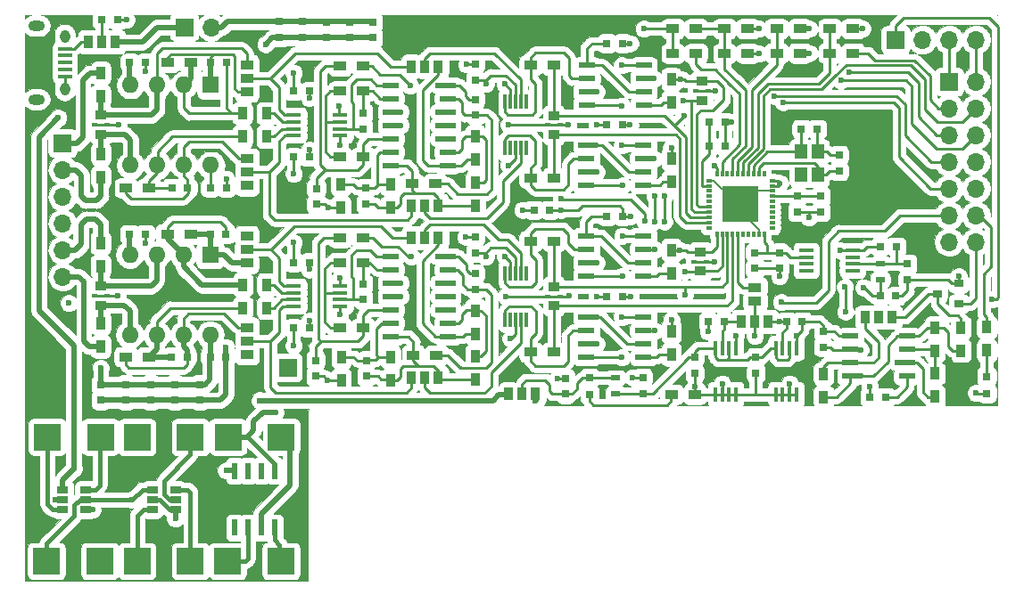
<source format=gbr>
G04 #@! TF.GenerationSoftware,KiCad,Pcbnew,5.0.2-bee76a0~70~ubuntu16.04.1*
G04 #@! TF.CreationDate,2019-03-26T22:40:40+05:30*
G04 #@! TF.ProjectId,neurolab,6e657572-6f6c-4616-922e-6b696361645f,rev?*
G04 #@! TF.SameCoordinates,Original*
G04 #@! TF.FileFunction,Copper,L1,Top*
G04 #@! TF.FilePolarity,Positive*
%FSLAX46Y46*%
G04 Gerber Fmt 4.6, Leading zero omitted, Abs format (unit mm)*
G04 Created by KiCad (PCBNEW 5.0.2-bee76a0~70~ubuntu16.04.1) date Tue 26 Mar 2019 22:40:40 +0530*
%MOMM*%
%LPD*%
G01*
G04 APERTURE LIST*
G04 #@! TA.AperFunction,ComponentPad*
%ADD10R,1.700000X1.700000*%
G04 #@! TD*
G04 #@! TA.AperFunction,ComponentPad*
%ADD11O,1.700000X1.700000*%
G04 #@! TD*
G04 #@! TA.AperFunction,SMDPad,CuDef*
%ADD12R,1.550000X0.600000*%
G04 #@! TD*
G04 #@! TA.AperFunction,ComponentPad*
%ADD13R,1.600000X1.600000*%
G04 #@! TD*
G04 #@! TA.AperFunction,ComponentPad*
%ADD14O,1.600000X1.600000*%
G04 #@! TD*
G04 #@! TA.AperFunction,SMDPad,CuDef*
%ADD15R,0.750000X0.800000*%
G04 #@! TD*
G04 #@! TA.AperFunction,SMDPad,CuDef*
%ADD16R,0.800000X0.750000*%
G04 #@! TD*
G04 #@! TA.AperFunction,SMDPad,CuDef*
%ADD17R,0.800000X0.800000*%
G04 #@! TD*
G04 #@! TA.AperFunction,SMDPad,CuDef*
%ADD18R,0.970000X1.270000*%
G04 #@! TD*
G04 #@! TA.AperFunction,SMDPad,CuDef*
%ADD19R,1.270000X0.970000*%
G04 #@! TD*
G04 #@! TA.AperFunction,SMDPad,CuDef*
%ADD20R,1.350000X0.400000*%
G04 #@! TD*
G04 #@! TA.AperFunction,ComponentPad*
%ADD21O,0.950000X1.250000*%
G04 #@! TD*
G04 #@! TA.AperFunction,ComponentPad*
%ADD22O,1.550000X1.000000*%
G04 #@! TD*
G04 #@! TA.AperFunction,SMDPad,CuDef*
%ADD23R,0.900000X0.500000*%
G04 #@! TD*
G04 #@! TA.AperFunction,SMDPad,CuDef*
%ADD24R,0.900000X0.800000*%
G04 #@! TD*
G04 #@! TA.AperFunction,SMDPad,CuDef*
%ADD25R,1.200000X0.900000*%
G04 #@! TD*
G04 #@! TA.AperFunction,SMDPad,CuDef*
%ADD26R,0.900000X1.200000*%
G04 #@! TD*
G04 #@! TA.AperFunction,SMDPad,CuDef*
%ADD27R,0.450000X1.450000*%
G04 #@! TD*
G04 #@! TA.AperFunction,SMDPad,CuDef*
%ADD28R,0.300000X1.400000*%
G04 #@! TD*
G04 #@! TA.AperFunction,SMDPad,CuDef*
%ADD29R,1.450000X0.450000*%
G04 #@! TD*
G04 #@! TA.AperFunction,SMDPad,CuDef*
%ADD30R,1.500000X0.600000*%
G04 #@! TD*
G04 #@! TA.AperFunction,SMDPad,CuDef*
%ADD31R,0.299720X0.551180*%
G04 #@! TD*
G04 #@! TA.AperFunction,SMDPad,CuDef*
%ADD32R,0.551180X0.299720*%
G04 #@! TD*
G04 #@! TA.AperFunction,SMDPad,CuDef*
%ADD33R,3.500000X3.500000*%
G04 #@! TD*
G04 #@! TA.AperFunction,SMDPad,CuDef*
%ADD34R,1.200000X1.400000*%
G04 #@! TD*
G04 #@! TA.AperFunction,SMDPad,CuDef*
%ADD35R,1.100000X0.900000*%
G04 #@! TD*
G04 #@! TA.AperFunction,SMDPad,CuDef*
%ADD36R,0.600000X0.450000*%
G04 #@! TD*
G04 #@! TA.AperFunction,SMDPad,CuDef*
%ADD37R,0.600000X0.460000*%
G04 #@! TD*
G04 #@! TA.AperFunction,SMDPad,CuDef*
%ADD38R,2.550000X2.500000*%
G04 #@! TD*
G04 #@! TA.AperFunction,SMDPad,CuDef*
%ADD39R,1.060000X0.650000*%
G04 #@! TD*
G04 #@! TA.AperFunction,SMDPad,CuDef*
%ADD40R,0.600000X1.550000*%
G04 #@! TD*
G04 #@! TA.AperFunction,ViaPad*
%ADD41C,0.600000*%
G04 #@! TD*
G04 #@! TA.AperFunction,Conductor*
%ADD42C,0.250000*%
G04 #@! TD*
G04 #@! TA.AperFunction,Conductor*
%ADD43C,0.500000*%
G04 #@! TD*
G04 #@! TA.AperFunction,Conductor*
%ADD44C,0.200000*%
G04 #@! TD*
G04 #@! TA.AperFunction,Conductor*
%ADD45C,0.400000*%
G04 #@! TD*
G04 #@! TA.AperFunction,NonConductor*
%ADD46C,0.100000*%
G04 #@! TD*
G04 APERTURE END LIST*
D10*
G04 #@! TO.P,J16,1*
G04 #@! TO.N,/Amplifier Block 1/IN-*
X95700000Y-90700000D03*
D11*
G04 #@! TO.P,J16,2*
G04 #@! TO.N,/Amplifier Block 1/IN+*
X95700000Y-93240000D03*
G04 #@! TO.P,J16,3*
G04 #@! TO.N,GND*
X95700000Y-95780000D03*
G04 #@! TO.P,J16,4*
X95700000Y-98320000D03*
G04 #@! TO.P,J16,5*
G04 #@! TO.N,/Amplifier Block 2/IN-*
X95700000Y-100860000D03*
G04 #@! TO.P,J16,6*
G04 #@! TO.N,/Amplifier Block 2/IN+*
X95700000Y-103400000D03*
G04 #@! TD*
D12*
G04 #@! TO.P,U5,1*
G04 #@! TO.N,Net-(C14-Pad1)*
X145425000Y-90895000D03*
G04 #@! TO.P,U5,2*
G04 #@! TO.N,/Attenuator/-OUTA*
X145425000Y-92165000D03*
G04 #@! TO.P,U5,3*
G04 #@! TO.N,GND*
X145425000Y-93435000D03*
G04 #@! TO.P,U5,4*
G04 #@! TO.N,+5V*
X145425000Y-94705000D03*
G04 #@! TO.P,U5,5*
G04 #@! TO.N,/RC Filter 2/IN1*
X150825000Y-94705000D03*
G04 #@! TO.P,U5,6*
G04 #@! TO.N,Net-(C14-Pad1)*
X150825000Y-93435000D03*
G04 #@! TO.P,U5,7*
G04 #@! TO.N,+5V*
X150825000Y-92165000D03*
G04 #@! TO.P,U5,8*
G04 #@! TO.N,/Clock Block/CLK*
X150825000Y-90895000D03*
G04 #@! TD*
D13*
G04 #@! TO.P,U10,1*
G04 #@! TO.N,Net-(C26-Pad1)*
X109775000Y-85175000D03*
D14*
G04 #@! TO.P,U10,5*
G04 #@! TO.N,Net-(C20-Pad3)*
X102155000Y-92795000D03*
G04 #@! TO.P,U10,2*
G04 #@! TO.N,Net-(C26-Pad2)*
X107235000Y-85175000D03*
G04 #@! TO.P,U10,6*
G04 #@! TO.N,Net-(C27-Pad2)*
X104695000Y-92795000D03*
G04 #@! TO.P,U10,3*
G04 #@! TO.N,Net-(C20-Pad1)*
X104695000Y-85175000D03*
G04 #@! TO.P,U10,7*
G04 #@! TO.N,Net-(C27-Pad1)*
X107235000Y-92795000D03*
G04 #@! TO.P,U10,4*
G04 #@! TO.N,-12V*
X102155000Y-85175000D03*
G04 #@! TO.P,U10,8*
G04 #@! TO.N,+12V*
X109775000Y-92795000D03*
G04 #@! TD*
D15*
G04 #@! TO.P,C1,2*
G04 #@! TO.N,GND*
X143425000Y-113050000D03*
G04 #@! TO.P,C1,1*
G04 #@! TO.N,Net-(C1-Pad1)*
X143425000Y-114550000D03*
G04 #@! TD*
G04 #@! TO.P,C2,2*
G04 #@! TO.N,GND*
X150775000Y-113000000D03*
G04 #@! TO.P,C2,1*
G04 #@! TO.N,/External Power/VIN*
X150775000Y-114500000D03*
G04 #@! TD*
G04 #@! TO.P,C3,2*
G04 #@! TO.N,GND*
X155700000Y-112550000D03*
G04 #@! TO.P,C3,1*
G04 #@! TO.N,/External Power/VIN*
X155700000Y-111050000D03*
G04 #@! TD*
G04 #@! TO.P,C4,2*
G04 #@! TO.N,GND*
X161500000Y-112550000D03*
G04 #@! TO.P,C4,1*
G04 #@! TO.N,/External Power/VIN*
X161500000Y-111050000D03*
G04 #@! TD*
D16*
G04 #@! TO.P,C5,2*
G04 #@! TO.N,GND*
X156975000Y-107675000D03*
G04 #@! TO.P,C5,1*
G04 #@! TO.N,+5V*
X158475000Y-107675000D03*
G04 #@! TD*
G04 #@! TO.P,C6,2*
G04 #@! TO.N,GND*
X165900000Y-107650000D03*
G04 #@! TO.P,C6,1*
G04 #@! TO.N,+3V*
X164400000Y-107650000D03*
G04 #@! TD*
D15*
G04 #@! TO.P,C7,2*
G04 #@! TO.N,GND*
X134875000Y-83200000D03*
G04 #@! TO.P,C7,1*
G04 #@! TO.N,VCCIO*
X134875000Y-84700000D03*
G04 #@! TD*
G04 #@! TO.P,C8,2*
G04 #@! TO.N,GND*
X134875000Y-99600000D03*
G04 #@! TO.P,C8,1*
G04 #@! TO.N,VCCIO*
X134875000Y-101100000D03*
G04 #@! TD*
D16*
G04 #@! TO.P,C9,2*
G04 #@! TO.N,GND*
X141950000Y-97050000D03*
G04 #@! TO.P,C9,1*
G04 #@! TO.N,Net-(C9-Pad1)*
X140450000Y-97050000D03*
G04 #@! TD*
G04 #@! TO.P,C14,2*
G04 #@! TO.N,GND*
X148875000Y-88975000D03*
G04 #@! TO.P,C14,1*
G04 #@! TO.N,Net-(C14-Pad1)*
X147375000Y-88975000D03*
G04 #@! TD*
G04 #@! TO.P,C15,2*
G04 #@! TO.N,GND*
X148875000Y-105250000D03*
G04 #@! TO.P,C15,1*
G04 #@! TO.N,Net-(C15-Pad1)*
X147375000Y-105250000D03*
G04 #@! TD*
G04 #@! TO.P,C16,2*
G04 #@! TO.N,GND*
X148875000Y-81200000D03*
G04 #@! TO.P,C16,1*
G04 #@! TO.N,Net-(C16-Pad1)*
X147375000Y-81200000D03*
G04 #@! TD*
G04 #@! TO.P,C17,2*
G04 #@! TO.N,GND*
X148875000Y-97650000D03*
G04 #@! TO.P,C17,1*
G04 #@! TO.N,Net-(C17-Pad1)*
X147375000Y-97650000D03*
G04 #@! TD*
G04 #@! TO.P,C18,2*
G04 #@! TO.N,GND*
X172325000Y-114825000D03*
G04 #@! TO.P,C18,1*
G04 #@! TO.N,Net-(C18-Pad1)*
X173825000Y-114825000D03*
G04 #@! TD*
D15*
G04 #@! TO.P,C19,2*
G04 #@! TO.N,GND*
X167875000Y-108575000D03*
G04 #@! TO.P,C19,1*
G04 #@! TO.N,Net-(C19-Pad1)*
X167875000Y-110075000D03*
G04 #@! TD*
G04 #@! TO.P,C22,2*
G04 #@! TO.N,GND*
X167675000Y-97250000D03*
G04 #@! TO.P,C22,1*
G04 #@! TO.N,Net-(C22-Pad1)*
X167675000Y-95750000D03*
G04 #@! TD*
G04 #@! TO.P,C23,2*
G04 #@! TO.N,GND*
X165450000Y-97250000D03*
G04 #@! TO.P,C23,1*
G04 #@! TO.N,Net-(C22-Pad1)*
X165450000Y-95750000D03*
G04 #@! TD*
G04 #@! TO.P,C24,2*
G04 #@! TO.N,GND*
X169400000Y-91850000D03*
G04 #@! TO.P,C24,1*
G04 #@! TO.N,Net-(C24-Pad1)*
X169400000Y-93350000D03*
G04 #@! TD*
D16*
G04 #@! TO.P,C25,2*
G04 #@! TO.N,GND*
X167325000Y-89350000D03*
G04 #@! TO.P,C25,1*
G04 #@! TO.N,Net-(C25-Pad1)*
X165825000Y-89350000D03*
G04 #@! TD*
G04 #@! TO.P,C26,2*
G04 #@! TO.N,Net-(C26-Pad2)*
X111225000Y-83050000D03*
G04 #@! TO.P,C26,1*
G04 #@! TO.N,Net-(C26-Pad1)*
X109725000Y-83050000D03*
G04 #@! TD*
G04 #@! TO.P,C27,2*
G04 #@! TO.N,Net-(C27-Pad2)*
X106075000Y-94950000D03*
G04 #@! TO.P,C27,1*
G04 #@! TO.N,Net-(C27-Pad1)*
X107575000Y-94950000D03*
G04 #@! TD*
G04 #@! TO.P,C28,2*
G04 #@! TO.N,+12V*
X109725000Y-94950000D03*
G04 #@! TO.P,C28,1*
G04 #@! TO.N,GND*
X111225000Y-94950000D03*
G04 #@! TD*
G04 #@! TO.P,C29,2*
G04 #@! TO.N,GND*
X103575000Y-83050000D03*
G04 #@! TO.P,C29,1*
G04 #@! TO.N,-12V*
X102075000Y-83050000D03*
G04 #@! TD*
D15*
G04 #@! TO.P,C30,2*
G04 #@! TO.N,Net-(C30-Pad2)*
X124250000Y-89325000D03*
G04 #@! TO.P,C30,1*
G04 #@! TO.N,Net-(C30-Pad1)*
X124250000Y-87825000D03*
G04 #@! TD*
D16*
G04 #@! TO.P,C31,2*
G04 #@! TO.N,GND*
X158575000Y-88700000D03*
G04 #@! TO.P,C31,1*
G04 #@! TO.N,Net-(C31-Pad1)*
X157075000Y-88700000D03*
G04 #@! TD*
G04 #@! TO.P,C32,2*
G04 #@! TO.N,GND*
X158575000Y-90975000D03*
G04 #@! TO.P,C32,1*
G04 #@! TO.N,Net-(C31-Pad1)*
X157075000Y-90975000D03*
G04 #@! TD*
G04 #@! TO.P,C33,2*
G04 #@! TO.N,Net-(C33-Pad2)*
X111200000Y-99325000D03*
G04 #@! TO.P,C33,1*
G04 #@! TO.N,Net-(C33-Pad1)*
X109700000Y-99325000D03*
G04 #@! TD*
G04 #@! TO.P,C34,2*
G04 #@! TO.N,Net-(C34-Pad2)*
X106000000Y-111000000D03*
G04 #@! TO.P,C34,1*
G04 #@! TO.N,Net-(C34-Pad1)*
X107500000Y-111000000D03*
G04 #@! TD*
G04 #@! TO.P,C35,2*
G04 #@! TO.N,+12V*
X109700000Y-111000000D03*
G04 #@! TO.P,C35,1*
G04 #@! TO.N,GND*
X111200000Y-111000000D03*
G04 #@! TD*
G04 #@! TO.P,C36,2*
G04 #@! TO.N,GND*
X103550000Y-99325000D03*
G04 #@! TO.P,C36,1*
G04 #@! TO.N,-12V*
X102050000Y-99325000D03*
G04 #@! TD*
D15*
G04 #@! TO.P,C37,2*
G04 #@! TO.N,Net-(C37-Pad2)*
X124250000Y-105575000D03*
G04 #@! TO.P,C37,1*
G04 #@! TO.N,Net-(C37-Pad1)*
X124250000Y-104075000D03*
G04 #@! TD*
G04 #@! TO.P,C38,2*
G04 #@! TO.N,GND*
X119775000Y-96500000D03*
G04 #@! TO.P,C38,1*
G04 #@! TO.N,Net-(C38-Pad1)*
X119775000Y-95000000D03*
G04 #@! TD*
G04 #@! TO.P,C39,2*
G04 #@! TO.N,Net-(C39-Pad2)*
X134875000Y-86550000D03*
G04 #@! TO.P,C39,1*
G04 #@! TO.N,Net-(C39-Pad1)*
X134875000Y-88050000D03*
G04 #@! TD*
G04 #@! TO.P,C40,2*
G04 #@! TO.N,Net-(C40-Pad2)*
X124475000Y-94975000D03*
G04 #@! TO.P,C40,1*
G04 #@! TO.N,Net-(C40-Pad1)*
X124475000Y-96475000D03*
G04 #@! TD*
D16*
G04 #@! TO.P,C41,2*
G04 #@! TO.N,GND*
X117625000Y-85750000D03*
G04 #@! TO.P,C41,1*
G04 #@! TO.N,+12V*
X119125000Y-85750000D03*
G04 #@! TD*
G04 #@! TO.P,C42,2*
G04 #@! TO.N,GND*
X117625000Y-92025000D03*
G04 #@! TO.P,C42,1*
G04 #@! TO.N,-12V*
X119125000Y-92025000D03*
G04 #@! TD*
D15*
G04 #@! TO.P,C43,2*
G04 #@! TO.N,GND*
X119700000Y-112850000D03*
G04 #@! TO.P,C43,1*
G04 #@! TO.N,Net-(C43-Pad1)*
X119700000Y-111350000D03*
G04 #@! TD*
G04 #@! TO.P,C44,2*
G04 #@! TO.N,Net-(C44-Pad2)*
X134875000Y-103075000D03*
G04 #@! TO.P,C44,1*
G04 #@! TO.N,Net-(C44-Pad1)*
X134875000Y-104575000D03*
G04 #@! TD*
G04 #@! TO.P,C45,2*
G04 #@! TO.N,Net-(C45-Pad2)*
X124525000Y-111350000D03*
G04 #@! TO.P,C45,1*
G04 #@! TO.N,Net-(C45-Pad1)*
X124525000Y-112850000D03*
G04 #@! TD*
D16*
G04 #@! TO.P,C46,2*
G04 #@! TO.N,GND*
X117625000Y-102025000D03*
G04 #@! TO.P,C46,1*
G04 #@! TO.N,+12V*
X119125000Y-102025000D03*
G04 #@! TD*
G04 #@! TO.P,C47,2*
G04 #@! TO.N,GND*
X117625000Y-108275000D03*
G04 #@! TO.P,C47,1*
G04 #@! TO.N,-12V*
X119125000Y-108275000D03*
G04 #@! TD*
D15*
G04 #@! TO.P,C48,2*
G04 #@! TO.N,GND*
X161425000Y-102600000D03*
G04 #@! TO.P,C48,1*
G04 #@! TO.N,Net-(C48-Pad1)*
X161425000Y-101100000D03*
G04 #@! TD*
G04 #@! TO.P,C49,2*
G04 #@! TO.N,GND*
X163725000Y-102600000D03*
G04 #@! TO.P,C49,1*
G04 #@! TO.N,Net-(C48-Pad1)*
X163725000Y-101100000D03*
G04 #@! TD*
G04 #@! TO.P,C50,2*
G04 #@! TO.N,GND*
X175900000Y-103675000D03*
G04 #@! TO.P,C50,1*
G04 #@! TO.N,Net-(C50-Pad1)*
X175900000Y-102175000D03*
G04 #@! TD*
D16*
G04 #@! TO.P,C51,2*
G04 #@! TO.N,GND*
X173325000Y-100525000D03*
G04 #@! TO.P,C51,1*
G04 #@! TO.N,Net-(C50-Pad1)*
X174825000Y-100525000D03*
G04 #@! TD*
G04 #@! TO.P,C52,2*
G04 #@! TO.N,GND*
X174800000Y-105225000D03*
G04 #@! TO.P,C52,1*
G04 #@! TO.N,+5.5V*
X173300000Y-105225000D03*
G04 #@! TD*
D15*
G04 #@! TO.P,C53,2*
G04 #@! TO.N,GND*
X99325000Y-115125000D03*
G04 #@! TO.P,C53,1*
G04 #@! TO.N,+12V*
X99325000Y-113625000D03*
G04 #@! TD*
G04 #@! TO.P,C54,2*
G04 #@! TO.N,-12V*
X116250000Y-80650000D03*
G04 #@! TO.P,C54,1*
G04 #@! TO.N,GND*
X116250000Y-79150000D03*
G04 #@! TD*
G04 #@! TO.P,C55,2*
G04 #@! TO.N,GND*
X101700000Y-115125000D03*
G04 #@! TO.P,C55,1*
G04 #@! TO.N,+12V*
X101700000Y-113625000D03*
G04 #@! TD*
G04 #@! TO.P,C56,2*
G04 #@! TO.N,-12V*
X118450000Y-80650000D03*
G04 #@! TO.P,C56,1*
G04 #@! TO.N,GND*
X118450000Y-79150000D03*
G04 #@! TD*
G04 #@! TO.P,C57,2*
G04 #@! TO.N,GND*
X104050000Y-115125000D03*
G04 #@! TO.P,C57,1*
G04 #@! TO.N,+12V*
X104050000Y-113625000D03*
G04 #@! TD*
G04 #@! TO.P,C58,2*
G04 #@! TO.N,-12V*
X120725000Y-80675000D03*
G04 #@! TO.P,C58,1*
G04 #@! TO.N,GND*
X120725000Y-79175000D03*
G04 #@! TD*
G04 #@! TO.P,C59,2*
G04 #@! TO.N,GND*
X106350000Y-115125000D03*
G04 #@! TO.P,C59,1*
G04 #@! TO.N,+12V*
X106350000Y-113625000D03*
G04 #@! TD*
G04 #@! TO.P,C60,2*
G04 #@! TO.N,-12V*
X122950000Y-80675000D03*
G04 #@! TO.P,C60,1*
G04 #@! TO.N,GND*
X122950000Y-79175000D03*
G04 #@! TD*
G04 #@! TO.P,C61,2*
G04 #@! TO.N,GND*
X108700000Y-115125000D03*
G04 #@! TO.P,C61,1*
G04 #@! TO.N,+12V*
X108700000Y-113625000D03*
G04 #@! TD*
G04 #@! TO.P,C62,2*
G04 #@! TO.N,-12V*
X125175000Y-80675000D03*
G04 #@! TO.P,C62,1*
G04 #@! TO.N,GND*
X125175000Y-79175000D03*
G04 #@! TD*
D16*
G04 #@! TO.P,C63,2*
G04 #@! TO.N,GND*
X100925000Y-78975000D03*
G04 #@! TO.P,C63,1*
G04 #@! TO.N,+5V*
X99425000Y-78975000D03*
G04 #@! TD*
D17*
G04 #@! TO.P,D1,2*
G04 #@! TO.N,Net-(C1-Pad1)*
X145725000Y-113000000D03*
G04 #@! TO.P,D1,1*
G04 #@! TO.N,Net-(D1-Pad1)*
X145725000Y-114600000D03*
G04 #@! TD*
G04 #@! TO.P,D2,2*
G04 #@! TO.N,Net-(D2-Pad2)*
X183430000Y-112870000D03*
G04 #@! TO.P,D2,1*
G04 #@! TO.N,GND*
X183430000Y-114470000D03*
G04 #@! TD*
D18*
G04 #@! TO.P,J1,1*
G04 #@! TO.N,+5.5V*
X140595000Y-114550000D03*
G04 #@! TO.P,J1,2*
G04 #@! TO.N,Net-(C1-Pad1)*
X139325000Y-114550000D03*
G04 #@! TO.P,J1,3*
G04 #@! TO.N,+12V*
X138055000Y-114550000D03*
G04 #@! TD*
G04 #@! TO.P,J2,1*
G04 #@! TO.N,+3V*
X162695000Y-107650000D03*
G04 #@! TO.P,J2,2*
G04 #@! TO.N,VCCIO*
X161425000Y-107650000D03*
G04 #@! TO.P,J2,3*
G04 #@! TO.N,+5V*
X160155000Y-107650000D03*
G04 #@! TD*
G04 #@! TO.P,J3,1*
G04 #@! TO.N,Net-(J3-Pad1)*
X171880000Y-107250000D03*
G04 #@! TO.P,J3,2*
G04 #@! TO.N,/Clock Block/CLK*
X173150000Y-107250000D03*
G04 #@! TO.P,J3,3*
G04 #@! TO.N,Net-(J3-Pad3)*
X174420000Y-107250000D03*
G04 #@! TD*
D19*
G04 #@! TO.P,J6,1*
G04 #@! TO.N,Net-(C20-Pad1)*
X113200000Y-83280000D03*
G04 #@! TO.P,J6,2*
G04 #@! TO.N,Net-(J13-Pad1)*
X113200000Y-84550000D03*
G04 #@! TO.P,J6,3*
G04 #@! TO.N,Net-(C26-Pad1)*
X113200000Y-85820000D03*
G04 #@! TD*
G04 #@! TO.P,J7,1*
G04 #@! TO.N,Net-(C27-Pad1)*
X113225000Y-92180000D03*
G04 #@! TO.P,J7,2*
G04 #@! TO.N,Net-(J12-Pad3)*
X113225000Y-93450000D03*
G04 #@! TO.P,J7,3*
G04 #@! TO.N,Net-(C20-Pad3)*
X113225000Y-94720000D03*
G04 #@! TD*
G04 #@! TO.P,J9,1*
G04 #@! TO.N,Net-(C21-Pad1)*
X113175000Y-99555000D03*
G04 #@! TO.P,J9,2*
G04 #@! TO.N,Net-(J15-Pad1)*
X113175000Y-100825000D03*
G04 #@! TO.P,J9,3*
G04 #@! TO.N,Net-(C33-Pad1)*
X113175000Y-102095000D03*
G04 #@! TD*
G04 #@! TO.P,J10,1*
G04 #@! TO.N,Net-(C34-Pad1)*
X113225000Y-108230000D03*
G04 #@! TO.P,J10,2*
G04 #@! TO.N,Net-(J10-Pad2)*
X113225000Y-109500000D03*
G04 #@! TO.P,J10,3*
G04 #@! TO.N,Net-(C21-Pad3)*
X113225000Y-110770000D03*
G04 #@! TD*
D18*
G04 #@! TO.P,J12,1*
G04 #@! TO.N,Net-(C40-Pad1)*
X131370000Y-96625000D03*
G04 #@! TO.P,J12,2*
G04 #@! TO.N,/Attenuator/+IN0.4XA*
X130100000Y-96625000D03*
G04 #@! TO.P,J12,3*
G04 #@! TO.N,Net-(J12-Pad3)*
X128830000Y-96625000D03*
G04 #@! TD*
G04 #@! TO.P,J13,1*
G04 #@! TO.N,Net-(J13-Pad1)*
X128830000Y-83400000D03*
G04 #@! TO.P,J13,2*
G04 #@! TO.N,/Attenuator/-IN0.4XA*
X130100000Y-83400000D03*
G04 #@! TO.P,J13,3*
G04 #@! TO.N,Net-(J13-Pad3)*
X131370000Y-83400000D03*
G04 #@! TD*
G04 #@! TO.P,J14,1*
G04 #@! TO.N,Net-(C45-Pad1)*
X131370000Y-113000000D03*
G04 #@! TO.P,J14,2*
G04 #@! TO.N,/Attenuator/+IN0.4XB*
X130100000Y-113000000D03*
G04 #@! TO.P,J14,3*
G04 #@! TO.N,Net-(J10-Pad2)*
X128830000Y-113000000D03*
G04 #@! TD*
G04 #@! TO.P,J15,1*
G04 #@! TO.N,Net-(J15-Pad1)*
X128830000Y-99675000D03*
G04 #@! TO.P,J15,2*
G04 #@! TO.N,/Attenuator/-IN0.4XB*
X130100000Y-99675000D03*
G04 #@! TO.P,J15,3*
G04 #@! TO.N,Net-(J15-Pad3)*
X131370000Y-99675000D03*
G04 #@! TD*
D10*
G04 #@! TO.P,J17,1*
G04 #@! TO.N,Net-(J17-Pad1)*
X107250000Y-79675000D03*
D11*
G04 #@! TO.P,J17,2*
G04 #@! TO.N,GND*
X109790000Y-79675000D03*
G04 #@! TD*
D20*
G04 #@! TO.P,J18,1*
G04 #@! TO.N,Net-(J18-Pad1)*
X95910000Y-81730000D03*
G04 #@! TO.P,J18,2*
G04 #@! TO.N,N/C*
X95910000Y-82380000D03*
G04 #@! TO.P,J18,3*
X95910000Y-83030000D03*
G04 #@! TO.P,J18,4*
X95910000Y-83680000D03*
G04 #@! TO.P,J18,5*
G04 #@! TO.N,GND*
X95910000Y-84330000D03*
D21*
G04 #@! TO.P,J18,6*
X95910000Y-80530000D03*
X95910000Y-85530000D03*
D22*
X93210000Y-79530000D03*
X93210000Y-86530000D03*
G04 #@! TD*
D18*
G04 #@! TO.P,J19,1*
G04 #@! TO.N,Net-(J17-Pad1)*
X100695000Y-81075000D03*
G04 #@! TO.P,J19,2*
G04 #@! TO.N,+5V*
X99425000Y-81075000D03*
G04 #@! TO.P,J19,3*
G04 #@! TO.N,Net-(J18-Pad1)*
X98155000Y-81075000D03*
G04 #@! TD*
D19*
G04 #@! TO.P,J24,1*
G04 #@! TO.N,/ADConverter/AIN13*
X161425000Y-104410000D03*
G04 #@! TO.P,J24,2*
G04 #@! TO.N,VCCIO*
X161425000Y-105690000D03*
G04 #@! TD*
D23*
G04 #@! TO.P,L1,1*
G04 #@! TO.N,Net-(C1-Pad1)*
X148175000Y-113000000D03*
G04 #@! TO.P,L1,2*
G04 #@! TO.N,/External Power/VIN*
X148175000Y-114500000D03*
G04 #@! TD*
G04 #@! TO.P,L2,1*
G04 #@! TO.N,Net-(C50-Pad1)*
X173300000Y-102175000D03*
G04 #@! TO.P,L2,2*
G04 #@! TO.N,+5.5V*
X173300000Y-103675000D03*
G04 #@! TD*
D24*
G04 #@! TO.P,Q1,1*
G04 #@! TO.N,EXCLK*
X180750000Y-105950000D03*
G04 #@! TO.P,Q1,2*
G04 #@! TO.N,GND*
X180750000Y-104050000D03*
G04 #@! TO.P,Q1,3*
G04 #@! TO.N,Net-(J3-Pad3)*
X178750000Y-105000000D03*
G04 #@! TD*
D25*
G04 #@! TO.P,R1,1*
G04 #@! TO.N,Net-(D1-Pad1)*
X153500000Y-114575000D03*
G04 #@! TO.P,R1,2*
G04 #@! TO.N,GND*
X155700000Y-114575000D03*
G04 #@! TD*
G04 #@! TO.P,R2,1*
G04 #@! TO.N,AD1*
X142325000Y-83300000D03*
G04 #@! TO.P,R2,2*
G04 #@! TO.N,/Attenuator/+OUTA*
X140125000Y-83300000D03*
G04 #@! TD*
G04 #@! TO.P,R3,1*
G04 #@! TO.N,/RC Filter 1/-OUTA'*
X142325000Y-94000000D03*
G04 #@! TO.P,R3,2*
G04 #@! TO.N,/Attenuator/-OUTA*
X140125000Y-94000000D03*
G04 #@! TD*
G04 #@! TO.P,R4,1*
G04 #@! TO.N,AD0*
X142325000Y-100025000D03*
G04 #@! TO.P,R4,2*
G04 #@! TO.N,/Attenuator/+OUTB*
X140125000Y-100025000D03*
G04 #@! TD*
G04 #@! TO.P,R5,1*
G04 #@! TO.N,/RC Filter 1/-OUTB'*
X142325000Y-110575000D03*
G04 #@! TO.P,R5,2*
G04 #@! TO.N,/Attenuator/-OUTB*
X140125000Y-110575000D03*
G04 #@! TD*
D26*
G04 #@! TO.P,R6,1*
G04 #@! TO.N,+5V*
X178500000Y-108225000D03*
G04 #@! TO.P,R6,2*
G04 #@! TO.N,Net-(R6-Pad2)*
X178500000Y-110425000D03*
G04 #@! TD*
G04 #@! TO.P,R7,1*
G04 #@! TO.N,Net-(R6-Pad2)*
X178500000Y-112600000D03*
G04 #@! TO.P,R7,2*
G04 #@! TO.N,Net-(C19-Pad1)*
X178500000Y-114800000D03*
G04 #@! TD*
G04 #@! TO.P,R8,1*
G04 #@! TO.N,+5V*
X167925000Y-114825000D03*
G04 #@! TO.P,R8,2*
G04 #@! TO.N,Net-(J3-Pad1)*
X167925000Y-112625000D03*
G04 #@! TD*
G04 #@! TO.P,R9,1*
G04 #@! TO.N,+5V*
X180975000Y-110425000D03*
G04 #@! TO.P,R9,2*
G04 #@! TO.N,Net-(J3-Pad3)*
X180975000Y-108225000D03*
G04 #@! TD*
G04 #@! TO.P,R10,1*
G04 #@! TO.N,/RC Filter 2/IN1*
X153475000Y-94400000D03*
G04 #@! TO.P,R10,2*
G04 #@! TO.N,/ADConverter/AIN4*
X153475000Y-92200000D03*
G04 #@! TD*
G04 #@! TO.P,R11,1*
G04 #@! TO.N,/RC Filter 2/IN2*
X153475000Y-86825000D03*
G04 #@! TO.P,R11,2*
G04 #@! TO.N,AD3*
X153475000Y-84625000D03*
G04 #@! TD*
G04 #@! TO.P,R12,1*
G04 #@! TO.N,/RC Filter 2/IN3*
X153475000Y-110800000D03*
G04 #@! TO.P,R12,2*
G04 #@! TO.N,/ADConverter/AIN6*
X153475000Y-108600000D03*
G04 #@! TD*
G04 #@! TO.P,R13,1*
G04 #@! TO.N,/RC Filter 2/IN4*
X153475000Y-103050000D03*
G04 #@! TO.P,R13,2*
G04 #@! TO.N,AD2*
X153475000Y-100850000D03*
G04 #@! TD*
G04 #@! TO.P,R14,1*
G04 #@! TO.N,/Amplifier Block 1/IN+*
X99325000Y-93900000D03*
G04 #@! TO.P,R14,2*
G04 #@! TO.N,Net-(C20-Pad3)*
X99325000Y-91700000D03*
G04 #@! TD*
G04 #@! TO.P,R15,1*
G04 #@! TO.N,/Amplifier Block 1/IN-*
X99325000Y-84050000D03*
G04 #@! TO.P,R15,2*
G04 #@! TO.N,Net-(C20-Pad1)*
X99325000Y-86250000D03*
G04 #@! TD*
G04 #@! TO.P,R16,1*
G04 #@! TO.N,Net-(C26-Pad2)*
X112775000Y-87875000D03*
G04 #@! TO.P,R16,2*
G04 #@! TO.N,Net-(C27-Pad2)*
X112775000Y-90075000D03*
G04 #@! TD*
D25*
G04 #@! TO.P,R17,1*
G04 #@! TO.N,Net-(C26-Pad1)*
X105675000Y-83050000D03*
G04 #@! TO.P,R17,2*
G04 #@! TO.N,Net-(C26-Pad2)*
X107875000Y-83050000D03*
G04 #@! TD*
G04 #@! TO.P,R18,1*
G04 #@! TO.N,Net-(C27-Pad2)*
X103925000Y-94950000D03*
G04 #@! TO.P,R18,2*
G04 #@! TO.N,Net-(C27-Pad1)*
X101725000Y-94950000D03*
G04 #@! TD*
D26*
G04 #@! TO.P,R19,1*
G04 #@! TO.N,Net-(R19-Pad1)*
X115050000Y-90075000D03*
G04 #@! TO.P,R19,2*
G04 #@! TO.N,Net-(R19-Pad2)*
X115050000Y-87875000D03*
G04 #@! TD*
D25*
G04 #@! TO.P,R20,1*
G04 #@! TO.N,Net-(R20-Pad1)*
X122050000Y-85750000D03*
G04 #@! TO.P,R20,2*
G04 #@! TO.N,Net-(C30-Pad1)*
X124250000Y-85750000D03*
G04 #@! TD*
G04 #@! TO.P,R21,1*
G04 #@! TO.N,Net-(R20-Pad1)*
X122050000Y-92025000D03*
G04 #@! TO.P,R21,2*
G04 #@! TO.N,Net-(C38-Pad1)*
X124250000Y-92025000D03*
G04 #@! TD*
D26*
G04 #@! TO.P,R22,1*
G04 #@! TO.N,/Amplifier Block 2/IN+*
X99300000Y-110025000D03*
G04 #@! TO.P,R22,2*
G04 #@! TO.N,Net-(C21-Pad3)*
X99300000Y-107825000D03*
G04 #@! TD*
G04 #@! TO.P,R23,1*
G04 #@! TO.N,/Amplifier Block 2/IN-*
X99300000Y-100200000D03*
G04 #@! TO.P,R23,2*
G04 #@! TO.N,Net-(C21-Pad1)*
X99300000Y-102400000D03*
G04 #@! TD*
G04 #@! TO.P,R24,1*
G04 #@! TO.N,Net-(C33-Pad2)*
X112800000Y-104150000D03*
G04 #@! TO.P,R24,2*
G04 #@! TO.N,Net-(C34-Pad2)*
X112800000Y-106350000D03*
G04 #@! TD*
D25*
G04 #@! TO.P,R25,1*
G04 #@! TO.N,Net-(C33-Pad1)*
X107850000Y-99325000D03*
G04 #@! TO.P,R25,2*
G04 #@! TO.N,Net-(C33-Pad2)*
X105650000Y-99325000D03*
G04 #@! TD*
G04 #@! TO.P,R26,1*
G04 #@! TO.N,Net-(C34-Pad2)*
X103900000Y-111000000D03*
G04 #@! TO.P,R26,2*
G04 #@! TO.N,Net-(C34-Pad1)*
X101700000Y-111000000D03*
G04 #@! TD*
D26*
G04 #@! TO.P,R27,1*
G04 #@! TO.N,Net-(R27-Pad1)*
X115075000Y-106350000D03*
G04 #@! TO.P,R27,2*
G04 #@! TO.N,Net-(R27-Pad2)*
X115075000Y-104150000D03*
G04 #@! TD*
D25*
G04 #@! TO.P,R28,1*
G04 #@! TO.N,Net-(R28-Pad1)*
X122050000Y-102025000D03*
G04 #@! TO.P,R28,2*
G04 #@! TO.N,Net-(C37-Pad1)*
X124250000Y-102025000D03*
G04 #@! TD*
G04 #@! TO.P,R29,1*
G04 #@! TO.N,Net-(R28-Pad1)*
X122050000Y-108275000D03*
G04 #@! TO.P,R29,2*
G04 #@! TO.N,Net-(C43-Pad1)*
X124250000Y-108275000D03*
G04 #@! TD*
D26*
G04 #@! TO.P,R30,1*
G04 #@! TO.N,GND*
X122100000Y-96825000D03*
G04 #@! TO.P,R30,2*
G04 #@! TO.N,Net-(C40-Pad2)*
X122100000Y-94625000D03*
G04 #@! TD*
D25*
G04 #@! TO.P,R31,1*
G04 #@! TO.N,Net-(C39-Pad2)*
X124250000Y-83375000D03*
G04 #@! TO.P,R31,2*
G04 #@! TO.N,Net-(C38-Pad1)*
X122050000Y-83375000D03*
G04 #@! TD*
D26*
G04 #@! TO.P,R32,1*
G04 #@! TO.N,Net-(C40-Pad1)*
X126825000Y-96825000D03*
G04 #@! TO.P,R32,2*
G04 #@! TO.N,Net-(C40-Pad2)*
X126825000Y-94625000D03*
G04 #@! TD*
D25*
G04 #@! TO.P,R33,1*
G04 #@! TO.N,Net-(C40-Pad1)*
X128850000Y-94550000D03*
G04 #@! TO.P,R33,2*
G04 #@! TO.N,Net-(C39-Pad1)*
X131050000Y-94550000D03*
G04 #@! TD*
D26*
G04 #@! TO.P,R34,1*
G04 #@! TO.N,Net-(R34-Pad1)*
X134900000Y-94425000D03*
G04 #@! TO.P,R34,2*
G04 #@! TO.N,Net-(C40-Pad1)*
X134900000Y-96625000D03*
G04 #@! TD*
G04 #@! TO.P,R35,1*
G04 #@! TO.N,Net-(J13-Pad3)*
X134875000Y-92275000D03*
G04 #@! TO.P,R35,2*
G04 #@! TO.N,Net-(R34-Pad1)*
X134875000Y-90075000D03*
G04 #@! TD*
G04 #@! TO.P,R36,1*
G04 #@! TO.N,GND*
X122150000Y-113200000D03*
G04 #@! TO.P,R36,2*
G04 #@! TO.N,Net-(C45-Pad2)*
X122150000Y-111000000D03*
G04 #@! TD*
D25*
G04 #@! TO.P,R37,1*
G04 #@! TO.N,Net-(C44-Pad2)*
X124250000Y-99675000D03*
G04 #@! TO.P,R37,2*
G04 #@! TO.N,Net-(C43-Pad1)*
X122050000Y-99675000D03*
G04 #@! TD*
D26*
G04 #@! TO.P,R38,1*
G04 #@! TO.N,Net-(C45-Pad1)*
X126825000Y-113200000D03*
G04 #@! TO.P,R38,2*
G04 #@! TO.N,Net-(C45-Pad2)*
X126825000Y-111000000D03*
G04 #@! TD*
D25*
G04 #@! TO.P,R39,1*
G04 #@! TO.N,Net-(C45-Pad1)*
X129000000Y-110850000D03*
G04 #@! TO.P,R39,2*
G04 #@! TO.N,Net-(C44-Pad1)*
X131200000Y-110850000D03*
G04 #@! TD*
D26*
G04 #@! TO.P,R40,1*
G04 #@! TO.N,Net-(R40-Pad1)*
X134875000Y-110950000D03*
G04 #@! TO.P,R40,2*
G04 #@! TO.N,Net-(C45-Pad1)*
X134875000Y-113150000D03*
G04 #@! TD*
G04 #@! TO.P,R41,1*
G04 #@! TO.N,Net-(J15-Pad3)*
X134875000Y-108800000D03*
G04 #@! TO.P,R41,2*
G04 #@! TO.N,Net-(R40-Pad1)*
X134875000Y-106600000D03*
G04 #@! TD*
D25*
G04 #@! TO.P,R42,1*
G04 #@! TO.N,/ADConverter/CS*
X155825000Y-79825000D03*
G04 #@! TO.P,R42,2*
G04 #@! TO.N,+3V*
X153625000Y-79825000D03*
G04 #@! TD*
G04 #@! TO.P,R43,1*
G04 #@! TO.N,Net-(R43-Pad1)*
X155825000Y-82175000D03*
G04 #@! TO.P,R43,2*
G04 #@! TO.N,+3V*
X153625000Y-82175000D03*
G04 #@! TD*
D26*
G04 #@! TO.P,R44,1*
G04 #@! TO.N,Net-(J11-Pad12)*
X183430000Y-108200000D03*
G04 #@! TO.P,R44,2*
G04 #@! TO.N,Net-(D2-Pad2)*
X183430000Y-110400000D03*
G04 #@! TD*
D27*
G04 #@! TO.P,U1,1*
G04 #@! TO.N,GND*
X159625000Y-110175000D03*
G04 #@! TO.P,U1,2*
G04 #@! TO.N,/External Power/VIN*
X158975000Y-110175000D03*
G04 #@! TO.P,U1,3*
G04 #@! TO.N,+5V*
X158325000Y-110175000D03*
G04 #@! TO.P,U1,4*
G04 #@! TO.N,/External Power/VIN*
X157675000Y-110175000D03*
G04 #@! TO.P,U1,5*
G04 #@! TO.N,GND*
X157675000Y-114575000D03*
G04 #@! TO.P,U1,6*
X158325000Y-114575000D03*
G04 #@! TO.P,U1,7*
X158975000Y-114575000D03*
G04 #@! TO.P,U1,8*
X159625000Y-114575000D03*
G04 #@! TD*
G04 #@! TO.P,U2,1*
G04 #@! TO.N,GND*
X165350000Y-110175000D03*
G04 #@! TO.P,U2,2*
G04 #@! TO.N,/External Power/VIN*
X164700000Y-110175000D03*
G04 #@! TO.P,U2,3*
G04 #@! TO.N,+3V*
X164050000Y-110175000D03*
G04 #@! TO.P,U2,4*
G04 #@! TO.N,/External Power/VIN*
X163400000Y-110175000D03*
G04 #@! TO.P,U2,5*
G04 #@! TO.N,GND*
X163400000Y-114575000D03*
G04 #@! TO.P,U2,6*
X164050000Y-114575000D03*
G04 #@! TO.P,U2,7*
X164700000Y-114575000D03*
G04 #@! TO.P,U2,8*
X165350000Y-114575000D03*
G04 #@! TD*
D28*
G04 #@! TO.P,U3,1*
G04 #@! TO.N,N/C*
X139675000Y-86775000D03*
G04 #@! TO.P,U3,2*
G04 #@! TO.N,/Attenuator/-IN0.4XA*
X139175000Y-86775000D03*
G04 #@! TO.P,U3,3*
G04 #@! TO.N,VCCIO*
X138675000Y-86775000D03*
G04 #@! TO.P,U3,4*
G04 #@! TO.N,Net-(C9-Pad1)*
X138175000Y-86775000D03*
G04 #@! TO.P,U3,5*
G04 #@! TO.N,/Attenuator/+OUTA*
X137675000Y-86775000D03*
G04 #@! TO.P,U3,6*
G04 #@! TO.N,/Attenuator/-OUTA*
X137675000Y-91175000D03*
G04 #@! TO.P,U3,7*
G04 #@! TO.N,N/C*
X138175000Y-91175000D03*
G04 #@! TO.P,U3,8*
G04 #@! TO.N,GND*
X138675000Y-91175000D03*
G04 #@! TO.P,U3,9*
G04 #@! TO.N,/Attenuator/+IN0.4XA*
X139175000Y-91175000D03*
G04 #@! TO.P,U3,10*
G04 #@! TO.N,N/C*
X139675000Y-91175000D03*
G04 #@! TD*
G04 #@! TO.P,U4,1*
G04 #@! TO.N,N/C*
X139700000Y-103075000D03*
G04 #@! TO.P,U4,2*
G04 #@! TO.N,/Attenuator/-IN0.4XB*
X139200000Y-103075000D03*
G04 #@! TO.P,U4,3*
G04 #@! TO.N,VCCIO*
X138700000Y-103075000D03*
G04 #@! TO.P,U4,4*
G04 #@! TO.N,Net-(C9-Pad1)*
X138200000Y-103075000D03*
G04 #@! TO.P,U4,5*
G04 #@! TO.N,/Attenuator/+OUTB*
X137700000Y-103075000D03*
G04 #@! TO.P,U4,6*
G04 #@! TO.N,/Attenuator/-OUTB*
X137700000Y-107475000D03*
G04 #@! TO.P,U4,7*
G04 #@! TO.N,N/C*
X138200000Y-107475000D03*
G04 #@! TO.P,U4,8*
G04 #@! TO.N,GND*
X138700000Y-107475000D03*
G04 #@! TO.P,U4,9*
G04 #@! TO.N,/Attenuator/+IN0.4XB*
X139200000Y-107475000D03*
G04 #@! TO.P,U4,10*
G04 #@! TO.N,N/C*
X139700000Y-107475000D03*
G04 #@! TD*
D12*
G04 #@! TO.P,U9,1*
G04 #@! TO.N,GND*
X170475000Y-109045000D03*
G04 #@! TO.P,U9,2*
G04 #@! TO.N,Net-(C19-Pad1)*
X170475000Y-110315000D03*
G04 #@! TO.P,U9,3*
G04 #@! TO.N,Net-(J3-Pad1)*
X170475000Y-111585000D03*
G04 #@! TO.P,U9,4*
G04 #@! TO.N,+5V*
X170475000Y-112855000D03*
G04 #@! TO.P,U9,5*
G04 #@! TO.N,Net-(C18-Pad1)*
X175875000Y-112855000D03*
G04 #@! TO.P,U9,6*
G04 #@! TO.N,Net-(C19-Pad1)*
X175875000Y-111585000D03*
G04 #@! TO.P,U9,7*
G04 #@! TO.N,Net-(R6-Pad2)*
X175875000Y-110315000D03*
G04 #@! TO.P,U9,8*
G04 #@! TO.N,+5V*
X175875000Y-109045000D03*
G04 #@! TD*
D29*
G04 #@! TO.P,U11,1*
G04 #@! TO.N,Net-(J13-Pad1)*
X117650000Y-88025000D03*
G04 #@! TO.P,U11,2*
G04 #@! TO.N,Net-(R19-Pad2)*
X117650000Y-88675000D03*
G04 #@! TO.P,U11,3*
G04 #@! TO.N,Net-(R19-Pad1)*
X117650000Y-89325000D03*
G04 #@! TO.P,U11,4*
G04 #@! TO.N,Net-(J12-Pad3)*
X117650000Y-89975000D03*
G04 #@! TO.P,U11,5*
G04 #@! TO.N,-12V*
X122050000Y-89975000D03*
G04 #@! TO.P,U11,6*
G04 #@! TO.N,Net-(C30-Pad2)*
X122050000Y-89325000D03*
G04 #@! TO.P,U11,7*
G04 #@! TO.N,Net-(R20-Pad1)*
X122050000Y-88675000D03*
G04 #@! TO.P,U11,8*
G04 #@! TO.N,+12V*
X122050000Y-88025000D03*
G04 #@! TD*
D30*
G04 #@! TO.P,U12,1*
G04 #@! TO.N,Net-(C30-Pad2)*
X126850000Y-85190000D03*
G04 #@! TO.P,U12,2*
G04 #@! TO.N,Net-(C30-Pad1)*
X126850000Y-86460000D03*
G04 #@! TO.P,U12,3*
G04 #@! TO.N,GND*
X126850000Y-87730000D03*
G04 #@! TO.P,U12,4*
G04 #@! TO.N,+12V*
X126850000Y-89000000D03*
G04 #@! TO.P,U12,5*
G04 #@! TO.N,Net-(C38-Pad1)*
X126850000Y-90270000D03*
G04 #@! TO.P,U12,6*
G04 #@! TO.N,Net-(C40-Pad2)*
X126850000Y-91540000D03*
G04 #@! TO.P,U12,7*
G04 #@! TO.N,Net-(C40-Pad1)*
X126850000Y-92810000D03*
G04 #@! TO.P,U12,8*
G04 #@! TO.N,Net-(J13-Pad3)*
X132250000Y-92810000D03*
G04 #@! TO.P,U12,9*
G04 #@! TO.N,Net-(R34-Pad1)*
X132250000Y-91540000D03*
G04 #@! TO.P,U12,10*
G04 #@! TO.N,GND*
X132250000Y-90270000D03*
G04 #@! TO.P,U12,11*
G04 #@! TO.N,-12V*
X132250000Y-89000000D03*
G04 #@! TO.P,U12,12*
G04 #@! TO.N,GND*
X132250000Y-87730000D03*
G04 #@! TO.P,U12,13*
G04 #@! TO.N,Net-(C39-Pad1)*
X132250000Y-86460000D03*
G04 #@! TO.P,U12,14*
G04 #@! TO.N,Net-(C39-Pad2)*
X132250000Y-85190000D03*
G04 #@! TD*
D13*
G04 #@! TO.P,U13,1*
G04 #@! TO.N,Net-(C33-Pad1)*
X109700000Y-101300000D03*
D14*
G04 #@! TO.P,U13,5*
G04 #@! TO.N,Net-(C21-Pad3)*
X102080000Y-108920000D03*
G04 #@! TO.P,U13,2*
G04 #@! TO.N,Net-(C33-Pad2)*
X107160000Y-101300000D03*
G04 #@! TO.P,U13,6*
G04 #@! TO.N,Net-(C34-Pad2)*
X104620000Y-108920000D03*
G04 #@! TO.P,U13,3*
G04 #@! TO.N,Net-(C21-Pad1)*
X104620000Y-101300000D03*
G04 #@! TO.P,U13,7*
G04 #@! TO.N,Net-(C34-Pad1)*
X107160000Y-108920000D03*
G04 #@! TO.P,U13,4*
G04 #@! TO.N,-12V*
X102080000Y-101300000D03*
G04 #@! TO.P,U13,8*
G04 #@! TO.N,+12V*
X109700000Y-108920000D03*
G04 #@! TD*
D29*
G04 #@! TO.P,U14,1*
G04 #@! TO.N,Net-(J15-Pad1)*
X117650000Y-104275000D03*
G04 #@! TO.P,U14,2*
G04 #@! TO.N,Net-(R27-Pad2)*
X117650000Y-104925000D03*
G04 #@! TO.P,U14,3*
G04 #@! TO.N,Net-(R27-Pad1)*
X117650000Y-105575000D03*
G04 #@! TO.P,U14,4*
G04 #@! TO.N,Net-(J10-Pad2)*
X117650000Y-106225000D03*
G04 #@! TO.P,U14,5*
G04 #@! TO.N,-12V*
X122050000Y-106225000D03*
G04 #@! TO.P,U14,6*
G04 #@! TO.N,Net-(C37-Pad2)*
X122050000Y-105575000D03*
G04 #@! TO.P,U14,7*
G04 #@! TO.N,Net-(R28-Pad1)*
X122050000Y-104925000D03*
G04 #@! TO.P,U14,8*
G04 #@! TO.N,+12V*
X122050000Y-104275000D03*
G04 #@! TD*
D30*
G04 #@! TO.P,U15,1*
G04 #@! TO.N,Net-(C37-Pad2)*
X126850000Y-101465000D03*
G04 #@! TO.P,U15,2*
G04 #@! TO.N,Net-(C37-Pad1)*
X126850000Y-102735000D03*
G04 #@! TO.P,U15,3*
G04 #@! TO.N,GND*
X126850000Y-104005000D03*
G04 #@! TO.P,U15,4*
G04 #@! TO.N,+12V*
X126850000Y-105275000D03*
G04 #@! TO.P,U15,5*
G04 #@! TO.N,Net-(C43-Pad1)*
X126850000Y-106545000D03*
G04 #@! TO.P,U15,6*
G04 #@! TO.N,Net-(C45-Pad2)*
X126850000Y-107815000D03*
G04 #@! TO.P,U15,7*
G04 #@! TO.N,Net-(C45-Pad1)*
X126850000Y-109085000D03*
G04 #@! TO.P,U15,8*
G04 #@! TO.N,Net-(J15-Pad3)*
X132250000Y-109085000D03*
G04 #@! TO.P,U15,9*
G04 #@! TO.N,Net-(R40-Pad1)*
X132250000Y-107815000D03*
G04 #@! TO.P,U15,10*
G04 #@! TO.N,GND*
X132250000Y-106545000D03*
G04 #@! TO.P,U15,11*
G04 #@! TO.N,-12V*
X132250000Y-105275000D03*
G04 #@! TO.P,U15,12*
G04 #@! TO.N,GND*
X132250000Y-104005000D03*
G04 #@! TO.P,U15,13*
G04 #@! TO.N,Net-(C44-Pad1)*
X132250000Y-102735000D03*
G04 #@! TO.P,U15,14*
G04 #@! TO.N,Net-(C44-Pad2)*
X132250000Y-101465000D03*
G04 #@! TD*
D31*
G04 #@! TO.P,U16,31*
G04 #@! TO.N,AD2*
X157799560Y-99375280D03*
G04 #@! TO.P,U16,32*
G04 #@! TO.N,/ADConverter/AIN6*
X158299940Y-99375280D03*
G04 #@! TO.P,U16,33*
G04 #@! TO.N,AD0*
X158800320Y-99375280D03*
G04 #@! TO.P,U16,34*
G04 #@! TO.N,/RC Filter 1/-OUTB'*
X159300700Y-99375280D03*
G04 #@! TO.P,U16,35*
G04 #@! TO.N,/ADConverter/AIN13*
X159798540Y-99375280D03*
G04 #@! TO.P,U16,36*
G04 #@! TO.N,N/C*
X160298920Y-99375280D03*
G04 #@! TO.P,U16,37*
X160799300Y-99375280D03*
G04 #@! TO.P,U16,38*
X161299680Y-99375280D03*
G04 #@! TO.P,U16,39*
G04 #@! TO.N,GND*
X161800060Y-99375280D03*
G04 #@! TO.P,U16,40*
G04 #@! TO.N,Net-(C48-Pad1)*
X162300440Y-99375280D03*
D32*
G04 #@! TO.P,U16,1*
G04 #@! TO.N,N/C*
X163049740Y-98750440D03*
G04 #@! TO.P,U16,2*
X163049740Y-98250060D03*
G04 #@! TO.P,U16,3*
X163049740Y-97749680D03*
G04 #@! TO.P,U16,4*
X163049740Y-97249300D03*
G04 #@! TO.P,U16,5*
X163049740Y-96748920D03*
G04 #@! TO.P,U16,6*
X163049740Y-96251080D03*
G04 #@! TO.P,U16,7*
G04 #@! TO.N,Net-(C22-Pad1)*
X163049740Y-95750700D03*
G04 #@! TO.P,U16,8*
G04 #@! TO.N,GND*
X163049740Y-95250320D03*
G04 #@! TO.P,U16,9*
G04 #@! TO.N,+5V*
X163049740Y-94749940D03*
G04 #@! TO.P,U16,10*
X163049740Y-94249560D03*
D31*
G04 #@! TO.P,U16,11*
G04 #@! TO.N,N/C*
X162300440Y-93624720D03*
G04 #@! TO.P,U16,12*
G04 #@! TO.N,Net-(C24-Pad1)*
X161800060Y-93624720D03*
G04 #@! TO.P,U16,13*
G04 #@! TO.N,Net-(C25-Pad1)*
X161299680Y-93624720D03*
G04 #@! TO.P,U16,14*
G04 #@! TO.N,MOSI*
X160799300Y-93624720D03*
G04 #@! TO.P,U16,15*
G04 #@! TO.N,/ADConverter/DI*
X160298920Y-93624720D03*
G04 #@! TO.P,U16,16*
G04 #@! TO.N,/ADConverter/SCL*
X159801080Y-93624720D03*
G04 #@! TO.P,U16,17*
G04 #@! TO.N,/ADConverter/CS*
X159300700Y-93624720D03*
G04 #@! TO.P,U16,18*
G04 #@! TO.N,N/C*
X158800320Y-93624720D03*
G04 #@! TO.P,U16,19*
G04 #@! TO.N,Net-(R43-Pad1)*
X158299940Y-93624720D03*
G04 #@! TO.P,U16,20*
G04 #@! TO.N,+3V*
X157799560Y-93624720D03*
D32*
G04 #@! TO.P,U16,21*
G04 #@! TO.N,GND*
X157050260Y-94249560D03*
G04 #@! TO.P,U16,22*
G04 #@! TO.N,Net-(C31-Pad1)*
X157050260Y-94749940D03*
G04 #@! TO.P,U16,23*
G04 #@! TO.N,N/C*
X157050260Y-95250320D03*
G04 #@! TO.P,U16,24*
X157050260Y-95750700D03*
G04 #@! TO.P,U16,25*
X157050260Y-96251080D03*
G04 #@! TO.P,U16,26*
G04 #@! TO.N,AD3*
X157050260Y-96748920D03*
G04 #@! TO.P,U16,27*
G04 #@! TO.N,/ADConverter/AIN4*
X157050260Y-97249300D03*
G04 #@! TO.P,U16,28*
G04 #@! TO.N,AD1*
X157050260Y-97749680D03*
G04 #@! TO.P,U16,29*
G04 #@! TO.N,/RC Filter 1/-OUTA'*
X157050260Y-98250060D03*
G04 #@! TO.P,U16,30*
G04 #@! TO.N,N/C*
X157050260Y-98750440D03*
D33*
G04 #@! TO.P,U16,41*
G04 #@! TO.N,GND*
X160050000Y-96500000D03*
G04 #@! TD*
D29*
G04 #@! TO.P,U17,1*
G04 #@! TO.N,N/C*
X170675000Y-102825000D03*
G04 #@! TO.P,U17,2*
G04 #@! TO.N,Net-(C50-Pad1)*
X170675000Y-102175000D03*
G04 #@! TO.P,U17,3*
G04 #@! TO.N,N/C*
X170675000Y-101525000D03*
G04 #@! TO.P,U17,4*
G04 #@! TO.N,GND*
X170675000Y-100875000D03*
G04 #@! TO.P,U17,5*
G04 #@! TO.N,N/C*
X166275000Y-100875000D03*
G04 #@! TO.P,U17,6*
G04 #@! TO.N,Net-(C48-Pad1)*
X166275000Y-101525000D03*
G04 #@! TO.P,U17,7*
G04 #@! TO.N,N/C*
X166275000Y-102175000D03*
G04 #@! TO.P,U17,8*
X166275000Y-102825000D03*
G04 #@! TD*
D34*
G04 #@! TO.P,Y1,1*
G04 #@! TO.N,Net-(C24-Pad1)*
X167375000Y-93700000D03*
G04 #@! TO.P,Y1,2*
G04 #@! TO.N,GND*
X167375000Y-91500000D03*
G04 #@! TO.P,Y1,3*
G04 #@! TO.N,Net-(C25-Pad1)*
X165775000Y-91500000D03*
G04 #@! TO.P,Y1,4*
G04 #@! TO.N,GND*
X165775000Y-93700000D03*
G04 #@! TD*
D25*
G04 #@! TO.P,R45,1*
G04 #@! TO.N,/ADConverter/SCL*
X163475000Y-79825000D03*
G04 #@! TO.P,R45,2*
G04 #@! TO.N,GND*
X165675000Y-79825000D03*
G04 #@! TD*
G04 #@! TO.P,R46,1*
G04 #@! TO.N,SCL*
X165675000Y-82150000D03*
G04 #@! TO.P,R46,2*
G04 #@! TO.N,/ADConverter/SCL*
X163475000Y-82150000D03*
G04 #@! TD*
G04 #@! TO.P,R47,1*
G04 #@! TO.N,CS*
X160750000Y-79825000D03*
G04 #@! TO.P,R47,2*
G04 #@! TO.N,/ADConverter/CS*
X158550000Y-79825000D03*
G04 #@! TD*
G04 #@! TO.P,R48,1*
G04 #@! TO.N,/ADConverter/CS*
X158550000Y-82175000D03*
G04 #@! TO.P,R48,2*
G04 #@! TO.N,GND*
X160750000Y-82175000D03*
G04 #@! TD*
G04 #@! TO.P,R49,1*
G04 #@! TO.N,MISO*
X170725000Y-82150000D03*
G04 #@! TO.P,R49,2*
G04 #@! TO.N,/ADConverter/DI*
X168525000Y-82150000D03*
G04 #@! TD*
G04 #@! TO.P,R50,1*
G04 #@! TO.N,/ADConverter/DI*
X168525000Y-79825000D03*
G04 #@! TO.P,R50,2*
G04 #@! TO.N,GND*
X170725000Y-79825000D03*
G04 #@! TD*
D35*
G04 #@! TO.P,C10,1*
G04 #@! TO.N,/RC Filter 1/-OUTA'*
X142325000Y-89890000D03*
G04 #@! TO.P,C10,3*
G04 #@! TO.N,AD1*
X142325000Y-88060000D03*
D36*
G04 #@! TO.P,C10,2*
G04 #@! TO.N,GND*
X141725000Y-88975000D03*
D37*
X142925000Y-88975000D03*
G04 #@! TD*
D35*
G04 #@! TO.P,C11,1*
G04 #@! TO.N,/RC Filter 1/-OUTB'*
X142325000Y-106165000D03*
G04 #@! TO.P,C11,3*
G04 #@! TO.N,AD0*
X142325000Y-104335000D03*
D36*
G04 #@! TO.P,C11,2*
G04 #@! TO.N,GND*
X141725000Y-105250000D03*
D37*
X142925000Y-105250000D03*
G04 #@! TD*
D35*
G04 #@! TO.P,C12,1*
G04 #@! TO.N,AD3*
X156375000Y-84785000D03*
G04 #@! TO.P,C12,3*
G04 #@! TO.N,/ADConverter/AIN4*
X156375000Y-86615000D03*
D36*
G04 #@! TO.P,C12,2*
G04 #@! TO.N,Net-(C12-Pad2)*
X156975000Y-85700000D03*
D37*
X155775000Y-85700000D03*
G04 #@! TD*
D35*
G04 #@! TO.P,C13,1*
G04 #@! TO.N,AD2*
X156250000Y-101035000D03*
G04 #@! TO.P,C13,3*
G04 #@! TO.N,/ADConverter/AIN6*
X156250000Y-102865000D03*
D36*
G04 #@! TO.P,C13,2*
G04 #@! TO.N,GND*
X156850000Y-101950000D03*
D37*
X155650000Y-101950000D03*
G04 #@! TD*
D35*
G04 #@! TO.P,C20,1*
G04 #@! TO.N,Net-(C20-Pad1)*
X99325000Y-88035000D03*
G04 #@! TO.P,C20,3*
G04 #@! TO.N,Net-(C20-Pad3)*
X99325000Y-89865000D03*
D36*
G04 #@! TO.P,C20,2*
G04 #@! TO.N,GND*
X99925000Y-88950000D03*
D37*
X98725000Y-88950000D03*
G04 #@! TD*
D35*
G04 #@! TO.P,C21,1*
G04 #@! TO.N,Net-(C21-Pad1)*
X99300000Y-104285000D03*
G04 #@! TO.P,C21,3*
G04 #@! TO.N,Net-(C21-Pad3)*
X99300000Y-106115000D03*
D36*
G04 #@! TO.P,C21,2*
G04 #@! TO.N,GND*
X99900000Y-105200000D03*
D37*
X98700000Y-105200000D03*
G04 #@! TD*
D12*
G04 #@! TO.P,U6,1*
G04 #@! TO.N,Net-(C15-Pad1)*
X145425000Y-107245000D03*
G04 #@! TO.P,U6,2*
G04 #@! TO.N,/Attenuator/-OUTB*
X145425000Y-108515000D03*
G04 #@! TO.P,U6,3*
G04 #@! TO.N,GND*
X145425000Y-109785000D03*
G04 #@! TO.P,U6,4*
G04 #@! TO.N,+5V*
X145425000Y-111055000D03*
G04 #@! TO.P,U6,5*
G04 #@! TO.N,/RC Filter 2/IN3*
X150825000Y-111055000D03*
G04 #@! TO.P,U6,6*
G04 #@! TO.N,Net-(C15-Pad1)*
X150825000Y-109785000D03*
G04 #@! TO.P,U6,7*
G04 #@! TO.N,+5V*
X150825000Y-108515000D03*
G04 #@! TO.P,U6,8*
G04 #@! TO.N,/Clock Block/CLK*
X150825000Y-107245000D03*
G04 #@! TD*
G04 #@! TO.P,U7,1*
G04 #@! TO.N,Net-(C16-Pad1)*
X145450000Y-83295000D03*
G04 #@! TO.P,U7,2*
G04 #@! TO.N,/Attenuator/+OUTA*
X145450000Y-84565000D03*
G04 #@! TO.P,U7,3*
G04 #@! TO.N,GND*
X145450000Y-85835000D03*
G04 #@! TO.P,U7,4*
G04 #@! TO.N,+5V*
X145450000Y-87105000D03*
G04 #@! TO.P,U7,5*
G04 #@! TO.N,/RC Filter 2/IN2*
X150850000Y-87105000D03*
G04 #@! TO.P,U7,6*
G04 #@! TO.N,Net-(C16-Pad1)*
X150850000Y-85835000D03*
G04 #@! TO.P,U7,7*
G04 #@! TO.N,+5V*
X150850000Y-84565000D03*
G04 #@! TO.P,U7,8*
G04 #@! TO.N,/Clock Block/CLK*
X150850000Y-83295000D03*
G04 #@! TD*
G04 #@! TO.P,U8,1*
G04 #@! TO.N,Net-(C17-Pad1)*
X145425000Y-99520000D03*
G04 #@! TO.P,U8,2*
G04 #@! TO.N,/Attenuator/+OUTB*
X145425000Y-100790000D03*
G04 #@! TO.P,U8,3*
G04 #@! TO.N,GND*
X145425000Y-102060000D03*
G04 #@! TO.P,U8,4*
G04 #@! TO.N,+5V*
X145425000Y-103330000D03*
G04 #@! TO.P,U8,5*
G04 #@! TO.N,/RC Filter 2/IN4*
X150825000Y-103330000D03*
G04 #@! TO.P,U8,6*
G04 #@! TO.N,Net-(C17-Pad1)*
X150825000Y-102060000D03*
G04 #@! TO.P,U8,7*
G04 #@! TO.N,+5V*
X150825000Y-100790000D03*
G04 #@! TO.P,U8,8*
G04 #@! TO.N,/Clock Block/CLK*
X150825000Y-99520000D03*
G04 #@! TD*
D10*
G04 #@! TO.P,J11,1*
G04 #@! TO.N,TxO*
X179850000Y-84850000D03*
D11*
G04 #@! TO.P,J11,2*
G04 #@! TO.N,RxI*
X182390000Y-84850000D03*
G04 #@! TO.P,J11,3*
G04 #@! TO.N,MISO*
X179850000Y-87390000D03*
G04 #@! TO.P,J11,4*
G04 #@! TO.N,MOSI*
X182390000Y-87390000D03*
G04 #@! TO.P,J11,5*
G04 #@! TO.N,SCL*
X179850000Y-89930000D03*
G04 #@! TO.P,J11,6*
G04 #@! TO.N,CS*
X182390000Y-89930000D03*
G04 #@! TO.P,J11,7*
G04 #@! TO.N,AD3*
X179850000Y-92470000D03*
G04 #@! TO.P,J11,8*
G04 #@! TO.N,GND*
X182390000Y-92470000D03*
G04 #@! TO.P,J11,9*
G04 #@! TO.N,AD1*
X179850000Y-95010000D03*
G04 #@! TO.P,J11,10*
G04 #@! TO.N,Net-(J11-Pad10)*
X182390000Y-95010000D03*
G04 #@! TO.P,J11,11*
G04 #@! TO.N,AD2*
X179850000Y-97550000D03*
G04 #@! TO.P,J11,12*
G04 #@! TO.N,Net-(J11-Pad12)*
X182390000Y-97550000D03*
G04 #@! TO.P,J11,13*
G04 #@! TO.N,AD0*
X179850000Y-100090000D03*
G04 #@! TO.P,J11,14*
G04 #@! TO.N,EXCLK*
X182390000Y-100090000D03*
G04 #@! TD*
D10*
G04 #@! TO.P,J32,1*
G04 #@! TO.N,VCC*
X174775000Y-80875000D03*
D11*
G04 #@! TO.P,J32,2*
G04 #@! TO.N,GND*
X177315000Y-80875000D03*
G04 #@! TO.P,J32,3*
G04 #@! TO.N,TxO*
X179855000Y-80875000D03*
G04 #@! TO.P,J32,4*
G04 #@! TO.N,RxI*
X182395000Y-80875000D03*
G04 #@! TD*
D38*
G04 #@! TO.P,C64,2*
G04 #@! TO.N,Net-(C64-Pad2)*
X94250000Y-118625000D03*
G04 #@! TO.P,C64,1*
G04 #@! TO.N,Net-(C64-Pad1)*
X99300000Y-118625000D03*
G04 #@! TD*
G04 #@! TO.P,C65,1*
G04 #@! TO.N,Net-(C65-Pad1)*
X94175000Y-130425000D03*
G04 #@! TO.P,C65,2*
G04 #@! TO.N,GND*
X99225000Y-130425000D03*
G04 #@! TD*
G04 #@! TO.P,C66,2*
G04 #@! TO.N,Net-(C66-Pad2)*
X102775000Y-130425000D03*
G04 #@! TO.P,C66,1*
G04 #@! TO.N,Net-(C66-Pad1)*
X107825000Y-130425000D03*
G04 #@! TD*
G04 #@! TO.P,C67,1*
G04 #@! TO.N,Net-(C67-Pad1)*
X107825000Y-118650000D03*
G04 #@! TO.P,C67,2*
G04 #@! TO.N,GND*
X102775000Y-118650000D03*
G04 #@! TD*
G04 #@! TO.P,C68,1*
G04 #@! TO.N,Net-(C68-Pad1)*
X111375000Y-130425000D03*
G04 #@! TO.P,C68,2*
G04 #@! TO.N,Net-(C68-Pad2)*
X116425000Y-130425000D03*
G04 #@! TD*
G04 #@! TO.P,C69,2*
G04 #@! TO.N,-12V*
X111400000Y-118625000D03*
G04 #@! TO.P,C69,1*
G04 #@! TO.N,GND*
X116450000Y-118625000D03*
G04 #@! TD*
D39*
G04 #@! TO.P,U18,1*
G04 #@! TO.N,+5V*
X95700000Y-123625000D03*
G04 #@! TO.P,U18,2*
G04 #@! TO.N,GND*
X95700000Y-124575000D03*
G04 #@! TO.P,U18,3*
G04 #@! TO.N,Net-(C64-Pad2)*
X95700000Y-125525000D03*
G04 #@! TO.P,U18,4*
G04 #@! TO.N,GND*
X97900000Y-125525000D03*
G04 #@! TO.P,U18,6*
G04 #@! TO.N,Net-(C64-Pad1)*
X97900000Y-123625000D03*
G04 #@! TO.P,U18,5*
G04 #@! TO.N,Net-(C65-Pad1)*
X97900000Y-124575000D03*
G04 #@! TD*
G04 #@! TO.P,U19,5*
G04 #@! TO.N,Net-(C67-Pad1)*
X106400000Y-124575000D03*
G04 #@! TO.P,U19,6*
G04 #@! TO.N,Net-(C66-Pad1)*
X106400000Y-123625000D03*
G04 #@! TO.P,U19,4*
G04 #@! TO.N,+5V*
X106400000Y-125525000D03*
G04 #@! TO.P,U19,3*
G04 #@! TO.N,Net-(C66-Pad2)*
X104200000Y-125525000D03*
G04 #@! TO.P,U19,2*
G04 #@! TO.N,+5V*
X104200000Y-124575000D03*
G04 #@! TO.P,U19,1*
G04 #@! TO.N,Net-(C65-Pad1)*
X104200000Y-123625000D03*
G04 #@! TD*
D40*
G04 #@! TO.P,U20,8*
G04 #@! TO.N,Net-(JP2-Pad2)*
X112020000Y-121850000D03*
G04 #@! TO.P,U20,7*
G04 #@! TO.N,N/C*
X113290000Y-121850000D03*
G04 #@! TO.P,U20,6*
X114560000Y-121850000D03*
G04 #@! TO.P,U20,5*
G04 #@! TO.N,-12V*
X115830000Y-121850000D03*
G04 #@! TO.P,U20,4*
G04 #@! TO.N,Net-(C68-Pad2)*
X115830000Y-127250000D03*
G04 #@! TO.P,U20,3*
G04 #@! TO.N,GND*
X114560000Y-127250000D03*
G04 #@! TO.P,U20,2*
G04 #@! TO.N,Net-(C68-Pad1)*
X113290000Y-127250000D03*
G04 #@! TO.P,U20,1*
G04 #@! TO.N,N/C*
X112020000Y-127250000D03*
G04 #@! TD*
D10*
G04 #@! TO.P,J8,1*
G04 #@! TO.N,+5.5V*
X117070000Y-112020000D03*
G04 #@! TD*
D41*
G04 #@! TO.N,GND*
X163720000Y-103340000D03*
X169480000Y-100860000D03*
X166540000Y-97760000D03*
X182390000Y-114430000D03*
X171625000Y-79825000D03*
X166575000Y-79825000D03*
X161825000Y-82175000D03*
X159225000Y-88700000D03*
X172325000Y-113875000D03*
X167375000Y-91500000D03*
X165775000Y-93700000D03*
X160050000Y-96500000D03*
X157600000Y-101950000D03*
X143025000Y-97050000D03*
X180750000Y-103350000D03*
X138025000Y-88975000D03*
X137775000Y-105275000D03*
X156975000Y-108600000D03*
X165350000Y-109025000D03*
X159625000Y-109025000D03*
X158325000Y-113550000D03*
X164700000Y-113550000D03*
X155700000Y-113825000D03*
X149825000Y-112975000D03*
X142675000Y-113050000D03*
X149625000Y-105250000D03*
X149650000Y-97650000D03*
X146375000Y-102075000D03*
X146375000Y-109775000D03*
X149575000Y-81200000D03*
X149575000Y-88975000D03*
X146400000Y-93450000D03*
X146400000Y-85850000D03*
X143775000Y-105225000D03*
X138225000Y-109300000D03*
X143700000Y-88975000D03*
X138025000Y-92800000D03*
X134025000Y-83200000D03*
X133950000Y-99600000D03*
X111200000Y-110075000D03*
X120925000Y-96825000D03*
X131325000Y-90275000D03*
X131325000Y-87725000D03*
X127775000Y-87725000D03*
X117625000Y-93625000D03*
X117625000Y-84025000D03*
X120850000Y-113200000D03*
X131325000Y-106550000D03*
X131325000Y-104000000D03*
X127775000Y-104000000D03*
X117625000Y-109925000D03*
X117625000Y-100150000D03*
X101750000Y-78975000D03*
X103550000Y-100200000D03*
X103575000Y-83900000D03*
X111225000Y-94100000D03*
X101025000Y-88925000D03*
X100975000Y-105200000D03*
X116425000Y-118625000D03*
X99225000Y-130425000D03*
X94975000Y-124575000D03*
X98525000Y-125525000D03*
X102775000Y-118650000D03*
X114550000Y-126375000D03*
G04 #@! TO.N,+5V*
X171425000Y-112850000D03*
X163800000Y-94500000D03*
X99450000Y-81050000D03*
X151900000Y-95725000D03*
X151900000Y-98150000D03*
X160155000Y-107650000D03*
X148825000Y-103325000D03*
X151900000Y-100800000D03*
X148775000Y-111050000D03*
X151900000Y-108525000D03*
X148825000Y-94725000D03*
X151850000Y-92175000D03*
X148800000Y-87150000D03*
X151850000Y-84575000D03*
X95300000Y-88275000D03*
X96775000Y-121625000D03*
X106400000Y-126400000D03*
G04 #@! TO.N,+3V*
X150950000Y-98125000D03*
X143025000Y-96000000D03*
X150875000Y-79825000D03*
X163750000Y-107650000D03*
X152825000Y-98150000D03*
X152850000Y-95725000D03*
X157550000Y-92800000D03*
G04 #@! TO.N,VCCIO*
X161425000Y-109025000D03*
X135900000Y-85075000D03*
X135900000Y-101500000D03*
G04 #@! TO.N,Net-(C9-Pad1)*
X139350000Y-97050000D03*
X137650000Y-85075000D03*
X137700000Y-101500000D03*
G04 #@! TO.N,Net-(C12-Pad2)*
X157675000Y-85700000D03*
G04 #@! TO.N,Net-(C14-Pad1)*
X146350000Y-90900000D03*
X146375000Y-88975000D03*
G04 #@! TO.N,Net-(C15-Pad1)*
X146400000Y-107250000D03*
X146400000Y-105250000D03*
G04 #@! TO.N,Net-(C19-Pad1)*
X171425000Y-110325000D03*
X174925000Y-111575000D03*
G04 #@! TO.N,Net-(C21-Pad1)*
X113175000Y-99555000D03*
G04 #@! TO.N,+12V*
X99325000Y-112075000D03*
X127775000Y-89000000D03*
X119125000Y-86425000D03*
X121950000Y-87125000D03*
X127775000Y-105275000D03*
X122050000Y-103500000D03*
X119125000Y-102700000D03*
X114400000Y-115150000D03*
G04 #@! TO.N,-12V*
X114975000Y-81300000D03*
X131325000Y-89000000D03*
X122050000Y-90850000D03*
X119125000Y-91350000D03*
X131325000Y-105275000D03*
X119125000Y-107600000D03*
X122050000Y-107000000D03*
X96290000Y-105900000D03*
X115900000Y-116300000D03*
G04 #@! TO.N,Net-(C39-Pad2)*
X131325000Y-85225000D03*
X128700000Y-85225000D03*
G04 #@! TO.N,Net-(C44-Pad2)*
X131325000Y-101475000D03*
X128825000Y-101475000D03*
G04 #@! TO.N,/Clock Block/CLK*
X173150000Y-107225000D03*
X148800000Y-107250000D03*
X148825000Y-99525000D03*
X148800000Y-90900000D03*
X148800000Y-83300000D03*
G04 #@! TO.N,Net-(C20-Pad3)*
X113225000Y-94720000D03*
G04 #@! TO.N,Net-(C21-Pad3)*
X113225000Y-110770000D03*
G04 #@! TO.N,/ADConverter/AIN4*
X154650000Y-86625000D03*
X153475000Y-91150000D03*
G04 #@! TO.N,/ADConverter/AIN6*
X154775000Y-102875000D03*
X153500000Y-107525000D03*
G04 #@! TO.N,+5.5V*
X171725000Y-104425000D03*
X140600000Y-115150000D03*
G04 #@! TO.N,CS*
X169560000Y-84740000D03*
X161800000Y-79820000D03*
G04 #@! TO.N,VCC*
X183930000Y-105570000D03*
G04 #@! TO.N,SCL*
X166580000Y-82150000D03*
X170350000Y-83980000D03*
G04 #@! TO.N,AD3*
X163220000Y-86200000D03*
X154400000Y-84600000D03*
G04 #@! TO.N,AD2*
X163910000Y-105800000D03*
X154300000Y-100850000D03*
G04 #@! TO.N,AD1*
X154660000Y-88070000D03*
X164090000Y-86810000D03*
G04 #@! TO.N,AD0*
X154800000Y-105110000D03*
X169960000Y-104380000D03*
X170010000Y-106720000D03*
G04 #@! TO.N,Net-(C65-Pad1)*
X102320000Y-124575000D03*
G04 #@! TO.N,Net-(C67-Pad1)*
X107825000Y-118650000D03*
G04 #@! TO.N,Net-(JP2-Pad2)*
X111225000Y-121825000D03*
G04 #@! TD*
D42*
G04 #@! TO.N,GND*
X163725000Y-102600000D02*
X163725000Y-103340000D01*
X163725000Y-103340000D02*
X163720000Y-103340000D01*
X170675000Y-100875000D02*
X169480000Y-100875000D01*
X169480000Y-100875000D02*
X169480000Y-100860000D01*
X166540000Y-97250000D02*
X166540000Y-97760000D01*
X183430000Y-114470000D02*
X182390000Y-114470000D01*
X182390000Y-114470000D02*
X182390000Y-114430000D01*
X170725000Y-79825000D02*
X171625000Y-79825000D01*
X165675000Y-79825000D02*
X166575000Y-79825000D01*
X160750000Y-82175000D02*
X161825000Y-82175000D01*
X158575000Y-88700000D02*
X159225000Y-88700000D01*
X172325000Y-114825000D02*
X172325000Y-113875000D01*
X180750000Y-104050000D02*
X180100000Y-104050000D01*
X179725000Y-103675000D02*
X175900000Y-103675000D01*
X180100000Y-104050000D02*
X179725000Y-103675000D01*
X170675000Y-100875000D02*
X171725000Y-100875000D01*
X171725000Y-100875000D02*
X172075000Y-100525000D01*
X172075000Y-100525000D02*
X173325000Y-100525000D01*
X174800000Y-105225000D02*
X175400000Y-105225000D01*
X175400000Y-105225000D02*
X175900000Y-104725000D01*
X175900000Y-104725000D02*
X175900000Y-103675000D01*
X167375000Y-91500000D02*
X168250000Y-91500000D01*
X168600000Y-91850000D02*
X169400000Y-91850000D01*
X168250000Y-91500000D02*
X168600000Y-91850000D01*
X167325000Y-89350000D02*
X167325000Y-91500000D01*
X167325000Y-91500000D02*
X167375000Y-91500000D01*
X165450000Y-97250000D02*
X166540000Y-97250000D01*
X166540000Y-97250000D02*
X166575000Y-97250000D01*
X166575000Y-97250000D02*
X167675000Y-97250000D01*
X161425000Y-102600000D02*
X163725000Y-102600000D01*
X158575000Y-88700000D02*
X158575000Y-90975000D01*
X161250000Y-97250280D02*
X161249560Y-97250280D01*
X160375000Y-97250280D02*
X160375700Y-97250280D01*
X156850000Y-101950000D02*
X157600000Y-101950000D01*
X155650000Y-101950000D02*
X156850000Y-101950000D01*
X148875000Y-97650000D02*
X148875000Y-96950000D01*
X143025000Y-97050000D02*
X141950000Y-97050000D01*
X144650000Y-97050000D02*
X143025000Y-97050000D01*
X145050000Y-96650000D02*
X144650000Y-97050000D01*
X148575000Y-96650000D02*
X145050000Y-96650000D01*
X148875000Y-96950000D02*
X148575000Y-96650000D01*
X180750000Y-104050000D02*
X180750000Y-103350000D01*
X170475000Y-109045000D02*
X169400000Y-109045000D01*
X168930000Y-108575000D02*
X167875000Y-108575000D01*
X169400000Y-109045000D02*
X168930000Y-108575000D01*
X165900000Y-107650000D02*
X167500000Y-107650000D01*
X167500000Y-107650000D02*
X167875000Y-108025000D01*
X167875000Y-108025000D02*
X167875000Y-108575000D01*
X141725000Y-88975000D02*
X138025000Y-88975000D01*
X137775000Y-105275000D02*
X141725000Y-105275000D01*
X141725000Y-105275000D02*
X141725000Y-105250000D01*
X156975000Y-107675000D02*
X156975000Y-108600000D01*
X165350000Y-109025000D02*
X165900000Y-108475000D01*
X165900000Y-108475000D02*
X165900000Y-107650000D01*
X165350000Y-110175000D02*
X165350000Y-109025000D01*
X159625000Y-110175000D02*
X159625000Y-109025000D01*
X158325000Y-114575000D02*
X158325000Y-113550000D01*
X164700000Y-114575000D02*
X164700000Y-113550000D01*
X155700000Y-114575000D02*
X157675000Y-114575000D01*
X161500000Y-112550000D02*
X161500000Y-114575000D01*
X161525000Y-114550000D02*
X161525000Y-114575000D01*
X161500000Y-114575000D02*
X161525000Y-114550000D01*
X159625000Y-114575000D02*
X161525000Y-114575000D01*
X161525000Y-114575000D02*
X163400000Y-114575000D01*
X163400000Y-114575000D02*
X164050000Y-114575000D01*
X164050000Y-114575000D02*
X164700000Y-114575000D01*
X164700000Y-114575000D02*
X165350000Y-114575000D01*
X159625000Y-114575000D02*
X158975000Y-114575000D01*
X158975000Y-114575000D02*
X158325000Y-114575000D01*
X158325000Y-114575000D02*
X157675000Y-114575000D01*
X155700000Y-112550000D02*
X155700000Y-113825000D01*
X155700000Y-113825000D02*
X155700000Y-114575000D01*
X150775000Y-113000000D02*
X149825000Y-113000000D01*
X149825000Y-113000000D02*
X149825000Y-112975000D01*
X143425000Y-113050000D02*
X142675000Y-113050000D01*
X148875000Y-105250000D02*
X149625000Y-105250000D01*
X148875000Y-97650000D02*
X149650000Y-97650000D01*
X145425000Y-102060000D02*
X146375000Y-102060000D01*
X146375000Y-102060000D02*
X146375000Y-102075000D01*
X145425000Y-109785000D02*
X146375000Y-109785000D01*
X146375000Y-109785000D02*
X146375000Y-109775000D01*
X148875000Y-81200000D02*
X149575000Y-81200000D01*
X148875000Y-88975000D02*
X149575000Y-88975000D01*
X145425000Y-93435000D02*
X146400000Y-93435000D01*
X146400000Y-93435000D02*
X146400000Y-93450000D01*
X145450000Y-85835000D02*
X146400000Y-85835000D01*
X146400000Y-85835000D02*
X146400000Y-85850000D01*
X141725000Y-105250000D02*
X142925000Y-105250000D01*
X142925000Y-105250000D02*
X143775000Y-105250000D01*
X143775000Y-105250000D02*
X143775000Y-105225000D01*
X138250000Y-109300000D02*
X138225000Y-109300000D01*
X138700000Y-107475000D02*
X138700000Y-108850000D01*
X138700000Y-108850000D02*
X138250000Y-109300000D01*
X142925000Y-88975000D02*
X143700000Y-88975000D01*
X141725000Y-88975000D02*
X142925000Y-88975000D01*
X138675000Y-91175000D02*
X138675000Y-92175000D01*
X138050000Y-92800000D02*
X138025000Y-92800000D01*
X138675000Y-92175000D02*
X138050000Y-92800000D01*
X134875000Y-83200000D02*
X134025000Y-83200000D01*
X134875000Y-99600000D02*
X133950000Y-99600000D01*
D43*
X116250000Y-79150000D02*
X111325000Y-79150000D01*
X110775000Y-79700000D02*
X109790000Y-79700000D01*
X111325000Y-79150000D02*
X110775000Y-79700000D01*
X109790000Y-79700000D02*
X109790000Y-79675000D01*
X116250000Y-79150000D02*
X118450000Y-79150000D01*
X118450000Y-79150000D02*
X120725000Y-79150000D01*
X120725000Y-79150000D02*
X122950000Y-79150000D01*
X122950000Y-79150000D02*
X125175000Y-79150000D01*
X125175000Y-79150000D02*
X125175000Y-79175000D01*
X111200000Y-111000000D02*
X111200000Y-110075000D01*
D42*
X111200000Y-111000000D02*
X111200000Y-110075000D01*
D43*
X99325000Y-115125000D02*
X101700000Y-115125000D01*
X101700000Y-115125000D02*
X104050000Y-115125000D01*
X104050000Y-115125000D02*
X106350000Y-115125000D01*
X106350000Y-115125000D02*
X108700000Y-115125000D01*
X108700000Y-115125000D02*
X110700000Y-115125000D01*
X110700000Y-115125000D02*
X111200000Y-114625000D01*
X111200000Y-114625000D02*
X111200000Y-111000000D01*
D42*
X108700000Y-115125000D02*
X110700000Y-115125000D01*
X111200000Y-114625000D02*
X111200000Y-111000000D01*
X110700000Y-115125000D02*
X111200000Y-114625000D01*
X108700000Y-115125000D02*
X106350000Y-115125000D01*
X106350000Y-115125000D02*
X104050000Y-115125000D01*
X104050000Y-115125000D02*
X101700000Y-115125000D01*
X120925000Y-96825000D02*
X120600000Y-96500000D01*
X122100000Y-96825000D02*
X120925000Y-96825000D01*
X120600000Y-96500000D02*
X119775000Y-96500000D01*
X132250000Y-90270000D02*
X131325000Y-90270000D01*
X131325000Y-90270000D02*
X131325000Y-90275000D01*
X132250000Y-87730000D02*
X131325000Y-87730000D01*
X131325000Y-87730000D02*
X131325000Y-87725000D01*
X126850000Y-87730000D02*
X127775000Y-87730000D01*
X127775000Y-87730000D02*
X127775000Y-87725000D01*
X117625000Y-92025000D02*
X117625000Y-93625000D01*
X117625000Y-85750000D02*
X117625000Y-84025000D01*
X119700000Y-112850000D02*
X120500000Y-112850000D01*
X120850000Y-113200000D02*
X122150000Y-113200000D01*
X120500000Y-112850000D02*
X120850000Y-113200000D01*
X132250000Y-106545000D02*
X131325000Y-106545000D01*
X131325000Y-106545000D02*
X131325000Y-106550000D01*
X132250000Y-104005000D02*
X131325000Y-104005000D01*
X131325000Y-104005000D02*
X131325000Y-104000000D01*
X126850000Y-104005000D02*
X127775000Y-104005000D01*
X127775000Y-104005000D02*
X127775000Y-104000000D01*
X117625000Y-108275000D02*
X117625000Y-109925000D01*
X117625000Y-102025000D02*
X117625000Y-100150000D01*
X100925000Y-78975000D02*
X101750000Y-78975000D01*
X103550000Y-99325000D02*
X103550000Y-100200000D01*
X103575000Y-83050000D02*
X103575000Y-83900000D01*
X111225000Y-94950000D02*
X111225000Y-94100000D01*
X99925000Y-88950000D02*
X101025000Y-88950000D01*
X101025000Y-88950000D02*
X101025000Y-88925000D01*
X98725000Y-88950000D02*
X99925000Y-88950000D01*
X99900000Y-105200000D02*
X100975000Y-105200000D01*
X98700000Y-105200000D02*
X99900000Y-105200000D01*
X95700000Y-95750000D02*
X95700000Y-95780000D01*
X95700000Y-95750000D02*
X95700000Y-95780000D01*
X160500260Y-96125000D02*
X160500260Y-96125060D01*
X160500260Y-95625000D02*
X160500260Y-95624680D01*
X159325000Y-97250280D02*
X159325700Y-97250280D01*
X158825000Y-97250280D02*
X158825320Y-97250280D01*
X159875000Y-97250280D02*
X159875320Y-97250280D01*
X95910000Y-84330000D02*
X95910000Y-85530000D01*
D44*
X163049740Y-95250320D02*
X161260320Y-95250320D01*
X161260320Y-95250320D02*
X161260000Y-95250000D01*
X157525850Y-94249560D02*
X158276290Y-95000000D01*
X157050260Y-94249560D02*
X157525850Y-94249560D01*
X158276290Y-95000000D02*
X158560000Y-95000000D01*
X161800060Y-98899690D02*
X161080000Y-98179630D01*
X161800060Y-99375280D02*
X161800060Y-98899690D01*
X161080000Y-98179630D02*
X161080000Y-97750000D01*
D42*
X116450000Y-118625000D02*
X116425000Y-118625000D01*
X95700000Y-124575000D02*
X94975000Y-124575000D01*
X97900000Y-125525000D02*
X98525000Y-125525000D01*
X114560000Y-126385000D02*
X114550000Y-126375000D01*
X114560000Y-127250000D02*
X114560000Y-126385000D01*
D43*
X117300000Y-119475000D02*
X116450000Y-118625000D01*
X117300000Y-123200736D02*
X117300000Y-119475000D01*
X114550000Y-125950736D02*
X117300000Y-123200736D01*
X114550000Y-126375000D02*
X114550000Y-125950736D01*
D42*
G04 #@! TO.N,Net-(C1-Pad1)*
X148175000Y-113000000D02*
X145725000Y-113000000D01*
X143425000Y-114550000D02*
X144050000Y-114550000D01*
X145075000Y-113000000D02*
X145725000Y-113000000D01*
X144550000Y-113525000D02*
X145075000Y-113000000D01*
X144550000Y-114050000D02*
X144550000Y-113525000D01*
X144050000Y-114550000D02*
X144550000Y-114050000D01*
X139325000Y-114550000D02*
X139325000Y-113575000D01*
X142200000Y-114550000D02*
X143425000Y-114550000D01*
X141950000Y-114300000D02*
X142200000Y-114550000D01*
X141950000Y-113650000D02*
X141950000Y-114300000D01*
X141525000Y-113225000D02*
X141950000Y-113650000D01*
X139675000Y-113225000D02*
X141525000Y-113225000D01*
X139325000Y-113575000D02*
X139675000Y-113225000D01*
G04 #@! TO.N,/External Power/VIN*
X150775000Y-114500000D02*
X151700000Y-114500000D01*
X151700000Y-114500000D02*
X155150000Y-111050000D01*
X155150000Y-111050000D02*
X155700000Y-111050000D01*
X158725000Y-111300000D02*
X160675000Y-111300000D01*
X160925000Y-111050000D02*
X161500000Y-111050000D01*
X160675000Y-111300000D02*
X160925000Y-111050000D01*
X161500000Y-111050000D02*
X162050000Y-111050000D01*
X162050000Y-111050000D02*
X162925000Y-110175000D01*
X162925000Y-110175000D02*
X163400000Y-110175000D01*
X163400000Y-110175000D02*
X163400000Y-111075000D01*
X164700000Y-111100000D02*
X164700000Y-110175000D01*
X164500000Y-111300000D02*
X164700000Y-111100000D01*
X163625000Y-111300000D02*
X164500000Y-111300000D01*
X163400000Y-111075000D02*
X163625000Y-111300000D01*
X157675000Y-110175000D02*
X157675000Y-111075000D01*
X158975000Y-111050000D02*
X158975000Y-110175000D01*
X158725000Y-111300000D02*
X158975000Y-111050000D01*
X158675000Y-111300000D02*
X158725000Y-111300000D01*
X158525000Y-111300000D02*
X158675000Y-111300000D01*
X157900000Y-111300000D02*
X158525000Y-111300000D01*
X157675000Y-111075000D02*
X157900000Y-111300000D01*
X155700000Y-111050000D02*
X155700000Y-110500000D01*
X155700000Y-110500000D02*
X156025000Y-110175000D01*
X156025000Y-110175000D02*
X157675000Y-110175000D01*
X148175000Y-114500000D02*
X150775000Y-114500000D01*
G04 #@! TO.N,+5V*
X170475000Y-112855000D02*
X171425000Y-112855000D01*
X171425000Y-112855000D02*
X171425000Y-112850000D01*
X163800000Y-94500000D02*
X163800000Y-94450000D01*
X163049740Y-94749940D02*
X163625000Y-94749940D01*
X163625000Y-94749940D02*
X163800000Y-94574940D01*
X163800000Y-94574940D02*
X163800000Y-94450000D01*
X163600000Y-94250000D02*
X163025000Y-94250000D01*
X163800000Y-94450000D02*
X163600000Y-94250000D01*
X163025000Y-94250000D02*
X163049740Y-94249560D01*
X99450000Y-81050000D02*
X99425000Y-81075000D01*
X151900000Y-98150000D02*
X151900000Y-95725000D01*
X178500000Y-108225000D02*
X179300000Y-108225000D01*
X180150000Y-110425000D02*
X180975000Y-110425000D01*
X179750000Y-110025000D02*
X180150000Y-110425000D01*
X179750000Y-108675000D02*
X179750000Y-110025000D01*
X179300000Y-108225000D02*
X179750000Y-108675000D01*
X178500000Y-108225000D02*
X177800000Y-108225000D01*
X177000000Y-109025000D02*
X175875000Y-109025000D01*
X177800000Y-108225000D02*
X177000000Y-109025000D01*
X175875000Y-109025000D02*
X175875000Y-109045000D01*
X170475000Y-112855000D02*
X172625000Y-112855000D01*
X174975000Y-109050000D02*
X175875000Y-109050000D01*
X174050000Y-109975000D02*
X174975000Y-109050000D01*
X174050000Y-111430000D02*
X174050000Y-109975000D01*
X172625000Y-112855000D02*
X174050000Y-111430000D01*
X175875000Y-109050000D02*
X175875000Y-109045000D01*
X167925000Y-114825000D02*
X169175000Y-114825000D01*
X170475000Y-113525000D02*
X170475000Y-112855000D01*
X169175000Y-114825000D02*
X170475000Y-113525000D01*
X160155000Y-107675000D02*
X160155000Y-107650000D01*
X158475000Y-107675000D02*
X160155000Y-107675000D01*
X158475000Y-107675000D02*
X158475000Y-108375000D01*
X158325000Y-108525000D02*
X158325000Y-110175000D01*
X158475000Y-108375000D02*
X158325000Y-108525000D01*
X145425000Y-103330000D02*
X148825000Y-103330000D01*
X148825000Y-103330000D02*
X148825000Y-103325000D01*
X151900000Y-100800000D02*
X150825000Y-100800000D01*
X150825000Y-100800000D02*
X150825000Y-100790000D01*
X150825000Y-100750000D02*
X150825000Y-100790000D01*
X145425000Y-111055000D02*
X148775000Y-111055000D01*
X148775000Y-111055000D02*
X148775000Y-111050000D01*
X151900000Y-108525000D02*
X150825000Y-108525000D01*
X150825000Y-108525000D02*
X150825000Y-108515000D01*
X145425000Y-94705000D02*
X148825000Y-94705000D01*
X148825000Y-94705000D02*
X148825000Y-94725000D01*
X151850000Y-92175000D02*
X150825000Y-92175000D01*
X150825000Y-92175000D02*
X150825000Y-92165000D01*
X145450000Y-87105000D02*
X148800000Y-87105000D01*
X148800000Y-87105000D02*
X148800000Y-87150000D01*
X151850000Y-84575000D02*
X150850000Y-84575000D01*
X150850000Y-84575000D02*
X150850000Y-84565000D01*
X99425000Y-78975000D02*
X99425000Y-81075000D01*
D45*
X105846998Y-125525000D02*
X106400000Y-125525000D01*
X104896998Y-124575000D02*
X105846998Y-125525000D01*
X104200000Y-124575000D02*
X104896998Y-124575000D01*
D43*
X93450000Y-106600000D02*
X96775000Y-109925000D01*
X96775000Y-121625000D02*
X95700000Y-122700000D01*
X96775000Y-109925000D02*
X96775000Y-121625000D01*
X95700000Y-122700000D02*
X95700000Y-123625000D01*
X106400000Y-125525000D02*
X106400000Y-126400000D01*
X93450000Y-90125000D02*
X93450000Y-106600000D01*
X95300000Y-88275000D02*
X93450000Y-90125000D01*
D42*
G04 #@! TO.N,+3V*
X150950000Y-98125000D02*
X150950000Y-97375000D01*
X149600000Y-96025000D02*
X143025000Y-96025000D01*
X150950000Y-97375000D02*
X149600000Y-96025000D01*
X143025000Y-96025000D02*
X143025000Y-96000000D01*
X143025000Y-96025000D02*
X143025000Y-96000000D01*
X150875000Y-79825000D02*
X153625000Y-79825000D01*
X153625000Y-79825000D02*
X153625000Y-82175000D01*
X157799560Y-93624720D02*
X157799560Y-93050000D01*
X152850000Y-98150000D02*
X152825000Y-98150000D01*
X152850000Y-95725000D02*
X152850000Y-98150000D01*
X157550000Y-92800440D02*
X157550000Y-92800000D01*
X157799560Y-93050000D02*
X157550000Y-92800440D01*
X162695000Y-107650000D02*
X163750000Y-107650000D01*
X163750000Y-107650000D02*
X164400000Y-107650000D01*
X164400000Y-107650000D02*
X164400000Y-108350000D01*
X164050000Y-108700000D02*
X164050000Y-110175000D01*
X164400000Y-108350000D02*
X164050000Y-108700000D01*
G04 #@! TO.N,VCCIO*
X161425000Y-105690000D02*
X161425000Y-107650000D01*
X161425000Y-107650000D02*
X161425000Y-109025000D01*
X134875000Y-101100000D02*
X135900000Y-101100000D01*
X135900000Y-101100000D02*
X136350000Y-100650000D01*
X136350000Y-100650000D02*
X137775000Y-100650000D01*
X137775000Y-100650000D02*
X138700000Y-101575000D01*
X138700000Y-101575000D02*
X138700000Y-103075000D01*
X135900000Y-101100000D02*
X135900000Y-101500000D01*
X135900000Y-85075000D02*
X135900000Y-84700000D01*
X138675000Y-86775000D02*
X138675000Y-85125000D01*
X135900000Y-84700000D02*
X134875000Y-84700000D01*
X136350000Y-84250000D02*
X135900000Y-84700000D01*
X137800000Y-84250000D02*
X136350000Y-84250000D01*
X138675000Y-85125000D02*
X137800000Y-84250000D01*
X136350000Y-100650000D02*
X137775000Y-100650000D01*
X135900000Y-101100000D02*
X136350000Y-100650000D01*
X137775000Y-100650000D02*
X138700000Y-101575000D01*
X138700000Y-101575000D02*
X138700000Y-103075000D01*
X138700000Y-103075000D02*
X138700000Y-101575000D01*
X138700000Y-101575000D02*
X137775000Y-100650000D01*
G04 #@! TO.N,Net-(C9-Pad1)*
X137700000Y-101500000D02*
X138200000Y-102000000D01*
X138200000Y-102000000D02*
X138200000Y-103075000D01*
X140450000Y-97050000D02*
X139350000Y-97050000D01*
X138175000Y-86775000D02*
X138175000Y-85600000D01*
X138175000Y-85600000D02*
X137650000Y-85075000D01*
G04 #@! TO.N,/RC Filter 1/-OUTA'*
X142325000Y-89890000D02*
X153900000Y-89890000D01*
X154900000Y-98250000D02*
X157050260Y-98250000D01*
X154300000Y-97650000D02*
X154900000Y-98250000D01*
X154300000Y-90290000D02*
X154300000Y-97650000D01*
X153900000Y-89890000D02*
X154300000Y-90290000D01*
X157050260Y-98250000D02*
X157050260Y-98250060D01*
X142325000Y-94000000D02*
X142325000Y-89890000D01*
G04 #@! TO.N,/RC Filter 1/-OUTB'*
X142325000Y-106165000D02*
X158800000Y-106165000D01*
X159300000Y-105665000D02*
X159300000Y-99375280D01*
X158800000Y-106165000D02*
X159300000Y-105665000D01*
X159300000Y-99375280D02*
X159300700Y-99375280D01*
X142325000Y-106165000D02*
X142325000Y-110575000D01*
G04 #@! TO.N,Net-(C12-Pad2)*
X157675000Y-85700000D02*
X156975000Y-85700000D01*
X155775000Y-85700000D02*
X156975000Y-85700000D01*
G04 #@! TO.N,Net-(C14-Pad1)*
X147375000Y-88975000D02*
X146375000Y-88975000D01*
X146350000Y-90900000D02*
X146350000Y-90895000D01*
X146350000Y-90895000D02*
X146350000Y-90900000D01*
X146350000Y-90900000D02*
X146350000Y-90895000D01*
X145425000Y-90895000D02*
X146350000Y-90895000D01*
X146350000Y-90895000D02*
X146900000Y-90895000D01*
X149455000Y-93450000D02*
X150825000Y-93450000D01*
X146900000Y-90895000D02*
X149455000Y-93450000D01*
X150825000Y-93450000D02*
X150825000Y-93435000D01*
G04 #@! TO.N,Net-(C15-Pad1)*
X147375000Y-105250000D02*
X146400000Y-105250000D01*
X146400000Y-107250000D02*
X146400000Y-107245000D01*
X146400000Y-107245000D02*
X146400000Y-107250000D01*
X146400000Y-107250000D02*
X146400000Y-107245000D01*
X145425000Y-107245000D02*
X146400000Y-107245000D01*
X146400000Y-107245000D02*
X146750000Y-107245000D01*
X149280000Y-109775000D02*
X150825000Y-109775000D01*
X146750000Y-107245000D02*
X149280000Y-109775000D01*
X150825000Y-109775000D02*
X150825000Y-109785000D01*
G04 #@! TO.N,Net-(C16-Pad1)*
X145450000Y-83295000D02*
X146900000Y-83295000D01*
X149430000Y-85825000D02*
X150850000Y-85825000D01*
X146900000Y-83295000D02*
X149430000Y-85825000D01*
X150850000Y-85825000D02*
X150850000Y-85835000D01*
X147375000Y-81200000D02*
X145950000Y-81200000D01*
X145450000Y-81700000D02*
X145450000Y-83295000D01*
X145950000Y-81200000D02*
X145450000Y-81700000D01*
G04 #@! TO.N,Net-(C17-Pad1)*
X145425000Y-99520000D02*
X146800000Y-99520000D01*
X149330000Y-102050000D02*
X150825000Y-102050000D01*
X146800000Y-99520000D02*
X149330000Y-102050000D01*
X150825000Y-102050000D02*
X150825000Y-102060000D01*
X145425000Y-99520000D02*
X145425000Y-98150000D01*
X145925000Y-97650000D02*
X147375000Y-97650000D01*
X145425000Y-98150000D02*
X145925000Y-97650000D01*
G04 #@! TO.N,Net-(C18-Pad1)*
X173825000Y-114825000D02*
X174925000Y-114825000D01*
X175875000Y-113875000D02*
X175875000Y-112855000D01*
X174925000Y-114825000D02*
X175875000Y-113875000D01*
G04 #@! TO.N,Net-(C19-Pad1)*
X171425000Y-110315000D02*
X171425000Y-110325000D01*
X175875000Y-111575000D02*
X174925000Y-111575000D01*
X171425000Y-110315000D02*
X170475000Y-110315000D01*
X175875000Y-111575000D02*
X175875000Y-111585000D01*
X175875000Y-111575000D02*
X175875000Y-111585000D01*
X175875000Y-111585000D02*
X176825000Y-111585000D01*
X177800000Y-114810000D02*
X178500000Y-114810000D01*
X177365000Y-114375000D02*
X177800000Y-114810000D01*
X177365000Y-112125000D02*
X177365000Y-114375000D01*
X176825000Y-111585000D02*
X177365000Y-112125000D01*
X178500000Y-114810000D02*
X178500000Y-114800000D01*
X167875000Y-110075000D02*
X168575000Y-110075000D01*
X168825000Y-110325000D02*
X170475000Y-110325000D01*
X168575000Y-110075000D02*
X168825000Y-110325000D01*
X170475000Y-110325000D02*
X170475000Y-110315000D01*
G04 #@! TO.N,Net-(C20-Pad1)*
X105900000Y-81700000D02*
X105195000Y-81700000D01*
X104695000Y-82200000D02*
X104695000Y-85175000D01*
X105195000Y-81700000D02*
X104695000Y-82200000D01*
X105900000Y-81700000D02*
X112700000Y-81700000D01*
X113200000Y-82200000D02*
X113200000Y-83280000D01*
X112700000Y-81700000D02*
X113200000Y-82200000D01*
X104725000Y-85175000D02*
X104695000Y-85175000D01*
X104775000Y-85175000D02*
X104695000Y-85175000D01*
X104775000Y-85375000D02*
X104675000Y-85375000D01*
X104675000Y-85375000D02*
X104695000Y-85175000D01*
D43*
X99325000Y-88035000D02*
X99325000Y-86250000D01*
X104150000Y-88035000D02*
X104650000Y-87535000D01*
X99325000Y-88035000D02*
X104150000Y-88035000D01*
X104695000Y-86306370D02*
X104650000Y-86351370D01*
X104650000Y-86351370D02*
X104650000Y-87535000D01*
X104695000Y-85175000D02*
X104695000Y-86306370D01*
D42*
G04 #@! TO.N,Net-(C21-Pad1)*
X104550000Y-101300000D02*
X104620000Y-101300000D01*
X104600000Y-101300000D02*
X104620000Y-101300000D01*
X104585000Y-101300000D02*
X104620000Y-101300000D01*
D43*
X99300000Y-104285000D02*
X99300000Y-102400000D01*
X100365000Y-104300000D02*
X104120000Y-104300000D01*
X100350000Y-104285000D02*
X100365000Y-104300000D01*
X99300000Y-104285000D02*
X100350000Y-104285000D01*
X104120000Y-104300000D02*
X104620000Y-103800000D01*
X104620000Y-103800000D02*
X104620000Y-101300000D01*
D42*
G04 #@! TO.N,Net-(C22-Pad1)*
X163049740Y-95750700D02*
X165450000Y-95750700D01*
X165450000Y-95750700D02*
X165450000Y-95750000D01*
X167675000Y-95750000D02*
X165450000Y-95750000D01*
G04 #@! TO.N,Net-(C24-Pad1)*
X167375000Y-93700000D02*
X168175000Y-93700000D01*
X168525000Y-93350000D02*
X169400000Y-93350000D01*
X168175000Y-93700000D02*
X168525000Y-93350000D01*
X167375000Y-93700000D02*
X167375000Y-92950000D01*
X161800000Y-93000000D02*
X161800000Y-93624720D01*
X162200000Y-92600000D02*
X161800000Y-93000000D01*
X167025000Y-92600000D02*
X162200000Y-92600000D01*
X167375000Y-92950000D02*
X167025000Y-92600000D01*
X161800000Y-93624720D02*
X161800060Y-93624720D01*
G04 #@! TO.N,Net-(C25-Pad1)*
X165825000Y-89350000D02*
X165825000Y-91500000D01*
X165825000Y-91500000D02*
X165775000Y-91500000D01*
X161299680Y-93624720D02*
X161299680Y-92800000D01*
X162599680Y-91500000D02*
X165775000Y-91500000D01*
X161299680Y-92800000D02*
X162599680Y-91500000D01*
G04 #@! TO.N,Net-(C26-Pad2)*
X107235000Y-85175000D02*
X107235000Y-87375000D01*
X107735000Y-87875000D02*
X111725000Y-87875000D01*
X107235000Y-87375000D02*
X107735000Y-87875000D01*
X111225000Y-83050000D02*
X111225000Y-87375000D01*
X111225000Y-87375000D02*
X111725000Y-87875000D01*
X111725000Y-87875000D02*
X112775000Y-87875000D01*
D43*
X107875000Y-84535000D02*
X107235000Y-85175000D01*
X107875000Y-83050000D02*
X107875000Y-84535000D01*
D42*
G04 #@! TO.N,Net-(C26-Pad1)*
X109725000Y-83050000D02*
X109725000Y-82525000D01*
X109900000Y-82350000D02*
X109900000Y-82225000D01*
X110025000Y-82225000D02*
X109900000Y-82350000D01*
X109825000Y-82425000D02*
X110025000Y-82225000D01*
X109725000Y-82525000D02*
X109825000Y-82425000D01*
X105675000Y-83050000D02*
X105675000Y-82525000D01*
X105675000Y-82525000D02*
X105975000Y-82225000D01*
X105975000Y-82225000D02*
X105975000Y-82250000D01*
X105975000Y-82250000D02*
X105975000Y-82225000D01*
X105975000Y-82225000D02*
X109800000Y-82225000D01*
X109800000Y-82225000D02*
X109900000Y-82225000D01*
X111850000Y-82225000D02*
X112050000Y-82425000D01*
X109900000Y-82225000D02*
X111850000Y-82225000D01*
X112050000Y-82425000D02*
X112050000Y-85525000D01*
X112050000Y-85525000D02*
X112350000Y-85825000D01*
X112350000Y-85825000D02*
X113200000Y-85825000D01*
X113200000Y-85825000D02*
X113200000Y-85820000D01*
X112350000Y-85825000D02*
X113200000Y-85825000D01*
X112050000Y-85525000D02*
X112350000Y-85825000D01*
X112050000Y-82425000D02*
X112050000Y-85525000D01*
X113200000Y-85825000D02*
X113200000Y-85820000D01*
X113200000Y-85800000D02*
X113200000Y-85820000D01*
X109725000Y-85175000D02*
X109775000Y-85175000D01*
X109700000Y-83175000D02*
X109725000Y-83175000D01*
X109775000Y-85095000D02*
X109775000Y-85175000D01*
X109675000Y-85075000D02*
X109775000Y-85175000D01*
D43*
X109725000Y-85125000D02*
X109775000Y-85175000D01*
X109725000Y-83050000D02*
X109725000Y-85125000D01*
D42*
G04 #@! TO.N,Net-(C27-Pad2)*
X103925000Y-94950000D02*
X106075000Y-94950000D01*
X103925000Y-94950000D02*
X103925000Y-94275000D01*
X103925000Y-94275000D02*
X104695000Y-93505000D01*
X104695000Y-93505000D02*
X104695000Y-92795000D01*
X104675000Y-92795000D02*
X104695000Y-92795000D01*
X112775000Y-90075000D02*
X106125000Y-90075000D01*
X104725000Y-91475000D02*
X104725000Y-92795000D01*
X106125000Y-90075000D02*
X104725000Y-91475000D01*
X104725000Y-92795000D02*
X104695000Y-92795000D01*
X104725000Y-92795000D02*
X104695000Y-92795000D01*
X104575000Y-92975000D02*
X104695000Y-92795000D01*
G04 #@! TO.N,Net-(C27-Pad1)*
X101725000Y-94950000D02*
X101725000Y-95450000D01*
X107600000Y-95450000D02*
X107600000Y-94950000D01*
X107100000Y-95950000D02*
X107600000Y-95450000D01*
X102225000Y-95950000D02*
X107100000Y-95950000D01*
X101725000Y-95450000D02*
X102225000Y-95950000D01*
X107600000Y-94950000D02*
X107575000Y-94950000D01*
X113225000Y-92180000D02*
X112475000Y-92180000D01*
X107200000Y-91050000D02*
X107200000Y-92795000D01*
X107700000Y-90550000D02*
X107200000Y-91050000D01*
X110850000Y-90550000D02*
X107700000Y-90550000D01*
X111975000Y-91675000D02*
X110850000Y-90550000D01*
X111975000Y-91680000D02*
X111975000Y-91675000D01*
X112475000Y-92180000D02*
X111975000Y-91680000D01*
X107200000Y-92795000D02*
X107235000Y-92795000D01*
X113225000Y-92200000D02*
X113225000Y-92180000D01*
X107600000Y-94950000D02*
X107575000Y-94950000D01*
X101700000Y-94950000D02*
X101725000Y-94950000D01*
X107575000Y-94950000D02*
X107575000Y-94150000D01*
X107225000Y-93800000D02*
X107225000Y-92795000D01*
X107575000Y-94150000D02*
X107225000Y-93800000D01*
X107225000Y-92795000D02*
X107235000Y-92795000D01*
X107225000Y-92795000D02*
X107235000Y-92795000D01*
D43*
G04 #@! TO.N,+12V*
X135850000Y-115150000D02*
X136600000Y-115150000D01*
X136600000Y-115150000D02*
X137125000Y-114625000D01*
X137125000Y-114625000D02*
X138055000Y-114625000D01*
X138055000Y-114625000D02*
X138055000Y-114550000D01*
X109700000Y-111000000D02*
X109700000Y-108920000D01*
X99325000Y-113625000D02*
X101700000Y-113625000D01*
X101700000Y-113625000D02*
X104050000Y-113625000D01*
X104050000Y-113625000D02*
X106350000Y-113625000D01*
X106350000Y-113625000D02*
X108700000Y-113625000D01*
X108700000Y-113625000D02*
X109225000Y-113625000D01*
X109225000Y-113625000D02*
X109675000Y-113175000D01*
X109675000Y-113175000D02*
X109675000Y-111000000D01*
X109675000Y-111000000D02*
X109700000Y-111000000D01*
X99325000Y-113625000D02*
X99325000Y-112075000D01*
D42*
X108700000Y-113625000D02*
X109225000Y-113625000D01*
X109675000Y-113175000D02*
X109675000Y-111000000D01*
X109225000Y-113625000D02*
X109675000Y-113175000D01*
X109675000Y-111000000D02*
X109700000Y-111000000D01*
X109675000Y-111000000D02*
X109700000Y-111000000D01*
X106350000Y-113625000D02*
X108700000Y-113625000D01*
X104050000Y-113625000D02*
X106350000Y-113625000D01*
X101700000Y-113625000D02*
X104050000Y-113625000D01*
X127775000Y-89000000D02*
X126850000Y-89000000D01*
X119125000Y-85750000D02*
X119125000Y-86425000D01*
X121950000Y-87125000D02*
X121950000Y-88025000D01*
X121950000Y-88025000D02*
X122050000Y-88025000D01*
X127775000Y-105275000D02*
X126850000Y-105275000D01*
X122050000Y-104275000D02*
X122050000Y-103500000D01*
X119125000Y-102700000D02*
X119125000Y-102025000D01*
X109725000Y-94950000D02*
X109725000Y-92795000D01*
X109725000Y-92795000D02*
X109775000Y-92795000D01*
X109675000Y-92775000D02*
X109675000Y-92875000D01*
X109675000Y-92875000D02*
X109775000Y-92795000D01*
D43*
X135850000Y-115150000D02*
X114400000Y-115150000D01*
G04 #@! TO.N,-12V*
X116250000Y-80650000D02*
X115625000Y-80650000D01*
X115625000Y-80650000D02*
X114975000Y-81300000D01*
X125175000Y-80675000D02*
X122950000Y-80675000D01*
X122950000Y-80675000D02*
X120725000Y-80675000D01*
X120725000Y-80675000D02*
X118450000Y-80675000D01*
X118450000Y-80675000D02*
X116250000Y-80675000D01*
X116250000Y-80675000D02*
X116250000Y-80650000D01*
D42*
X132250000Y-89000000D02*
X131325000Y-89000000D01*
X119125000Y-92025000D02*
X119125000Y-91350000D01*
X122050000Y-90850000D02*
X122050000Y-89975000D01*
X132250000Y-105275000D02*
X131325000Y-105275000D01*
X119125000Y-107600000D02*
X119125000Y-108275000D01*
X122050000Y-106225000D02*
X122050000Y-107000000D01*
X102075000Y-83175000D02*
X102075000Y-85175000D01*
X102075000Y-85175000D02*
X102155000Y-85175000D01*
X102080000Y-101300000D02*
X102080000Y-99325000D01*
X102080000Y-99325000D02*
X102075000Y-99325000D01*
X102100000Y-101300000D02*
X102080000Y-101300000D01*
X102175000Y-85175000D02*
X102155000Y-85175000D01*
X101875000Y-85275000D02*
X102175000Y-85275000D01*
X102175000Y-85275000D02*
X102155000Y-85175000D01*
X102125000Y-85175000D02*
X101975000Y-85175000D01*
X101975000Y-85175000D02*
X102155000Y-85175000D01*
D43*
X102050000Y-101270000D02*
X102080000Y-101300000D01*
X102050000Y-99325000D02*
X102050000Y-101270000D01*
X102075000Y-85095000D02*
X102155000Y-85175000D01*
X102075000Y-83050000D02*
X102075000Y-85095000D01*
D45*
X113075000Y-118625000D02*
X111400000Y-118625000D01*
X113276998Y-118625000D02*
X113075000Y-118625000D01*
X115830000Y-121178002D02*
X113276998Y-118625000D01*
X115830000Y-121850000D02*
X115830000Y-121178002D01*
D43*
X113175000Y-118625000D02*
X113825000Y-117975000D01*
X111400000Y-118625000D02*
X113175000Y-118625000D01*
X113825000Y-117975000D02*
X113825000Y-117175000D01*
X114700000Y-116300000D02*
X115900000Y-116300000D01*
X113825000Y-117175000D02*
X114700000Y-116300000D01*
D42*
G04 #@! TO.N,Net-(C30-Pad2)*
X126850000Y-85190000D02*
X125525000Y-85190000D01*
X123325000Y-86950000D02*
X123325000Y-89325000D01*
X123150000Y-86775000D02*
X123325000Y-86950000D01*
X123150000Y-85125000D02*
X123150000Y-86775000D01*
X123650000Y-84625000D02*
X123150000Y-85125000D01*
X124960000Y-84625000D02*
X123650000Y-84625000D01*
X125525000Y-85190000D02*
X124960000Y-84625000D01*
X124250000Y-89325000D02*
X123325000Y-89325000D01*
X123325000Y-89325000D02*
X122050000Y-89325000D01*
G04 #@! TO.N,Net-(C30-Pad1)*
X124250000Y-85750000D02*
X125125000Y-85750000D01*
X125825000Y-86450000D02*
X126850000Y-86450000D01*
X125125000Y-85750000D02*
X125825000Y-86450000D01*
X126850000Y-86450000D02*
X126850000Y-86460000D01*
X124250000Y-87825000D02*
X124250000Y-85750000D01*
G04 #@! TO.N,Net-(C31-Pad1)*
X157050260Y-94749940D02*
X156425000Y-94749940D01*
X157075000Y-91725000D02*
X157075000Y-90975000D01*
X156425000Y-92375000D02*
X157075000Y-91725000D01*
X156425000Y-94749940D02*
X156425000Y-92375000D01*
X157075000Y-88700000D02*
X157075000Y-90975000D01*
G04 #@! TO.N,Net-(C33-Pad2)*
X105650000Y-99325000D02*
X105650000Y-98675000D01*
X111200000Y-98675000D02*
X111200000Y-99325000D01*
X110700000Y-98175000D02*
X111200000Y-98675000D01*
X106150000Y-98175000D02*
X110700000Y-98175000D01*
X105650000Y-98675000D02*
X106150000Y-98175000D01*
X107150000Y-101300000D02*
X107160000Y-101300000D01*
D43*
X112750000Y-104200000D02*
X112800000Y-104150000D01*
X107160000Y-102431370D02*
X108928630Y-104200000D01*
X108928630Y-104200000D02*
X112750000Y-104200000D01*
X107160000Y-101300000D02*
X107160000Y-102431370D01*
X105650000Y-99790000D02*
X107160000Y-101300000D01*
X105650000Y-99325000D02*
X105650000Y-99790000D01*
D42*
G04 #@! TO.N,Net-(C33-Pad1)*
X113175000Y-102075000D02*
X113175000Y-102095000D01*
X113175000Y-102075000D02*
X113175000Y-102095000D01*
D43*
X111775000Y-102075000D02*
X111890000Y-102075000D01*
X111000000Y-101300000D02*
X111775000Y-102075000D01*
X109700000Y-101300000D02*
X111000000Y-101300000D01*
D42*
X111890000Y-102075000D02*
X113175000Y-102075000D01*
D43*
X111795000Y-102095000D02*
X113175000Y-102095000D01*
X111775000Y-102075000D02*
X111795000Y-102095000D01*
X109700000Y-99325000D02*
X109700000Y-101300000D01*
X109700000Y-99325000D02*
X107850000Y-99325000D01*
D42*
G04 #@! TO.N,Net-(C34-Pad2)*
X105675000Y-111000000D02*
X103900000Y-111000000D01*
X104620000Y-108920000D02*
X104620000Y-107650000D01*
X105920000Y-106350000D02*
X112800000Y-106350000D01*
X104620000Y-107650000D02*
X105920000Y-106350000D01*
D43*
X104620000Y-110280000D02*
X103900000Y-111000000D01*
X104620000Y-108920000D02*
X104620000Y-110280000D01*
X103900000Y-111000000D02*
X106000000Y-111000000D01*
D42*
G04 #@! TO.N,Net-(C34-Pad1)*
X107160000Y-108920000D02*
X107160000Y-107375000D01*
X112400000Y-108225000D02*
X113225000Y-108225000D01*
X111050000Y-106875000D02*
X112400000Y-108225000D01*
X107660000Y-106875000D02*
X111050000Y-106875000D01*
X107160000Y-107375000D02*
X107660000Y-106875000D01*
X113225000Y-108225000D02*
X113225000Y-108230000D01*
X113225000Y-108225000D02*
X113225000Y-108230000D01*
X113225000Y-108225000D02*
X113225000Y-108230000D01*
X101700000Y-111000000D02*
X101700000Y-111750000D01*
X107500000Y-111750000D02*
X107500000Y-111000000D01*
X107225000Y-112025000D02*
X107500000Y-111750000D01*
X101975000Y-112025000D02*
X107225000Y-112025000D01*
X101700000Y-111750000D02*
X101975000Y-112025000D01*
D43*
X107500000Y-110391370D02*
X107500000Y-110460000D01*
X107160000Y-110051370D02*
X107500000Y-110391370D01*
X107160000Y-108920000D02*
X107160000Y-110051370D01*
X107500000Y-110460000D02*
X107500000Y-111000000D01*
D42*
G04 #@! TO.N,Net-(C37-Pad2)*
X126850000Y-101465000D02*
X125500000Y-101465000D01*
X123325000Y-103550000D02*
X123325000Y-105575000D01*
X123150000Y-103375000D02*
X123325000Y-103550000D01*
X123150000Y-101340000D02*
X123150000Y-103375000D01*
X123650000Y-100840000D02*
X123150000Y-101340000D01*
X124875000Y-100840000D02*
X123650000Y-100840000D01*
X125500000Y-101465000D02*
X124875000Y-100840000D01*
X123325000Y-105575000D02*
X123325000Y-105550000D01*
X123325000Y-105550000D02*
X123325000Y-105575000D01*
X122050000Y-105575000D02*
X123325000Y-105575000D01*
X123325000Y-105575000D02*
X124250000Y-105575000D01*
G04 #@! TO.N,Net-(C37-Pad1)*
X126850000Y-102735000D02*
X125550000Y-102735000D01*
X125550000Y-102735000D02*
X124840000Y-102025000D01*
X124840000Y-102025000D02*
X124250000Y-102025000D01*
X124250000Y-104075000D02*
X124250000Y-102025000D01*
G04 #@! TO.N,Net-(C38-Pad1)*
X124250000Y-92025000D02*
X124250000Y-90775000D01*
X124750000Y-90275000D02*
X126850000Y-90275000D01*
X124250000Y-90775000D02*
X124750000Y-90275000D01*
X126850000Y-90275000D02*
X126850000Y-90270000D01*
X124250000Y-92025000D02*
X124250000Y-92725000D01*
X123750000Y-93225000D02*
X120575000Y-93225000D01*
X124250000Y-92725000D02*
X123750000Y-93225000D01*
X120575000Y-93225000D02*
X119775000Y-94025000D01*
X119775000Y-94025000D02*
X119775000Y-95000000D01*
X120575000Y-93225000D02*
X120650000Y-93225000D01*
X122050000Y-83375000D02*
X120650000Y-83375000D01*
X120150000Y-92725000D02*
X120650000Y-93225000D01*
X120150000Y-83875000D02*
X120150000Y-92725000D01*
X120650000Y-83375000D02*
X120150000Y-83875000D01*
X126850000Y-90275000D02*
X126850000Y-90270000D01*
G04 #@! TO.N,Net-(C39-Pad2)*
X132250000Y-85190000D02*
X133375000Y-85190000D01*
X133975000Y-85790000D02*
X133975000Y-86200000D01*
X133375000Y-85190000D02*
X133975000Y-85790000D01*
X133975000Y-86200000D02*
X134325000Y-86550000D01*
X134325000Y-86550000D02*
X134875000Y-86550000D01*
X134875000Y-86550000D02*
X134325000Y-86550000D01*
X134325000Y-86550000D02*
X133975000Y-86200000D01*
X132250000Y-85225000D02*
X132250000Y-85190000D01*
X124250000Y-83375000D02*
X125025000Y-83375000D01*
X131325000Y-85225000D02*
X132250000Y-85225000D01*
X128700000Y-85200000D02*
X128700000Y-85225000D01*
X127700000Y-84200000D02*
X128700000Y-85200000D01*
X125850000Y-84200000D02*
X127700000Y-84200000D01*
X125025000Y-83375000D02*
X125850000Y-84200000D01*
X132250000Y-85225000D02*
X132250000Y-85190000D01*
G04 #@! TO.N,Net-(C39-Pad1)*
X134875000Y-88050000D02*
X135950000Y-88050000D01*
X136450000Y-88550000D02*
X136450000Y-95025000D01*
X135950000Y-88050000D02*
X136450000Y-88550000D01*
X136450000Y-95025000D02*
X135950000Y-95525000D01*
X132250000Y-86460000D02*
X133275000Y-86460000D01*
X133275000Y-86460000D02*
X133600000Y-86785000D01*
X133875000Y-88050000D02*
X134875000Y-88050000D01*
X133600000Y-87775000D02*
X133875000Y-88050000D01*
X133600000Y-86785000D02*
X133600000Y-87775000D01*
X131050000Y-94550000D02*
X132225000Y-94550000D01*
X135950000Y-95525000D02*
X136450000Y-95025000D01*
X133200000Y-95525000D02*
X135950000Y-95525000D01*
X132225000Y-94550000D02*
X133200000Y-95525000D01*
G04 #@! TO.N,Net-(C40-Pad2)*
X126850000Y-91540000D02*
X125825000Y-91540000D01*
X125550000Y-94500000D02*
X125675000Y-94625000D01*
X125550000Y-91815000D02*
X125550000Y-94500000D01*
X125825000Y-91540000D02*
X125550000Y-91815000D01*
X126825000Y-94625000D02*
X125675000Y-94625000D01*
X125325000Y-94975000D02*
X124475000Y-94975000D01*
X125675000Y-94625000D02*
X125325000Y-94975000D01*
X122100000Y-94625000D02*
X123275000Y-94625000D01*
X123625000Y-94975000D02*
X124475000Y-94975000D01*
X123275000Y-94625000D02*
X123625000Y-94975000D01*
G04 #@! TO.N,Net-(C40-Pad1)*
X131370000Y-96625000D02*
X134900000Y-96625000D01*
X126825000Y-96825000D02*
X127425000Y-96825000D01*
X128125000Y-95450000D02*
X129150000Y-95450000D01*
X127775000Y-95800000D02*
X128125000Y-95450000D01*
X127775000Y-96475000D02*
X127775000Y-95800000D01*
X127425000Y-96825000D02*
X127775000Y-96475000D01*
X124475000Y-96475000D02*
X125300000Y-96475000D01*
X125650000Y-96825000D02*
X126825000Y-96825000D01*
X125300000Y-96475000D02*
X125650000Y-96825000D01*
X128850000Y-94550000D02*
X128850000Y-95150000D01*
X128850000Y-95150000D02*
X129150000Y-95450000D01*
X131350000Y-95850000D02*
X131350000Y-96625000D01*
X129150000Y-95450000D02*
X130950000Y-95450000D01*
X130950000Y-95450000D02*
X131350000Y-95850000D01*
X131350000Y-96625000D02*
X131370000Y-96625000D01*
X126850000Y-92810000D02*
X128350000Y-92810000D01*
X128850000Y-93310000D02*
X128850000Y-94550000D01*
X128350000Y-92810000D02*
X128850000Y-93310000D01*
G04 #@! TO.N,Net-(C43-Pad1)*
X122050000Y-99675000D02*
X120475000Y-99675000D01*
X119975000Y-109325000D02*
X120200000Y-109550000D01*
X119975000Y-100175000D02*
X119975000Y-109325000D01*
X120475000Y-99675000D02*
X119975000Y-100175000D01*
X124250000Y-108275000D02*
X124250000Y-109050000D01*
X119700000Y-110050000D02*
X119700000Y-111350000D01*
X120200000Y-109550000D02*
X119700000Y-110050000D01*
X123750000Y-109550000D02*
X120200000Y-109550000D01*
X124250000Y-109050000D02*
X123750000Y-109550000D01*
X124250000Y-108275000D02*
X124250000Y-107050000D01*
X124750000Y-106550000D02*
X126850000Y-106550000D01*
X124250000Y-107050000D02*
X124750000Y-106550000D01*
X126850000Y-106550000D02*
X126850000Y-106545000D01*
G04 #@! TO.N,Net-(C44-Pad2)*
X132250000Y-101465000D02*
X133275000Y-101465000D01*
X134350000Y-103075000D02*
X134875000Y-103075000D01*
X134050000Y-102775000D02*
X134350000Y-103075000D01*
X134050000Y-102240000D02*
X134050000Y-102775000D01*
X133275000Y-101465000D02*
X134050000Y-102240000D01*
X128825000Y-101475000D02*
X128500000Y-101475000D01*
X127550000Y-100525000D02*
X125975000Y-100525000D01*
X128500000Y-101475000D02*
X127550000Y-100525000D01*
X125975000Y-100525000D02*
X125125000Y-99675000D01*
X125125000Y-99675000D02*
X124250000Y-99675000D01*
X124250000Y-99675000D02*
X125125000Y-99675000D01*
X131325000Y-101475000D02*
X132250000Y-101475000D01*
X125125000Y-99675000D02*
X125975000Y-100525000D01*
X132250000Y-101475000D02*
X132250000Y-101465000D01*
X132250000Y-101475000D02*
X132250000Y-101465000D01*
X132250000Y-101475000D02*
X132250000Y-101465000D01*
G04 #@! TO.N,Net-(C44-Pad1)*
X132250000Y-102735000D02*
X133200000Y-102735000D01*
X134150000Y-104575000D02*
X134875000Y-104575000D01*
X133700000Y-104125000D02*
X134150000Y-104575000D01*
X133700000Y-103235000D02*
X133700000Y-104125000D01*
X133200000Y-102735000D02*
X133700000Y-103235000D01*
X134875000Y-104575000D02*
X135875000Y-104575000D01*
X136375000Y-105075000D02*
X136375000Y-111575000D01*
X135875000Y-104575000D02*
X136375000Y-105075000D01*
X131200000Y-110850000D02*
X132275000Y-110850000D01*
X132275000Y-110850000D02*
X133450000Y-112025000D01*
X133450000Y-112025000D02*
X133500000Y-112075000D01*
X133500000Y-112075000D02*
X135875000Y-112075000D01*
X135875000Y-112075000D02*
X136375000Y-111575000D01*
X133500000Y-112075000D02*
X133450000Y-112025000D01*
X132275000Y-110850000D02*
X133500000Y-112075000D01*
X135875000Y-112075000D02*
X136375000Y-111575000D01*
G04 #@! TO.N,Net-(C45-Pad2)*
X126850000Y-107815000D02*
X126000000Y-107815000D01*
X125500000Y-110800000D02*
X125700000Y-111000000D01*
X125500000Y-108315000D02*
X125500000Y-110800000D01*
X126000000Y-107815000D02*
X125500000Y-108315000D01*
X126825000Y-111000000D02*
X125700000Y-111000000D01*
X125375000Y-111325000D02*
X124525000Y-111325000D01*
X125700000Y-111000000D02*
X125375000Y-111325000D01*
X124525000Y-111325000D02*
X124525000Y-111350000D01*
X122150000Y-111000000D02*
X123325000Y-111000000D01*
X123675000Y-111350000D02*
X124525000Y-111350000D01*
X123325000Y-111000000D02*
X123675000Y-111350000D01*
G04 #@! TO.N,Net-(C45-Pad1)*
X131370000Y-113175000D02*
X134875000Y-113175000D01*
X126825000Y-113200000D02*
X127425000Y-113200000D01*
X128025000Y-111875000D02*
X129500000Y-111875000D01*
X127750000Y-112150000D02*
X128025000Y-111875000D01*
X127750000Y-112875000D02*
X127750000Y-112150000D01*
X127425000Y-113200000D02*
X127750000Y-112875000D01*
X134875000Y-113175000D02*
X134875000Y-113150000D01*
X129000000Y-110850000D02*
X129000000Y-111375000D01*
X129000000Y-111375000D02*
X129500000Y-111875000D01*
X131375000Y-112375000D02*
X131375000Y-113175000D01*
X129500000Y-111875000D02*
X130875000Y-111875000D01*
X130875000Y-111875000D02*
X131375000Y-112375000D01*
X131375000Y-113175000D02*
X131370000Y-113175000D01*
X126850000Y-109085000D02*
X128500000Y-109085000D01*
X129000000Y-109585000D02*
X129000000Y-110850000D01*
X128500000Y-109085000D02*
X129000000Y-109585000D01*
X124525000Y-112850000D02*
X125625000Y-112850000D01*
X125950000Y-113175000D02*
X126825000Y-113175000D01*
X125625000Y-112850000D02*
X125950000Y-113175000D01*
X126825000Y-113175000D02*
X126825000Y-113200000D01*
G04 #@! TO.N,Net-(C48-Pad1)*
X163725000Y-101100000D02*
X164375000Y-101100000D01*
X164800000Y-101525000D02*
X166275000Y-101525000D01*
X164375000Y-101100000D02*
X164800000Y-101525000D01*
X162300440Y-99375280D02*
X162300440Y-100100000D01*
X162575000Y-100374560D02*
X162575000Y-101100000D01*
X162300440Y-100100000D02*
X162575000Y-100374560D01*
X162575000Y-101100000D02*
X162575000Y-101000000D01*
X162575000Y-101000000D02*
X162575000Y-101100000D01*
X161425000Y-101100000D02*
X162325000Y-101100000D01*
X162325000Y-101100000D02*
X162575000Y-101100000D01*
X162575000Y-101100000D02*
X163725000Y-101100000D01*
G04 #@! TO.N,Net-(C50-Pad1)*
X174825000Y-100525000D02*
X174825000Y-102175000D01*
X174825000Y-102100000D02*
X174850000Y-102175000D01*
X174825000Y-102175000D02*
X174825000Y-102100000D01*
X173300000Y-102175000D02*
X174850000Y-102175000D01*
X174850000Y-102175000D02*
X175900000Y-102175000D01*
X170675000Y-102175000D02*
X173300000Y-102175000D01*
G04 #@! TO.N,Net-(D1-Pad1)*
X153462500Y-114575000D02*
X153462500Y-115212500D01*
X145725000Y-115225000D02*
X146075000Y-115575000D01*
X146075000Y-115575000D02*
X153100000Y-115575000D01*
X153100000Y-115575000D02*
X153462500Y-115212500D01*
X145725000Y-115225000D02*
X145725000Y-114600000D01*
X153462500Y-114575000D02*
X153500000Y-114575000D01*
G04 #@! TO.N,Net-(D2-Pad2)*
X183430000Y-110400000D02*
X183430000Y-112870000D01*
G04 #@! TO.N,Net-(J3-Pad1)*
X170475000Y-111585000D02*
X172650000Y-111585000D01*
X171875000Y-108325000D02*
X171875000Y-107250000D01*
X173150000Y-109600000D02*
X171875000Y-108325000D01*
X173150000Y-111085000D02*
X173150000Y-109600000D01*
X172650000Y-111585000D02*
X173150000Y-111085000D01*
X171875000Y-107250000D02*
X171880000Y-107250000D01*
X167925000Y-112625000D02*
X167925000Y-111950000D01*
X168300000Y-111575000D02*
X170475000Y-111575000D01*
X167925000Y-111950000D02*
X168300000Y-111575000D01*
X170475000Y-111575000D02*
X170475000Y-111585000D01*
G04 #@! TO.N,/Clock Block/CLK*
X173150000Y-107225000D02*
X173150000Y-107250000D01*
X148800000Y-107250000D02*
X150825000Y-107250000D01*
X150825000Y-107250000D02*
X150825000Y-107245000D01*
X150825000Y-99520000D02*
X148825000Y-99520000D01*
X148825000Y-99520000D02*
X148825000Y-99525000D01*
X150825000Y-90895000D02*
X148800000Y-90895000D01*
X148800000Y-90895000D02*
X148800000Y-90900000D01*
X150850000Y-83295000D02*
X148800000Y-83295000D01*
X148800000Y-83295000D02*
X148800000Y-83300000D01*
X151375000Y-83295000D02*
X151375000Y-83300000D01*
G04 #@! TO.N,Net-(J3-Pad3)*
X178750000Y-105000000D02*
X177925000Y-105000000D01*
X175675000Y-107250000D02*
X174420000Y-107250000D01*
X177925000Y-105000000D02*
X175675000Y-107250000D01*
X180975000Y-108225000D02*
X180975000Y-107425000D01*
X178750000Y-106000000D02*
X178750000Y-105000000D01*
X179850000Y-107100000D02*
X178750000Y-106000000D01*
X180650000Y-107100000D02*
X179850000Y-107100000D01*
X180975000Y-107425000D02*
X180650000Y-107100000D01*
G04 #@! TO.N,Net-(J13-Pad1)*
X128830000Y-83400000D02*
X126850000Y-83400000D01*
X117800000Y-82150000D02*
X115400000Y-84550000D01*
X125600000Y-82150000D02*
X117800000Y-82150000D01*
X126850000Y-83400000D02*
X125600000Y-82150000D01*
X113200000Y-84550000D02*
X115400000Y-84550000D01*
X116800000Y-88025000D02*
X117650000Y-88025000D01*
X116275000Y-87500000D02*
X116800000Y-88025000D01*
X116275000Y-85425000D02*
X116275000Y-87500000D01*
X115400000Y-84550000D02*
X116275000Y-85425000D01*
G04 #@! TO.N,Net-(J12-Pad3)*
X128830000Y-96625000D02*
X128830000Y-97575000D01*
X115325000Y-97475000D02*
X115325000Y-93450000D01*
X115825000Y-97975000D02*
X115325000Y-97475000D01*
X128430000Y-97975000D02*
X115825000Y-97975000D01*
X128830000Y-97575000D02*
X128430000Y-97975000D01*
X113225000Y-93450000D02*
X115325000Y-93450000D01*
X116800000Y-90000000D02*
X117650000Y-90000000D01*
X116250000Y-90550000D02*
X116800000Y-90000000D01*
X116250000Y-92525000D02*
X116250000Y-90550000D01*
X115325000Y-93450000D02*
X116250000Y-92525000D01*
X117650000Y-90000000D02*
X117650000Y-89975000D01*
G04 #@! TO.N,Net-(C20-Pad3)*
X102125000Y-92795000D02*
X102155000Y-92795000D01*
X102175000Y-92795000D02*
X102155000Y-92795000D01*
X102125000Y-92795000D02*
X102155000Y-92795000D01*
D43*
X102155000Y-90395000D02*
X102155000Y-92795000D01*
X101625000Y-89865000D02*
X102155000Y-90395000D01*
X99325000Y-89865000D02*
X101625000Y-89865000D01*
X99325000Y-91700000D02*
X99325000Y-89865000D01*
D42*
G04 #@! TO.N,Net-(J15-Pad1)*
X128830000Y-99675000D02*
X126975000Y-99675000D01*
X117725000Y-98575000D02*
X115475000Y-100825000D01*
X125875000Y-98575000D02*
X117725000Y-98575000D01*
X126975000Y-99675000D02*
X125875000Y-98575000D01*
X113175000Y-100825000D02*
X115475000Y-100825000D01*
X117650000Y-104275000D02*
X116725000Y-104275000D01*
X116275000Y-101625000D02*
X115475000Y-100825000D01*
X116275000Y-103825000D02*
X116275000Y-101625000D01*
X116725000Y-104275000D02*
X116275000Y-103825000D01*
X117225000Y-104275000D02*
X117650000Y-104275000D01*
G04 #@! TO.N,Net-(J10-Pad2)*
X128830000Y-113175000D02*
X128830000Y-113900000D01*
X128330000Y-114400000D02*
X115950000Y-114400000D01*
X128830000Y-113900000D02*
X128330000Y-114400000D01*
X115950000Y-114400000D02*
X115450000Y-113900000D01*
X115450000Y-113900000D02*
X115450000Y-109500000D01*
X115450000Y-113900000D02*
X115450000Y-109500000D01*
X115950000Y-114400000D02*
X115450000Y-113900000D01*
X117650000Y-106225000D02*
X116625000Y-106225000D01*
X115450000Y-109500000D02*
X113225000Y-109500000D01*
X116275000Y-108675000D02*
X115450000Y-109500000D01*
X116275000Y-106575000D02*
X116275000Y-108675000D01*
X116625000Y-106225000D02*
X116275000Y-106575000D01*
X117200000Y-106225000D02*
X117650000Y-106225000D01*
G04 #@! TO.N,Net-(C21-Pad3)*
X113225000Y-110800000D02*
X113225000Y-110770000D01*
X113225000Y-110800000D02*
X113225000Y-110770000D01*
D43*
X102080000Y-106625000D02*
X102080000Y-108920000D01*
X101570000Y-106115000D02*
X102080000Y-106625000D01*
X99300000Y-106115000D02*
X101570000Y-106115000D01*
X99300000Y-107825000D02*
X99300000Y-106115000D01*
D42*
G04 #@! TO.N,/Attenuator/+IN0.4XA*
X139175000Y-91175000D02*
X139175000Y-92575000D01*
X137475000Y-96275000D02*
X135950000Y-97800000D01*
X137475000Y-94275000D02*
X137475000Y-96275000D01*
X139175000Y-92575000D02*
X137475000Y-94275000D01*
X135950000Y-97800000D02*
X130600000Y-97800000D01*
X130600000Y-97800000D02*
X130100000Y-97300000D01*
X130100000Y-97300000D02*
X130100000Y-96625000D01*
X130600000Y-97800000D02*
X130100000Y-97300000D01*
X130100000Y-97300000D02*
X130100000Y-96625000D01*
X130100000Y-96625000D02*
X130100000Y-97300000D01*
X130100000Y-97300000D02*
X130600000Y-97800000D01*
G04 #@! TO.N,/Attenuator/-IN0.4XA*
X139175000Y-86775000D02*
X139175000Y-84650000D01*
X136675000Y-82150000D02*
X130600000Y-82150000D01*
X139175000Y-84650000D02*
X136675000Y-82150000D01*
X130600000Y-82150000D02*
X130100000Y-82650000D01*
X130100000Y-82650000D02*
X130100000Y-83400000D01*
X130600000Y-82150000D02*
X130100000Y-82650000D01*
X130100000Y-82650000D02*
X130100000Y-83400000D01*
X130100000Y-83400000D02*
X130100000Y-82650000D01*
X130100000Y-82650000D02*
X130600000Y-82150000D01*
G04 #@! TO.N,Net-(J13-Pad3)*
X132250000Y-92810000D02*
X133575000Y-92810000D01*
X134110000Y-92275000D02*
X134875000Y-92275000D01*
X133575000Y-92810000D02*
X134110000Y-92275000D01*
X131370000Y-83400000D02*
X131370000Y-84175000D01*
X130375000Y-92800000D02*
X132250000Y-92800000D01*
X129875000Y-92300000D02*
X130375000Y-92800000D01*
X129875000Y-85670000D02*
X129875000Y-92300000D01*
X131370000Y-84175000D02*
X129875000Y-85670000D01*
X132250000Y-92800000D02*
X132250000Y-92810000D01*
G04 #@! TO.N,/Attenuator/+IN0.4XB*
X133900000Y-114425000D02*
X135775000Y-114425000D01*
X136375000Y-112475000D02*
X139200000Y-109650000D01*
X136375000Y-113825000D02*
X136375000Y-112475000D01*
X135775000Y-114425000D02*
X136375000Y-113825000D01*
X139200000Y-109650000D02*
X139200000Y-107475000D01*
X139200000Y-107475000D02*
X139200000Y-109650000D01*
X133900000Y-114425000D02*
X130600000Y-114425000D01*
X130600000Y-114425000D02*
X130100000Y-113925000D01*
X130100000Y-113925000D02*
X130100000Y-113000000D01*
X130100000Y-113000000D02*
X130100000Y-113925000D01*
X130100000Y-113925000D02*
X130600000Y-114425000D01*
X130600000Y-114425000D02*
X130100000Y-113925000D01*
X130100000Y-113000000D02*
X130100000Y-113925000D01*
X130100000Y-113925000D02*
X130600000Y-114425000D01*
G04 #@! TO.N,/Attenuator/-IN0.4XB*
X130100000Y-99675000D02*
X130100000Y-98900000D01*
X130100000Y-98900000D02*
X130600000Y-98400000D01*
X130600000Y-98400000D02*
X135625000Y-98400000D01*
X135625000Y-98400000D02*
X137100000Y-99875000D01*
X137100000Y-99875000D02*
X137975000Y-99875000D01*
X137975000Y-99875000D02*
X139200000Y-101100000D01*
X139200000Y-101100000D02*
X139200000Y-103075000D01*
X139200000Y-103075000D02*
X139200000Y-101100000D01*
X130600000Y-98400000D02*
X130100000Y-98900000D01*
X130600000Y-98400000D02*
X130100000Y-98900000D01*
X130100000Y-98900000D02*
X130100000Y-99675000D01*
X130100000Y-99675000D02*
X130100000Y-98900000D01*
X130100000Y-98900000D02*
X130600000Y-98400000D01*
G04 #@! TO.N,Net-(J15-Pad3)*
X132250000Y-109085000D02*
X133675000Y-109085000D01*
X133960000Y-108800000D02*
X134875000Y-108800000D01*
X133675000Y-109085000D02*
X133960000Y-108800000D01*
X131370000Y-99475000D02*
X131370000Y-100375000D01*
X129875000Y-101870000D02*
X129875000Y-107850000D01*
X131370000Y-100375000D02*
X129875000Y-101870000D01*
X129875000Y-107850000D02*
X131110000Y-109085000D01*
X131110000Y-109085000D02*
X132250000Y-109085000D01*
X131370000Y-99300000D02*
X131370000Y-100075000D01*
X131110000Y-109085000D02*
X132250000Y-109085000D01*
X129875000Y-107850000D02*
X131110000Y-109085000D01*
X131375000Y-99300000D02*
X131370000Y-99300000D01*
D43*
G04 #@! TO.N,/Amplifier Block 2/IN+*
X97250000Y-103400000D02*
X97720000Y-103870000D01*
X95700000Y-103400000D02*
X97250000Y-103400000D01*
X97720000Y-109520000D02*
X98225000Y-110025000D01*
X97720000Y-103870000D02*
X97720000Y-109520000D01*
X98225000Y-110025000D02*
X99300000Y-110025000D01*
D42*
G04 #@! TO.N,/Amplifier Block 2/IN-*
X95700000Y-100875000D02*
X95700000Y-100860000D01*
X99275000Y-100200000D02*
X99300000Y-100200000D01*
X99275000Y-100200000D02*
X99300000Y-100200000D01*
X99300000Y-100185000D02*
X99300000Y-100200000D01*
X99275000Y-100200000D02*
X99300000Y-100200000D01*
D43*
X97450000Y-100312081D02*
X97450000Y-98425000D01*
X96902081Y-100860000D02*
X97450000Y-100312081D01*
X95700000Y-100860000D02*
X96902081Y-100860000D01*
X97450000Y-98425000D02*
X97950000Y-97925000D01*
X97950000Y-97925000D02*
X98800000Y-97925000D01*
X98800000Y-97925000D02*
X99300000Y-98425000D01*
X99300000Y-98425000D02*
X99300000Y-100200000D01*
G04 #@! TO.N,/Amplifier Block 1/IN-*
X97050000Y-90700000D02*
X97630000Y-90120000D01*
X95700000Y-90700000D02*
X97050000Y-90700000D01*
X97630000Y-84720000D02*
X98260000Y-84090000D01*
X97630000Y-90120000D02*
X97630000Y-84720000D01*
D42*
X98300000Y-84050000D02*
X98260000Y-84090000D01*
D43*
X99325000Y-84050000D02*
X98300000Y-84050000D01*
D42*
G04 #@! TO.N,/Amplifier Block 1/IN+*
X95700000Y-93250000D02*
X95700000Y-93240000D01*
D43*
X96975000Y-93240000D02*
X97475000Y-93740000D01*
X95700000Y-93240000D02*
X96975000Y-93240000D01*
X97475000Y-95725000D02*
X97880000Y-96130000D01*
X97475000Y-93740000D02*
X97475000Y-95725000D01*
X98920000Y-96130000D02*
X99325000Y-95725000D01*
X97880000Y-96130000D02*
X98920000Y-96130000D01*
X99325000Y-95725000D02*
X99325000Y-93900000D01*
G04 #@! TO.N,Net-(J17-Pad1)*
X100695000Y-81075000D02*
X103270000Y-81075000D01*
X103270000Y-81075000D02*
X104670000Y-79675000D01*
X104670000Y-79675000D02*
X107250000Y-79675000D01*
D42*
G04 #@! TO.N,Net-(J18-Pad1)*
X97580000Y-81075000D02*
X98155000Y-81075000D01*
X96770000Y-81730000D02*
X97425000Y-81075000D01*
X97425000Y-81075000D02*
X97580000Y-81075000D01*
X95910000Y-81730000D02*
X96770000Y-81730000D01*
G04 #@! TO.N,/ADConverter/AIN13*
X159798540Y-99375280D02*
X159798540Y-103900000D01*
X160298540Y-104400000D02*
X161425000Y-104400000D01*
X159798540Y-103900000D02*
X160298540Y-104400000D01*
X161425000Y-104400000D02*
X161425000Y-104410000D01*
X159800000Y-99375280D02*
X159798540Y-99375280D01*
G04 #@! TO.N,/Attenuator/+OUTA*
X140125000Y-83300000D02*
X140125000Y-82575000D01*
X144050000Y-84575000D02*
X145450000Y-84575000D01*
X143750000Y-84275000D02*
X144050000Y-84575000D01*
X143750000Y-82575000D02*
X143750000Y-84275000D01*
X143275000Y-82100000D02*
X143750000Y-82575000D01*
X140600000Y-82100000D02*
X143275000Y-82100000D01*
X140125000Y-82575000D02*
X140600000Y-82100000D01*
X145450000Y-84575000D02*
X145450000Y-84565000D01*
X137675000Y-86775000D02*
X137675000Y-87675000D01*
X140125000Y-84600000D02*
X140125000Y-83300000D01*
X140575000Y-85050000D02*
X140125000Y-84600000D01*
X140575000Y-87675000D02*
X140575000Y-85050000D01*
X140275000Y-87975000D02*
X140575000Y-87675000D01*
X137975000Y-87975000D02*
X140275000Y-87975000D01*
X137675000Y-87675000D02*
X137975000Y-87975000D01*
G04 #@! TO.N,/Attenuator/-OUTA*
X140125000Y-94000000D02*
X140125000Y-94675000D01*
X144200000Y-92150000D02*
X145425000Y-92150000D01*
X143700000Y-92650000D02*
X144200000Y-92150000D01*
X143700000Y-94650000D02*
X143700000Y-92650000D01*
X143250000Y-95100000D02*
X143700000Y-94650000D01*
X140550000Y-95100000D02*
X143250000Y-95100000D01*
X140125000Y-94675000D02*
X140550000Y-95100000D01*
X145425000Y-92150000D02*
X145425000Y-92165000D01*
X140150000Y-94000000D02*
X140125000Y-94000000D01*
X137675000Y-91175000D02*
X137675000Y-90300000D01*
X140125000Y-93050000D02*
X140125000Y-94000000D01*
X140575000Y-92600000D02*
X140125000Y-93050000D01*
X140575000Y-90450000D02*
X140575000Y-92600000D01*
X140075000Y-89950000D02*
X140575000Y-90450000D01*
X138025000Y-89950000D02*
X140075000Y-89950000D01*
X137675000Y-90300000D02*
X138025000Y-89950000D01*
G04 #@! TO.N,/Attenuator/+OUTB*
X140125000Y-100025000D02*
X140125000Y-99275000D01*
X144300000Y-100800000D02*
X145425000Y-100800000D01*
X143725000Y-100225000D02*
X144300000Y-100800000D01*
X143725000Y-99350000D02*
X143725000Y-100225000D01*
X143200000Y-98825000D02*
X143725000Y-99350000D01*
X140575000Y-98825000D02*
X143200000Y-98825000D01*
X140125000Y-99275000D02*
X140575000Y-98825000D01*
X145425000Y-100800000D02*
X145425000Y-100790000D01*
X137700000Y-103075000D02*
X137700000Y-103975000D01*
X140125000Y-101325000D02*
X140125000Y-100025000D01*
X140625000Y-101825000D02*
X140125000Y-101325000D01*
X140625000Y-103950000D02*
X140625000Y-101825000D01*
X140225000Y-104350000D02*
X140625000Y-103950000D01*
X138075000Y-104350000D02*
X140225000Y-104350000D01*
X137700000Y-103975000D02*
X138075000Y-104350000D01*
G04 #@! TO.N,/Attenuator/-OUTB*
X140125000Y-110575000D02*
X140125000Y-111400000D01*
X144150000Y-108525000D02*
X145425000Y-108525000D01*
X143675000Y-109000000D02*
X144150000Y-108525000D01*
X143675000Y-111425000D02*
X143675000Y-109000000D01*
X143250000Y-111850000D02*
X143675000Y-111425000D01*
X140575000Y-111850000D02*
X143250000Y-111850000D01*
X140125000Y-111400000D02*
X140575000Y-111850000D01*
X145425000Y-108525000D02*
X145425000Y-108515000D01*
X137700000Y-107475000D02*
X137700000Y-106575000D01*
X140125000Y-109225000D02*
X140125000Y-110575000D01*
X140625000Y-108725000D02*
X140125000Y-109225000D01*
X140625000Y-106650000D02*
X140625000Y-108725000D01*
X140150000Y-106175000D02*
X140625000Y-106650000D01*
X138100000Y-106175000D02*
X140150000Y-106175000D01*
X137700000Y-106575000D02*
X138100000Y-106175000D01*
G04 #@! TO.N,Net-(R6-Pad2)*
X175875000Y-110315000D02*
X178500000Y-110315000D01*
X178500000Y-110315000D02*
X178500000Y-110425000D01*
X178500000Y-112600000D02*
X178500000Y-110425000D01*
G04 #@! TO.N,/RC Filter 2/IN1*
X153475000Y-94400000D02*
X152700000Y-94400000D01*
X152400000Y-94700000D02*
X150825000Y-94700000D01*
X152700000Y-94400000D02*
X152400000Y-94700000D01*
X150825000Y-94700000D02*
X150825000Y-94705000D01*
G04 #@! TO.N,/ADConverter/AIN4*
X157050260Y-97249300D02*
X155675000Y-97249300D01*
X155375000Y-96949300D02*
X155375000Y-86625000D01*
X155675000Y-97249300D02*
X155375000Y-96949300D01*
X155375000Y-86625000D02*
X155375000Y-86700000D01*
X155375000Y-86700000D02*
X155375000Y-86625000D01*
X153475000Y-92200000D02*
X153475000Y-91150000D01*
X154650000Y-86625000D02*
X155375000Y-86625000D01*
X155375000Y-86625000D02*
X155500000Y-86625000D01*
X155500000Y-86625000D02*
X156375000Y-86625000D01*
X156375000Y-86625000D02*
X156375000Y-86615000D01*
X156050000Y-86475000D02*
X156175000Y-86475000D01*
G04 #@! TO.N,/RC Filter 2/IN2*
X153475000Y-86825000D02*
X152750000Y-86825000D01*
X152475000Y-87100000D02*
X150850000Y-87100000D01*
X152750000Y-86825000D02*
X152475000Y-87100000D01*
X150850000Y-87100000D02*
X150850000Y-87105000D01*
G04 #@! TO.N,/RC Filter 2/IN3*
X150825000Y-111055000D02*
X152100000Y-111055000D01*
X152355000Y-110800000D02*
X153475000Y-110800000D01*
X152100000Y-111055000D02*
X152355000Y-110800000D01*
G04 #@! TO.N,/ADConverter/AIN6*
X156250000Y-102865000D02*
X157800000Y-102865000D01*
X158300000Y-102365000D02*
X158300000Y-99375280D01*
X157800000Y-102865000D02*
X158300000Y-102365000D01*
X158300000Y-99375280D02*
X158299940Y-99375280D01*
X153475000Y-108600000D02*
X153475000Y-107525000D01*
X154775000Y-102875000D02*
X156250000Y-102875000D01*
X153475000Y-107525000D02*
X153500000Y-107525000D01*
X156250000Y-102875000D02*
X156250000Y-102865000D01*
G04 #@! TO.N,/RC Filter 2/IN4*
X150825000Y-103330000D02*
X152075000Y-103330000D01*
X152355000Y-103050000D02*
X153475000Y-103050000D01*
X152075000Y-103330000D02*
X152355000Y-103050000D01*
G04 #@! TO.N,Net-(R19-Pad1)*
X115050000Y-90075000D02*
X115775000Y-90075000D01*
X116525000Y-89325000D02*
X117650000Y-89325000D01*
X115775000Y-90075000D02*
X116525000Y-89325000D01*
X115050000Y-89925000D02*
X115050000Y-90075000D01*
G04 #@! TO.N,Net-(R20-Pad1)*
X122050000Y-88675000D02*
X120625000Y-88675000D01*
X120625000Y-88675000D02*
X120625000Y-88700000D01*
X122050000Y-85750000D02*
X121125000Y-85750000D01*
X121125000Y-92025000D02*
X122050000Y-92025000D01*
X120625000Y-91525000D02*
X121125000Y-92025000D01*
X120625000Y-86250000D02*
X120625000Y-88700000D01*
X120625000Y-88700000D02*
X120625000Y-91525000D01*
X121125000Y-85750000D02*
X120625000Y-86250000D01*
G04 #@! TO.N,Net-(R27-Pad1)*
X115075000Y-106350000D02*
X115775000Y-106350000D01*
X116550000Y-105575000D02*
X117650000Y-105575000D01*
X115775000Y-106350000D02*
X116550000Y-105575000D01*
G04 #@! TO.N,Net-(R28-Pad1)*
X122050000Y-104925000D02*
X120600000Y-104925000D01*
X120675000Y-104925000D02*
X120600000Y-104900000D01*
X120600000Y-104925000D02*
X120675000Y-104925000D01*
X122050000Y-102025000D02*
X121175000Y-102025000D01*
X121150000Y-108275000D02*
X122050000Y-108275000D01*
X120600000Y-107725000D02*
X121150000Y-108275000D01*
X120600000Y-102600000D02*
X120600000Y-104900000D01*
X120600000Y-104900000D02*
X120600000Y-107725000D01*
X121175000Y-102025000D02*
X120600000Y-102600000D01*
G04 #@! TO.N,Net-(R34-Pad1)*
X134875000Y-90075000D02*
X135600000Y-90075000D01*
X135675000Y-94425000D02*
X134900000Y-94425000D01*
X135875000Y-94225000D02*
X135675000Y-94425000D01*
X135875000Y-90350000D02*
X135875000Y-94225000D01*
X135600000Y-90075000D02*
X135875000Y-90350000D01*
X132250000Y-91540000D02*
X133275000Y-91540000D01*
X133915000Y-90075000D02*
X134875000Y-90075000D01*
X133615000Y-90375000D02*
X133915000Y-90075000D01*
X133615000Y-91200000D02*
X133615000Y-90375000D01*
X133275000Y-91540000D02*
X133615000Y-91200000D01*
X134875000Y-89700000D02*
X134875000Y-89675000D01*
G04 #@! TO.N,Net-(R40-Pad1)*
X134875000Y-106600000D02*
X135375000Y-106600000D01*
X135375000Y-110950000D02*
X134875000Y-110950000D01*
X135875000Y-110450000D02*
X135375000Y-110950000D01*
X135875000Y-107100000D02*
X135875000Y-110450000D01*
X135375000Y-106600000D02*
X135875000Y-107100000D01*
X134875000Y-110975000D02*
X134875000Y-110950000D01*
X132250000Y-107815000D02*
X133275000Y-107815000D01*
X134040000Y-106575000D02*
X134875000Y-106575000D01*
X133640000Y-106975000D02*
X134040000Y-106575000D01*
X133640000Y-107450000D02*
X133640000Y-106975000D01*
X133275000Y-107815000D02*
X133640000Y-107450000D01*
X134875000Y-106575000D02*
X134875000Y-106600000D01*
X134875000Y-106575000D02*
X134875000Y-106600000D01*
G04 #@! TO.N,/ADConverter/CS*
X158550000Y-82175000D02*
X158550000Y-83700000D01*
X160525000Y-90950700D02*
X159300700Y-92175000D01*
X160525000Y-85675000D02*
X160525000Y-90950700D01*
X159750000Y-84900000D02*
X160525000Y-85675000D01*
X158550000Y-83700000D02*
X159750000Y-84900000D01*
X159300700Y-92175000D02*
X159300700Y-93624720D01*
X158550000Y-79825000D02*
X158550000Y-82175000D01*
X155825000Y-79825000D02*
X158550000Y-79825000D01*
X159300700Y-93624720D02*
X159300700Y-92175000D01*
G04 #@! TO.N,Net-(R43-Pad1)*
X158299940Y-93624720D02*
X158299940Y-92475000D01*
X158299940Y-92475000D02*
X159950000Y-90824940D01*
X159950000Y-90824940D02*
X159950000Y-86000000D01*
X159950000Y-86000000D02*
X159050000Y-85100000D01*
X159050000Y-85100000D02*
X157675000Y-83725000D01*
X157675000Y-83725000D02*
X156350000Y-83725000D01*
X156350000Y-83725000D02*
X155825000Y-83200000D01*
X155825000Y-83200000D02*
X155825000Y-82175000D01*
G04 #@! TO.N,+5.5V*
X173300000Y-105225000D02*
X172600000Y-105225000D01*
X171800000Y-104425000D02*
X171725000Y-104425000D01*
X172600000Y-105225000D02*
X171800000Y-104425000D01*
X173300000Y-103675000D02*
X173300000Y-104450000D01*
X173300000Y-104450000D02*
X173300000Y-105225000D01*
D43*
X140595000Y-114550000D02*
X140595000Y-115150000D01*
X140595000Y-115150000D02*
X140600000Y-115150000D01*
X140600000Y-115150000D02*
X140595000Y-114550000D01*
X140625000Y-115150000D02*
X140625000Y-115145000D01*
X140600000Y-115150000D02*
X140625000Y-115150000D01*
D42*
G04 #@! TO.N,CS*
X160750000Y-79825000D02*
X161800000Y-79825000D01*
X181140000Y-91190000D02*
X182390000Y-89940000D01*
X178650000Y-91190000D02*
X181140000Y-91190000D01*
X176280000Y-88820000D02*
X178650000Y-91190000D01*
X176280000Y-85280000D02*
X176280000Y-88820000D01*
X175740000Y-84740000D02*
X176280000Y-85280000D01*
X169560000Y-84740000D02*
X175740000Y-84740000D01*
X161800000Y-79825000D02*
X161800000Y-79820000D01*
X182390000Y-89940000D02*
X182390000Y-89930000D01*
G04 #@! TO.N,MOSI*
X160799300Y-93624720D02*
X160799300Y-92650000D01*
X181120000Y-88660000D02*
X182390000Y-87390000D01*
X178740000Y-88660000D02*
X181120000Y-88660000D01*
X177550000Y-87470000D02*
X178740000Y-88660000D01*
X177550000Y-84590000D02*
X177550000Y-87470000D01*
X176230000Y-83270000D02*
X177550000Y-84590000D01*
X170080000Y-83270000D02*
X176230000Y-83270000D01*
X169040000Y-84310000D02*
X170080000Y-83270000D01*
X167760000Y-85590000D02*
X169040000Y-84310000D01*
X162820000Y-85590000D02*
X167760000Y-85590000D01*
X162210000Y-86200000D02*
X162820000Y-85590000D01*
X162210000Y-91239300D02*
X162210000Y-86200000D01*
X160799300Y-92650000D02*
X162210000Y-91239300D01*
X160810000Y-93624720D02*
X160799300Y-93624720D01*
G04 #@! TO.N,VCC*
X174775000Y-79550000D02*
X175560000Y-78765000D01*
X175560000Y-78765000D02*
X183690000Y-78765000D01*
X183690000Y-78765000D02*
X184515000Y-79590000D01*
X184515000Y-79590000D02*
X184515000Y-105375000D01*
X184515000Y-105375000D02*
X184330000Y-105560000D01*
X184330000Y-105560000D02*
X183930000Y-105560000D01*
X183930000Y-105560000D02*
X183930000Y-105570000D01*
X174775000Y-79550000D02*
X174775000Y-80875000D01*
G04 #@! TO.N,SCL*
X179850000Y-89930000D02*
X178700000Y-89930000D01*
X175970000Y-83980000D02*
X170350000Y-83980000D01*
X176940000Y-84950000D02*
X175970000Y-83980000D01*
X176940000Y-88170000D02*
X176940000Y-84950000D01*
X178700000Y-89930000D02*
X176940000Y-88170000D01*
X165675000Y-82150000D02*
X166580000Y-82150000D01*
X179540000Y-89930000D02*
X179850000Y-89930000D01*
G04 #@! TO.N,MISO*
X179850000Y-87390000D02*
X178850000Y-87390000D01*
X172130000Y-82150000D02*
X170725000Y-82150000D01*
X172790000Y-82810000D02*
X172130000Y-82150000D01*
X176560000Y-82810000D02*
X172790000Y-82810000D01*
X178050000Y-84300000D02*
X176560000Y-82810000D01*
X178050000Y-86590000D02*
X178050000Y-84300000D01*
X178850000Y-87390000D02*
X178050000Y-86590000D01*
X179220000Y-87390000D02*
X179850000Y-87390000D01*
G04 #@! TO.N,/ADConverter/SCL*
X163475000Y-82150000D02*
X163475000Y-83300000D01*
X163475000Y-83300000D02*
X161125000Y-85650000D01*
X161125000Y-85650000D02*
X161125000Y-91051080D01*
X161125000Y-91051080D02*
X159801080Y-92375000D01*
X159801080Y-92375000D02*
X159801080Y-93624720D01*
X163475000Y-79825000D02*
X163475000Y-82150000D01*
X161125000Y-91051080D02*
X159801080Y-92375000D01*
X159801080Y-92375000D02*
X159801080Y-93624720D01*
X159801080Y-93624720D02*
X159801080Y-92375000D01*
G04 #@! TO.N,/ADConverter/DI*
X160298920Y-93624720D02*
X160298920Y-92525000D01*
X160298920Y-92525000D02*
X161698920Y-91125000D01*
X168475000Y-84050000D02*
X168475000Y-82150000D01*
X167475000Y-85050000D02*
X168475000Y-84050000D01*
X162623920Y-85050000D02*
X167475000Y-85050000D01*
X161698920Y-85975000D02*
X162623920Y-85050000D01*
X161698920Y-91125000D02*
X161698920Y-85975000D01*
X168475000Y-82150000D02*
X168525000Y-82150000D01*
X168525000Y-79825000D02*
X168525000Y-82150000D01*
G04 #@! TO.N,TxO*
X179850000Y-84850000D02*
X179850000Y-80875000D01*
X179850000Y-80875000D02*
X179855000Y-80875000D01*
G04 #@! TO.N,AD3*
X179850000Y-92470000D02*
X178170000Y-92470000D01*
X163220000Y-86220000D02*
X163220000Y-86200000D01*
X168290000Y-86220000D02*
X163220000Y-86220000D01*
X174880000Y-86220000D02*
X168290000Y-86220000D01*
X175690000Y-87030000D02*
X174880000Y-86220000D01*
X175690000Y-89990000D02*
X175690000Y-87030000D01*
X178170000Y-92470000D02*
X175690000Y-89990000D01*
X153475000Y-84625000D02*
X154400000Y-84625000D01*
X154400000Y-84625000D02*
X154400000Y-84600000D01*
X157050260Y-96748920D02*
X156150000Y-96748920D01*
X156150000Y-96748920D02*
X155926080Y-96525000D01*
X155926080Y-96525000D02*
X155926080Y-87925000D01*
X155926080Y-87925000D02*
X156276080Y-87575000D01*
X156276080Y-87575000D02*
X157450000Y-87575000D01*
X157450000Y-87575000D02*
X158425000Y-86600000D01*
X158425000Y-86600000D02*
X158425000Y-85400000D01*
X158425000Y-85400000D02*
X157825000Y-84800000D01*
X157825000Y-84800000D02*
X156375000Y-84800000D01*
X156375000Y-84800000D02*
X156375000Y-84785000D01*
X153475000Y-84625000D02*
X154725000Y-84625000D01*
X154900000Y-84800000D02*
X156375000Y-84800000D01*
X154725000Y-84625000D02*
X154900000Y-84800000D01*
X156375000Y-84800000D02*
X156375000Y-84785000D01*
X156375000Y-84625000D02*
X156375000Y-84785000D01*
X153475000Y-84635000D02*
X153475000Y-84625000D01*
G04 #@! TO.N,AD2*
X173680000Y-99060000D02*
X169370000Y-99060000D01*
X169370000Y-99060000D02*
X168390000Y-100040000D01*
X168390000Y-100040000D02*
X168390000Y-104720000D01*
X168390000Y-104720000D02*
X167890000Y-105220000D01*
X167890000Y-105220000D02*
X167270000Y-105840000D01*
X167270000Y-105840000D02*
X163910000Y-105840000D01*
X163910000Y-105840000D02*
X163910000Y-105800000D01*
X179850000Y-97550000D02*
X175220000Y-97550000D01*
X173710000Y-99060000D02*
X173680000Y-99060000D01*
X175220000Y-97550000D02*
X173710000Y-99060000D01*
X153475000Y-100850000D02*
X154300000Y-100850000D01*
X157799560Y-99375280D02*
X157799560Y-100550000D01*
X157299560Y-101050000D02*
X156250000Y-101050000D01*
X157799560Y-100550000D02*
X157299560Y-101050000D01*
X156250000Y-101050000D02*
X156250000Y-101035000D01*
X156250000Y-101025000D02*
X156250000Y-101035000D01*
X153475000Y-100850000D02*
X154850000Y-100850000D01*
X155050000Y-101050000D02*
X156250000Y-101050000D01*
X154850000Y-100850000D02*
X155050000Y-101050000D01*
X156250000Y-101050000D02*
X156250000Y-101035000D01*
X153475000Y-100835000D02*
X153475000Y-100850000D01*
G04 #@! TO.N,AD1*
X154660000Y-88070000D02*
X153740000Y-88990000D01*
X153740000Y-88990000D02*
X154845000Y-90095000D01*
X179850000Y-95010000D02*
X178090000Y-95010000D01*
X178090000Y-95010000D02*
X175110000Y-92030000D01*
X175110000Y-92030000D02*
X175110000Y-87310000D01*
X175110000Y-87310000D02*
X174610000Y-86810000D01*
X174610000Y-86810000D02*
X164060000Y-86810000D01*
X164060000Y-86810000D02*
X164090000Y-86810000D01*
X153680000Y-88930000D02*
X154845000Y-90095000D01*
X142325000Y-88060000D02*
X152810000Y-88060000D01*
X152810000Y-88060000D02*
X153680000Y-88930000D01*
X154845000Y-90095000D02*
X154850000Y-90100000D01*
X154850000Y-90100000D02*
X154850000Y-97300000D01*
X154850000Y-97300000D02*
X155300000Y-97750000D01*
X155300000Y-97750000D02*
X157050260Y-97750000D01*
X157050260Y-97750000D02*
X157050260Y-97749680D01*
X142325000Y-88075000D02*
X142325000Y-88060000D01*
X142325000Y-88060000D02*
X142325000Y-83300000D01*
G04 #@! TO.N,AD0*
X154780000Y-104350000D02*
X154780000Y-105110000D01*
X154780000Y-105110000D02*
X154800000Y-105110000D01*
X170010000Y-104380000D02*
X169960000Y-104380000D01*
X170010000Y-106720000D02*
X170010000Y-104380000D01*
X158800320Y-99375280D02*
X158800320Y-103850000D01*
X158300320Y-104350000D02*
X154780000Y-104350000D01*
X154780000Y-104350000D02*
X142325000Y-104350000D01*
X158800320Y-103850000D02*
X158300320Y-104350000D01*
X142325000Y-104350000D02*
X142325000Y-104335000D01*
X142325000Y-104335000D02*
X142325000Y-100025000D01*
G04 #@! TO.N,RxI*
X182395000Y-80875000D02*
X182395000Y-84850000D01*
X182395000Y-84850000D02*
X182390000Y-84850000D01*
X182390000Y-80875000D02*
X182395000Y-80875000D01*
G04 #@! TO.N,EXCLK*
X180750000Y-105950000D02*
X181890000Y-105950000D01*
X182390000Y-105450000D02*
X182390000Y-100090000D01*
X181890000Y-105950000D02*
X182390000Y-105450000D01*
X182340000Y-100090000D02*
X182390000Y-100090000D01*
G04 #@! TO.N,Net-(R19-Pad2)*
X115050000Y-87875000D02*
X115775000Y-87875000D01*
X116575000Y-88675000D02*
X117650000Y-88675000D01*
X115775000Y-87875000D02*
X116575000Y-88675000D01*
G04 #@! TO.N,Net-(R27-Pad2)*
X115075000Y-104150000D02*
X115775000Y-104150000D01*
X116550000Y-104925000D02*
X117650000Y-104925000D01*
X115775000Y-104150000D02*
X116550000Y-104925000D01*
X115075000Y-104125000D02*
X115075000Y-104150000D01*
G04 #@! TO.N,Net-(J11-Pad12)*
X183430000Y-108200000D02*
X183430000Y-107230000D01*
X183840000Y-98640000D02*
X182750000Y-97550000D01*
X183840000Y-102440000D02*
X183840000Y-98640000D01*
X183140000Y-103140000D02*
X183840000Y-102440000D01*
X183140000Y-106940000D02*
X183140000Y-103140000D01*
X183430000Y-107230000D02*
X183140000Y-106940000D01*
X182750000Y-97550000D02*
X182390000Y-97550000D01*
D45*
G04 #@! TO.N,Net-(C64-Pad2)*
X94250000Y-125005000D02*
X94770000Y-125525000D01*
X94250000Y-118625000D02*
X94250000Y-125005000D01*
X94770000Y-125525000D02*
X95700000Y-125525000D01*
G04 #@! TO.N,Net-(C64-Pad1)*
X98830000Y-123625000D02*
X99250000Y-123205000D01*
X97900000Y-123625000D02*
X98830000Y-123625000D01*
X99250000Y-123205000D02*
X99250000Y-118675000D01*
G04 #@! TO.N,Net-(C65-Pad1)*
X94175000Y-128775000D02*
X96800000Y-126150000D01*
X94175000Y-130425000D02*
X94175000Y-128775000D01*
X97346998Y-124575000D02*
X97900000Y-124575000D01*
X96800000Y-125121998D02*
X97346998Y-124575000D01*
X96800000Y-126150000D02*
X96800000Y-125121998D01*
X98830000Y-124575000D02*
X97900000Y-124575000D01*
X102320000Y-124575000D02*
X98830000Y-124575000D01*
X103270000Y-123625000D02*
X102320000Y-124575000D01*
X104200000Y-123625000D02*
X103270000Y-123625000D01*
G04 #@! TO.N,Net-(C66-Pad2)*
X103350000Y-125525000D02*
X104200000Y-125525000D01*
X102775000Y-126100000D02*
X103350000Y-125525000D01*
X102775000Y-130425000D02*
X102775000Y-126100000D01*
G04 #@! TO.N,Net-(C66-Pad1)*
X107825000Y-130425000D02*
X107825000Y-123925000D01*
X107525000Y-123625000D02*
X106400000Y-123625000D01*
X107825000Y-123925000D02*
X107525000Y-123625000D01*
G04 #@! TO.N,Net-(C68-Pad1)*
X113050000Y-130425000D02*
X111375000Y-130425000D01*
X113290000Y-130185000D02*
X113050000Y-130425000D01*
X113290000Y-127250000D02*
X113290000Y-130185000D01*
G04 #@! TO.N,Net-(C68-Pad2)*
X115830000Y-128425000D02*
X116280000Y-128875000D01*
X115830000Y-127250000D02*
X115830000Y-128425000D01*
X116280000Y-130280000D02*
X116425000Y-130425000D01*
X116280000Y-128875000D02*
X116280000Y-130280000D01*
G04 #@! TO.N,Net-(C67-Pad1)*
X105846998Y-124575000D02*
X105350000Y-124078002D01*
X106400000Y-124575000D02*
X105846998Y-124575000D01*
X105350000Y-122775000D02*
X107825000Y-120300000D01*
X107825000Y-120300000D02*
X107825000Y-118650000D01*
X105350000Y-124078002D02*
X105350000Y-122775000D01*
D43*
G04 #@! TO.N,Net-(JP2-Pad2)*
X111995000Y-121825000D02*
X112020000Y-121850000D01*
X111225000Y-121825000D02*
X111995000Y-121825000D01*
G04 #@! TD*
D46*
G36*
X98464225Y-78600000D02*
X98464225Y-79350000D01*
X98506911Y-79564599D01*
X98628472Y-79746528D01*
X98750000Y-79827731D01*
X98750000Y-79901105D01*
X98640000Y-79879225D01*
X97670000Y-79879225D01*
X97455401Y-79921911D01*
X97273472Y-80043472D01*
X97151911Y-80225401D01*
X97109225Y-80440000D01*
X97109225Y-80474179D01*
X96938352Y-80588352D01*
X96935000Y-80593369D01*
X96935000Y-80279051D01*
X96875528Y-79980065D01*
X96648983Y-79641017D01*
X96309934Y-79414472D01*
X95910000Y-79334920D01*
X95510065Y-79414472D01*
X95171017Y-79641017D01*
X94944472Y-79980066D01*
X94885000Y-80279052D01*
X94885000Y-80780949D01*
X94941436Y-81064673D01*
X94838472Y-81133472D01*
X94716911Y-81315401D01*
X94674225Y-81530000D01*
X94674225Y-81930000D01*
X94693805Y-82028436D01*
X94677000Y-82069007D01*
X94677000Y-82140500D01*
X94681239Y-82144739D01*
X94674225Y-82180000D01*
X94674225Y-82580000D01*
X94681239Y-82615261D01*
X94677000Y-82619500D01*
X94677000Y-82690993D01*
X94682802Y-82705000D01*
X94677000Y-82719007D01*
X94677000Y-82790500D01*
X94681239Y-82794739D01*
X94674225Y-82830000D01*
X94674225Y-83230000D01*
X94681239Y-83265261D01*
X94677000Y-83269500D01*
X94677000Y-83340993D01*
X94682802Y-83355000D01*
X94677000Y-83369007D01*
X94677000Y-83440500D01*
X94681239Y-83444739D01*
X94674225Y-83480000D01*
X94674225Y-83880000D01*
X94681239Y-83915261D01*
X94677000Y-83919500D01*
X94677000Y-83990993D01*
X94693805Y-84031564D01*
X94674225Y-84130000D01*
X94674225Y-84530000D01*
X94716911Y-84744599D01*
X94838472Y-84926528D01*
X94941436Y-84995327D01*
X94885000Y-85279052D01*
X94885000Y-85780949D01*
X94944472Y-86079935D01*
X95171018Y-86418983D01*
X95510066Y-86645528D01*
X95910000Y-86725080D01*
X96309935Y-86645528D01*
X96648983Y-86418983D01*
X96830001Y-86148070D01*
X96830000Y-89375611D01*
X96764599Y-89331911D01*
X96550000Y-89289225D01*
X95417146Y-89289225D01*
X95660776Y-89045595D01*
X95781486Y-88995595D01*
X96020595Y-88756486D01*
X96150000Y-88444075D01*
X96150000Y-88105925D01*
X96020595Y-87793514D01*
X95781486Y-87554405D01*
X95469075Y-87425000D01*
X95130925Y-87425000D01*
X94818514Y-87554405D01*
X94579405Y-87793514D01*
X94529405Y-87914224D01*
X92940028Y-89503602D01*
X92873233Y-89548233D01*
X92696417Y-89812857D01*
X92650000Y-90046212D01*
X92650000Y-90046216D01*
X92634329Y-90125000D01*
X92650000Y-90203784D01*
X92650001Y-106521211D01*
X92634329Y-106600000D01*
X92650001Y-106678789D01*
X92652845Y-106693089D01*
X92696418Y-106912144D01*
X92828603Y-107109973D01*
X92828605Y-107109975D01*
X92873234Y-107176767D01*
X92940026Y-107221396D01*
X95975000Y-110256371D01*
X95975001Y-117058499D01*
X95921528Y-116978472D01*
X95739599Y-116856911D01*
X95525000Y-116814225D01*
X92975000Y-116814225D01*
X92760401Y-116856911D01*
X92578472Y-116978472D01*
X92456911Y-117160401D01*
X92414225Y-117375000D01*
X92414225Y-119875000D01*
X92456911Y-120089599D01*
X92578472Y-120271528D01*
X92760401Y-120393089D01*
X92975000Y-120435775D01*
X93500000Y-120435775D01*
X93500001Y-124931130D01*
X93485307Y-125005000D01*
X93530534Y-125232364D01*
X93543517Y-125297635D01*
X93709281Y-125545720D01*
X93771904Y-125587563D01*
X94187436Y-126003096D01*
X94229280Y-126065720D01*
X94477365Y-126231484D01*
X94696134Y-126275000D01*
X94769999Y-126289693D01*
X94822456Y-126279258D01*
X94955401Y-126368089D01*
X95170000Y-126410775D01*
X95478565Y-126410775D01*
X93696904Y-128192437D01*
X93634281Y-128234280D01*
X93592439Y-128296902D01*
X93468517Y-128482365D01*
X93442288Y-128614225D01*
X92900000Y-128614225D01*
X92685401Y-128656911D01*
X92503472Y-128778472D01*
X92381911Y-128960401D01*
X92339225Y-129175000D01*
X92339225Y-131675000D01*
X92381911Y-131889599D01*
X92503472Y-132071528D01*
X92685401Y-132193089D01*
X92900000Y-132235775D01*
X95450000Y-132235775D01*
X95664599Y-132193089D01*
X95846528Y-132071528D01*
X95968089Y-131889599D01*
X96010775Y-131675000D01*
X96010775Y-129175000D01*
X95968089Y-128960401D01*
X95846528Y-128778472D01*
X95664599Y-128656911D01*
X95450000Y-128614225D01*
X95396434Y-128614225D01*
X97278097Y-126732563D01*
X97340720Y-126690720D01*
X97484859Y-126475000D01*
X97506484Y-126442636D01*
X97512822Y-126410775D01*
X98430000Y-126410775D01*
X98609855Y-126375000D01*
X98694075Y-126375000D01*
X99006486Y-126245595D01*
X99245595Y-126006486D01*
X99375000Y-125694075D01*
X99375000Y-125355925D01*
X99362190Y-125325000D01*
X101909504Y-125325000D01*
X102150925Y-125425000D01*
X102389341Y-125425000D01*
X102296904Y-125517437D01*
X102234281Y-125559280D01*
X102081208Y-125788372D01*
X102068517Y-125807365D01*
X102010307Y-126100000D01*
X102025001Y-126173870D01*
X102025000Y-128614225D01*
X101500000Y-128614225D01*
X101285401Y-128656911D01*
X101103472Y-128778472D01*
X101000000Y-128933329D01*
X100896528Y-128778472D01*
X100714599Y-128656911D01*
X100500000Y-128614225D01*
X97950000Y-128614225D01*
X97735401Y-128656911D01*
X97553472Y-128778472D01*
X97431911Y-128960401D01*
X97389225Y-129175000D01*
X97389225Y-131675000D01*
X97431911Y-131889599D01*
X97553472Y-132071528D01*
X97735401Y-132193089D01*
X97950000Y-132235775D01*
X100500000Y-132235775D01*
X100714599Y-132193089D01*
X100896528Y-132071528D01*
X101000000Y-131916671D01*
X101103472Y-132071528D01*
X101285401Y-132193089D01*
X101500000Y-132235775D01*
X104050000Y-132235775D01*
X104264599Y-132193089D01*
X104446528Y-132071528D01*
X104568089Y-131889599D01*
X104610775Y-131675000D01*
X104610775Y-129175000D01*
X104568089Y-128960401D01*
X104446528Y-128778472D01*
X104264599Y-128656911D01*
X104050000Y-128614225D01*
X103525000Y-128614225D01*
X103525000Y-126410659D01*
X103548960Y-126386699D01*
X103670000Y-126410775D01*
X104730000Y-126410775D01*
X104944599Y-126368089D01*
X105126528Y-126246528D01*
X105248089Y-126064599D01*
X105261005Y-125999667D01*
X105264435Y-126003096D01*
X105306278Y-126065720D01*
X105390070Y-126121707D01*
X105473472Y-126246528D01*
X105550000Y-126297662D01*
X105550000Y-126569075D01*
X105679405Y-126881486D01*
X105918514Y-127120595D01*
X106230925Y-127250000D01*
X106569075Y-127250000D01*
X106881486Y-127120595D01*
X107075001Y-126927080D01*
X107075000Y-128614225D01*
X106550000Y-128614225D01*
X106335401Y-128656911D01*
X106153472Y-128778472D01*
X106031911Y-128960401D01*
X105989225Y-129175000D01*
X105989225Y-131675000D01*
X106031911Y-131889599D01*
X106153472Y-132071528D01*
X106335401Y-132193089D01*
X106550000Y-132235775D01*
X109100000Y-132235775D01*
X109314599Y-132193089D01*
X109496528Y-132071528D01*
X109600000Y-131916671D01*
X109703472Y-132071528D01*
X109885401Y-132193089D01*
X110100000Y-132235775D01*
X112650000Y-132235775D01*
X112864599Y-132193089D01*
X113046528Y-132071528D01*
X113168089Y-131889599D01*
X113210775Y-131675000D01*
X113210775Y-131157713D01*
X113342635Y-131131484D01*
X113590720Y-130965720D01*
X113632565Y-130903095D01*
X113768096Y-130767564D01*
X113830720Y-130725720D01*
X113996484Y-130477635D01*
X114040000Y-130258866D01*
X114054693Y-130185001D01*
X114040000Y-130111136D01*
X114040000Y-128539480D01*
X114045401Y-128543089D01*
X114260000Y-128585775D01*
X114860000Y-128585775D01*
X115074599Y-128543089D01*
X115087131Y-128534715D01*
X115096610Y-128582365D01*
X115104738Y-128623228D01*
X114935401Y-128656911D01*
X114753472Y-128778472D01*
X114631911Y-128960401D01*
X114589225Y-129175000D01*
X114589225Y-131675000D01*
X114631911Y-131889599D01*
X114753472Y-132071528D01*
X114935401Y-132193089D01*
X115150000Y-132235775D01*
X117700000Y-132235775D01*
X117914599Y-132193089D01*
X118096528Y-132071528D01*
X118218089Y-131889599D01*
X118260775Y-131675000D01*
X118260775Y-129175000D01*
X118218089Y-128960401D01*
X118096528Y-128778472D01*
X117914599Y-128656911D01*
X117700000Y-128614225D01*
X116992821Y-128614225D01*
X116986484Y-128582365D01*
X116820720Y-128334280D01*
X116758097Y-128292437D01*
X116657574Y-128191914D01*
X116690775Y-128025000D01*
X116690775Y-126475000D01*
X116648089Y-126260401D01*
X116526528Y-126078472D01*
X116344599Y-125956911D01*
X116130000Y-125914225D01*
X115717881Y-125914225D01*
X117809975Y-123822132D01*
X117876767Y-123777503D01*
X118053583Y-123512880D01*
X118100000Y-123279525D01*
X118100000Y-123279521D01*
X118115671Y-123200737D01*
X118100000Y-123121953D01*
X118100000Y-120285913D01*
X118121528Y-120271528D01*
X118243089Y-120089599D01*
X118285775Y-119875000D01*
X118285775Y-117375000D01*
X118243089Y-117160401D01*
X118121528Y-116978472D01*
X117939599Y-116856911D01*
X117725000Y-116814225D01*
X116587856Y-116814225D01*
X116620595Y-116781486D01*
X116750000Y-116469075D01*
X116750000Y-116130925D01*
X116675058Y-115950000D01*
X119057068Y-115950000D01*
X119036263Y-115981137D01*
X118987756Y-116225000D01*
X119000000Y-116286555D01*
X119000001Y-132250000D01*
X92125000Y-132250000D01*
X92125000Y-87207698D01*
X92177993Y-87287007D01*
X92525311Y-87519078D01*
X92831587Y-87580000D01*
X93588413Y-87580000D01*
X93894689Y-87519078D01*
X94242007Y-87287007D01*
X94474078Y-86939689D01*
X94555570Y-86530000D01*
X94474078Y-86120311D01*
X94242007Y-85772993D01*
X93894689Y-85540922D01*
X93588413Y-85480000D01*
X92831587Y-85480000D01*
X92525311Y-85540922D01*
X92177993Y-85772993D01*
X92125000Y-85852302D01*
X92125000Y-80207698D01*
X92177993Y-80287007D01*
X92525311Y-80519078D01*
X92831587Y-80580000D01*
X93588413Y-80580000D01*
X93894689Y-80519078D01*
X94242007Y-80287007D01*
X94474078Y-79939689D01*
X94555570Y-79530000D01*
X94474078Y-79120311D01*
X94242007Y-78772993D01*
X93894689Y-78540922D01*
X93688960Y-78500000D01*
X98484116Y-78500000D01*
X98464225Y-78600000D01*
X98464225Y-78600000D01*
G37*
X98464225Y-78600000D02*
X98464225Y-79350000D01*
X98506911Y-79564599D01*
X98628472Y-79746528D01*
X98750000Y-79827731D01*
X98750000Y-79901105D01*
X98640000Y-79879225D01*
X97670000Y-79879225D01*
X97455401Y-79921911D01*
X97273472Y-80043472D01*
X97151911Y-80225401D01*
X97109225Y-80440000D01*
X97109225Y-80474179D01*
X96938352Y-80588352D01*
X96935000Y-80593369D01*
X96935000Y-80279051D01*
X96875528Y-79980065D01*
X96648983Y-79641017D01*
X96309934Y-79414472D01*
X95910000Y-79334920D01*
X95510065Y-79414472D01*
X95171017Y-79641017D01*
X94944472Y-79980066D01*
X94885000Y-80279052D01*
X94885000Y-80780949D01*
X94941436Y-81064673D01*
X94838472Y-81133472D01*
X94716911Y-81315401D01*
X94674225Y-81530000D01*
X94674225Y-81930000D01*
X94693805Y-82028436D01*
X94677000Y-82069007D01*
X94677000Y-82140500D01*
X94681239Y-82144739D01*
X94674225Y-82180000D01*
X94674225Y-82580000D01*
X94681239Y-82615261D01*
X94677000Y-82619500D01*
X94677000Y-82690993D01*
X94682802Y-82705000D01*
X94677000Y-82719007D01*
X94677000Y-82790500D01*
X94681239Y-82794739D01*
X94674225Y-82830000D01*
X94674225Y-83230000D01*
X94681239Y-83265261D01*
X94677000Y-83269500D01*
X94677000Y-83340993D01*
X94682802Y-83355000D01*
X94677000Y-83369007D01*
X94677000Y-83440500D01*
X94681239Y-83444739D01*
X94674225Y-83480000D01*
X94674225Y-83880000D01*
X94681239Y-83915261D01*
X94677000Y-83919500D01*
X94677000Y-83990993D01*
X94693805Y-84031564D01*
X94674225Y-84130000D01*
X94674225Y-84530000D01*
X94716911Y-84744599D01*
X94838472Y-84926528D01*
X94941436Y-84995327D01*
X94885000Y-85279052D01*
X94885000Y-85780949D01*
X94944472Y-86079935D01*
X95171018Y-86418983D01*
X95510066Y-86645528D01*
X95910000Y-86725080D01*
X96309935Y-86645528D01*
X96648983Y-86418983D01*
X96830001Y-86148070D01*
X96830000Y-89375611D01*
X96764599Y-89331911D01*
X96550000Y-89289225D01*
X95417146Y-89289225D01*
X95660776Y-89045595D01*
X95781486Y-88995595D01*
X96020595Y-88756486D01*
X96150000Y-88444075D01*
X96150000Y-88105925D01*
X96020595Y-87793514D01*
X95781486Y-87554405D01*
X95469075Y-87425000D01*
X95130925Y-87425000D01*
X94818514Y-87554405D01*
X94579405Y-87793514D01*
X94529405Y-87914224D01*
X92940028Y-89503602D01*
X92873233Y-89548233D01*
X92696417Y-89812857D01*
X92650000Y-90046212D01*
X92650000Y-90046216D01*
X92634329Y-90125000D01*
X92650000Y-90203784D01*
X92650001Y-106521211D01*
X92634329Y-106600000D01*
X92650001Y-106678789D01*
X92652845Y-106693089D01*
X92696418Y-106912144D01*
X92828603Y-107109973D01*
X92828605Y-107109975D01*
X92873234Y-107176767D01*
X92940026Y-107221396D01*
X95975000Y-110256371D01*
X95975001Y-117058499D01*
X95921528Y-116978472D01*
X95739599Y-116856911D01*
X95525000Y-116814225D01*
X92975000Y-116814225D01*
X92760401Y-116856911D01*
X92578472Y-116978472D01*
X92456911Y-117160401D01*
X92414225Y-117375000D01*
X92414225Y-119875000D01*
X92456911Y-120089599D01*
X92578472Y-120271528D01*
X92760401Y-120393089D01*
X92975000Y-120435775D01*
X93500000Y-120435775D01*
X93500001Y-124931130D01*
X93485307Y-125005000D01*
X93530534Y-125232364D01*
X93543517Y-125297635D01*
X93709281Y-125545720D01*
X93771904Y-125587563D01*
X94187436Y-126003096D01*
X94229280Y-126065720D01*
X94477365Y-126231484D01*
X94696134Y-126275000D01*
X94769999Y-126289693D01*
X94822456Y-126279258D01*
X94955401Y-126368089D01*
X95170000Y-126410775D01*
X95478565Y-126410775D01*
X93696904Y-128192437D01*
X93634281Y-128234280D01*
X93592439Y-128296902D01*
X93468517Y-128482365D01*
X93442288Y-128614225D01*
X92900000Y-128614225D01*
X92685401Y-128656911D01*
X92503472Y-128778472D01*
X92381911Y-128960401D01*
X92339225Y-129175000D01*
X92339225Y-131675000D01*
X92381911Y-131889599D01*
X92503472Y-132071528D01*
X92685401Y-132193089D01*
X92900000Y-132235775D01*
X95450000Y-132235775D01*
X95664599Y-132193089D01*
X95846528Y-132071528D01*
X95968089Y-131889599D01*
X96010775Y-131675000D01*
X96010775Y-129175000D01*
X95968089Y-128960401D01*
X95846528Y-128778472D01*
X95664599Y-128656911D01*
X95450000Y-128614225D01*
X95396434Y-128614225D01*
X97278097Y-126732563D01*
X97340720Y-126690720D01*
X97484859Y-126475000D01*
X97506484Y-126442636D01*
X97512822Y-126410775D01*
X98430000Y-126410775D01*
X98609855Y-126375000D01*
X98694075Y-126375000D01*
X99006486Y-126245595D01*
X99245595Y-126006486D01*
X99375000Y-125694075D01*
X99375000Y-125355925D01*
X99362190Y-125325000D01*
X101909504Y-125325000D01*
X102150925Y-125425000D01*
X102389341Y-125425000D01*
X102296904Y-125517437D01*
X102234281Y-125559280D01*
X102081208Y-125788372D01*
X102068517Y-125807365D01*
X102010307Y-126100000D01*
X102025001Y-126173870D01*
X102025000Y-128614225D01*
X101500000Y-128614225D01*
X101285401Y-128656911D01*
X101103472Y-128778472D01*
X101000000Y-128933329D01*
X100896528Y-128778472D01*
X100714599Y-128656911D01*
X100500000Y-128614225D01*
X97950000Y-128614225D01*
X97735401Y-128656911D01*
X97553472Y-128778472D01*
X97431911Y-128960401D01*
X97389225Y-129175000D01*
X97389225Y-131675000D01*
X97431911Y-131889599D01*
X97553472Y-132071528D01*
X97735401Y-132193089D01*
X97950000Y-132235775D01*
X100500000Y-132235775D01*
X100714599Y-132193089D01*
X100896528Y-132071528D01*
X101000000Y-131916671D01*
X101103472Y-132071528D01*
X101285401Y-132193089D01*
X101500000Y-132235775D01*
X104050000Y-132235775D01*
X104264599Y-132193089D01*
X104446528Y-132071528D01*
X104568089Y-131889599D01*
X104610775Y-131675000D01*
X104610775Y-129175000D01*
X104568089Y-128960401D01*
X104446528Y-128778472D01*
X104264599Y-128656911D01*
X104050000Y-128614225D01*
X103525000Y-128614225D01*
X103525000Y-126410659D01*
X103548960Y-126386699D01*
X103670000Y-126410775D01*
X104730000Y-126410775D01*
X104944599Y-126368089D01*
X105126528Y-126246528D01*
X105248089Y-126064599D01*
X105261005Y-125999667D01*
X105264435Y-126003096D01*
X105306278Y-126065720D01*
X105390070Y-126121707D01*
X105473472Y-126246528D01*
X105550000Y-126297662D01*
X105550000Y-126569075D01*
X105679405Y-126881486D01*
X105918514Y-127120595D01*
X106230925Y-127250000D01*
X106569075Y-127250000D01*
X106881486Y-127120595D01*
X107075001Y-126927080D01*
X107075000Y-128614225D01*
X106550000Y-128614225D01*
X106335401Y-128656911D01*
X106153472Y-128778472D01*
X106031911Y-128960401D01*
X105989225Y-129175000D01*
X105989225Y-131675000D01*
X106031911Y-131889599D01*
X106153472Y-132071528D01*
X106335401Y-132193089D01*
X106550000Y-132235775D01*
X109100000Y-132235775D01*
X109314599Y-132193089D01*
X109496528Y-132071528D01*
X109600000Y-131916671D01*
X109703472Y-132071528D01*
X109885401Y-132193089D01*
X110100000Y-132235775D01*
X112650000Y-132235775D01*
X112864599Y-132193089D01*
X113046528Y-132071528D01*
X113168089Y-131889599D01*
X113210775Y-131675000D01*
X113210775Y-131157713D01*
X113342635Y-131131484D01*
X113590720Y-130965720D01*
X113632565Y-130903095D01*
X113768096Y-130767564D01*
X113830720Y-130725720D01*
X113996484Y-130477635D01*
X114040000Y-130258866D01*
X114054693Y-130185001D01*
X114040000Y-130111136D01*
X114040000Y-128539480D01*
X114045401Y-128543089D01*
X114260000Y-128585775D01*
X114860000Y-128585775D01*
X115074599Y-128543089D01*
X115087131Y-128534715D01*
X115096610Y-128582365D01*
X115104738Y-128623228D01*
X114935401Y-128656911D01*
X114753472Y-128778472D01*
X114631911Y-128960401D01*
X114589225Y-129175000D01*
X114589225Y-131675000D01*
X114631911Y-131889599D01*
X114753472Y-132071528D01*
X114935401Y-132193089D01*
X115150000Y-132235775D01*
X117700000Y-132235775D01*
X117914599Y-132193089D01*
X118096528Y-132071528D01*
X118218089Y-131889599D01*
X118260775Y-131675000D01*
X118260775Y-129175000D01*
X118218089Y-128960401D01*
X118096528Y-128778472D01*
X117914599Y-128656911D01*
X117700000Y-128614225D01*
X116992821Y-128614225D01*
X116986484Y-128582365D01*
X116820720Y-128334280D01*
X116758097Y-128292437D01*
X116657574Y-128191914D01*
X116690775Y-128025000D01*
X116690775Y-126475000D01*
X116648089Y-126260401D01*
X116526528Y-126078472D01*
X116344599Y-125956911D01*
X116130000Y-125914225D01*
X115717881Y-125914225D01*
X117809975Y-123822132D01*
X117876767Y-123777503D01*
X118053583Y-123512880D01*
X118100000Y-123279525D01*
X118100000Y-123279521D01*
X118115671Y-123200737D01*
X118100000Y-123121953D01*
X118100000Y-120285913D01*
X118121528Y-120271528D01*
X118243089Y-120089599D01*
X118285775Y-119875000D01*
X118285775Y-117375000D01*
X118243089Y-117160401D01*
X118121528Y-116978472D01*
X117939599Y-116856911D01*
X117725000Y-116814225D01*
X116587856Y-116814225D01*
X116620595Y-116781486D01*
X116750000Y-116469075D01*
X116750000Y-116130925D01*
X116675058Y-115950000D01*
X119057068Y-115950000D01*
X119036263Y-115981137D01*
X118987756Y-116225000D01*
X119000000Y-116286555D01*
X119000001Y-132250000D01*
X92125000Y-132250000D01*
X92125000Y-87207698D01*
X92177993Y-87287007D01*
X92525311Y-87519078D01*
X92831587Y-87580000D01*
X93588413Y-87580000D01*
X93894689Y-87519078D01*
X94242007Y-87287007D01*
X94474078Y-86939689D01*
X94555570Y-86530000D01*
X94474078Y-86120311D01*
X94242007Y-85772993D01*
X93894689Y-85540922D01*
X93588413Y-85480000D01*
X92831587Y-85480000D01*
X92525311Y-85540922D01*
X92177993Y-85772993D01*
X92125000Y-85852302D01*
X92125000Y-80207698D01*
X92177993Y-80287007D01*
X92525311Y-80519078D01*
X92831587Y-80580000D01*
X93588413Y-80580000D01*
X93894689Y-80519078D01*
X94242007Y-80287007D01*
X94474078Y-79939689D01*
X94555570Y-79530000D01*
X94474078Y-79120311D01*
X94242007Y-78772993D01*
X93894689Y-78540922D01*
X93688960Y-78500000D01*
X98484116Y-78500000D01*
X98464225Y-78600000D01*
G36*
X114120250Y-120528912D02*
X114059354Y-120554136D01*
X114045401Y-120556911D01*
X114033572Y-120564815D01*
X113943918Y-120601951D01*
X113925000Y-120620869D01*
X113906082Y-120601951D01*
X113816428Y-120564815D01*
X113804599Y-120556911D01*
X113790646Y-120554136D01*
X113700993Y-120517000D01*
X113603951Y-120517000D01*
X113590000Y-120514225D01*
X112990000Y-120514225D01*
X112976049Y-120517000D01*
X112879007Y-120517000D01*
X112789354Y-120554136D01*
X112775401Y-120556911D01*
X112763572Y-120564815D01*
X112673918Y-120601951D01*
X112645114Y-120630755D01*
X112534599Y-120556911D01*
X112320000Y-120514225D01*
X111720000Y-120514225D01*
X111505401Y-120556911D01*
X111323472Y-120678472D01*
X111201911Y-120860401D01*
X111179116Y-120975000D01*
X111055925Y-120975000D01*
X110743514Y-121104405D01*
X110504405Y-121343514D01*
X110375000Y-121655925D01*
X110375000Y-121994075D01*
X110504405Y-122306486D01*
X110743514Y-122545595D01*
X111055925Y-122675000D01*
X111169171Y-122675000D01*
X111201911Y-122839599D01*
X111323472Y-123021528D01*
X111505401Y-123143089D01*
X111720000Y-123185775D01*
X112320000Y-123185775D01*
X112534599Y-123143089D01*
X112645114Y-123069245D01*
X112673918Y-123098049D01*
X112763572Y-123135185D01*
X112775401Y-123143089D01*
X112789354Y-123145864D01*
X112879007Y-123183000D01*
X112976049Y-123183000D01*
X112990000Y-123185775D01*
X113590000Y-123185775D01*
X113603951Y-123183000D01*
X113700993Y-123183000D01*
X113790646Y-123145864D01*
X113804599Y-123143089D01*
X113816428Y-123135185D01*
X113906082Y-123098049D01*
X113925000Y-123079131D01*
X113943918Y-123098049D01*
X114033572Y-123135185D01*
X114045401Y-123143089D01*
X114059354Y-123145864D01*
X114149007Y-123183000D01*
X114246049Y-123183000D01*
X114260000Y-123185775D01*
X114860000Y-123185775D01*
X114873951Y-123183000D01*
X114970993Y-123183000D01*
X115060646Y-123145864D01*
X115074599Y-123143089D01*
X115086428Y-123135185D01*
X115176082Y-123098049D01*
X115204886Y-123069245D01*
X115315401Y-123143089D01*
X115530000Y-123185775D01*
X116130000Y-123185775D01*
X116196897Y-123172469D01*
X114040026Y-125329340D01*
X113973234Y-125373969D01*
X113928604Y-125440762D01*
X113928603Y-125440763D01*
X113900316Y-125483098D01*
X113796417Y-125638592D01*
X113750000Y-125871947D01*
X113750000Y-125871952D01*
X113735822Y-125943231D01*
X113590000Y-125914225D01*
X112990000Y-125914225D01*
X112775401Y-125956911D01*
X112664886Y-126030755D01*
X112636082Y-126001951D01*
X112546428Y-125964815D01*
X112534599Y-125956911D01*
X112520646Y-125954136D01*
X112430993Y-125917000D01*
X112333951Y-125917000D01*
X112320000Y-125914225D01*
X111720000Y-125914225D01*
X111706049Y-125917000D01*
X111609007Y-125917000D01*
X111519354Y-125954136D01*
X111505401Y-125956911D01*
X111493572Y-125964815D01*
X111403918Y-126001951D01*
X111335299Y-126070569D01*
X111323472Y-126078472D01*
X111315569Y-126090299D01*
X111246950Y-126158918D01*
X111209814Y-126248574D01*
X111201911Y-126260401D01*
X111199136Y-126274352D01*
X111162000Y-126364007D01*
X111162000Y-126461049D01*
X111159225Y-126475000D01*
X111159225Y-128025000D01*
X111162000Y-128038951D01*
X111162000Y-128135993D01*
X111199136Y-128225648D01*
X111201911Y-128239599D01*
X111209814Y-128251426D01*
X111246950Y-128341082D01*
X111315569Y-128409701D01*
X111323472Y-128421528D01*
X111335299Y-128429431D01*
X111403918Y-128498049D01*
X111493572Y-128535185D01*
X111505401Y-128543089D01*
X111519354Y-128545864D01*
X111609007Y-128583000D01*
X111706049Y-128583000D01*
X111720000Y-128585775D01*
X112320000Y-128585775D01*
X112333951Y-128583000D01*
X112430993Y-128583000D01*
X112520646Y-128545864D01*
X112534599Y-128543089D01*
X112540000Y-128539480D01*
X112540000Y-128614225D01*
X110100000Y-128614225D01*
X109885401Y-128656911D01*
X109703472Y-128778472D01*
X109600000Y-128933329D01*
X109496528Y-128778472D01*
X109314599Y-128656911D01*
X109100000Y-128614225D01*
X108575000Y-128614225D01*
X108575000Y-123998864D01*
X108589693Y-123924999D01*
X108560354Y-123777503D01*
X108531484Y-123632365D01*
X108365720Y-123384280D01*
X108303094Y-123342435D01*
X108107565Y-123146906D01*
X108065720Y-123084280D01*
X107817635Y-122918516D01*
X107598866Y-122875000D01*
X107598865Y-122875000D01*
X107525000Y-122860307D01*
X107451135Y-122875000D01*
X107283917Y-122875000D01*
X107144599Y-122781911D01*
X106930000Y-122739225D01*
X106446434Y-122739225D01*
X108303097Y-120882563D01*
X108365720Y-120840720D01*
X108501652Y-120637282D01*
X108531484Y-120592636D01*
X108557713Y-120460775D01*
X109100000Y-120460775D01*
X109314599Y-120418089D01*
X109496528Y-120296528D01*
X109618089Y-120114599D01*
X109619357Y-120108225D01*
X109728472Y-120271528D01*
X109910401Y-120393089D01*
X110125000Y-120435775D01*
X112675000Y-120435775D01*
X112889599Y-120393089D01*
X113071528Y-120271528D01*
X113193089Y-120089599D01*
X113235775Y-119875000D01*
X113235775Y-119644436D01*
X114120250Y-120528912D01*
X114120250Y-120528912D01*
G37*
X114120250Y-120528912D02*
X114059354Y-120554136D01*
X114045401Y-120556911D01*
X114033572Y-120564815D01*
X113943918Y-120601951D01*
X113925000Y-120620869D01*
X113906082Y-120601951D01*
X113816428Y-120564815D01*
X113804599Y-120556911D01*
X113790646Y-120554136D01*
X113700993Y-120517000D01*
X113603951Y-120517000D01*
X113590000Y-120514225D01*
X112990000Y-120514225D01*
X112976049Y-120517000D01*
X112879007Y-120517000D01*
X112789354Y-120554136D01*
X112775401Y-120556911D01*
X112763572Y-120564815D01*
X112673918Y-120601951D01*
X112645114Y-120630755D01*
X112534599Y-120556911D01*
X112320000Y-120514225D01*
X111720000Y-120514225D01*
X111505401Y-120556911D01*
X111323472Y-120678472D01*
X111201911Y-120860401D01*
X111179116Y-120975000D01*
X111055925Y-120975000D01*
X110743514Y-121104405D01*
X110504405Y-121343514D01*
X110375000Y-121655925D01*
X110375000Y-121994075D01*
X110504405Y-122306486D01*
X110743514Y-122545595D01*
X111055925Y-122675000D01*
X111169171Y-122675000D01*
X111201911Y-122839599D01*
X111323472Y-123021528D01*
X111505401Y-123143089D01*
X111720000Y-123185775D01*
X112320000Y-123185775D01*
X112534599Y-123143089D01*
X112645114Y-123069245D01*
X112673918Y-123098049D01*
X112763572Y-123135185D01*
X112775401Y-123143089D01*
X112789354Y-123145864D01*
X112879007Y-123183000D01*
X112976049Y-123183000D01*
X112990000Y-123185775D01*
X113590000Y-123185775D01*
X113603951Y-123183000D01*
X113700993Y-123183000D01*
X113790646Y-123145864D01*
X113804599Y-123143089D01*
X113816428Y-123135185D01*
X113906082Y-123098049D01*
X113925000Y-123079131D01*
X113943918Y-123098049D01*
X114033572Y-123135185D01*
X114045401Y-123143089D01*
X114059354Y-123145864D01*
X114149007Y-123183000D01*
X114246049Y-123183000D01*
X114260000Y-123185775D01*
X114860000Y-123185775D01*
X114873951Y-123183000D01*
X114970993Y-123183000D01*
X115060646Y-123145864D01*
X115074599Y-123143089D01*
X115086428Y-123135185D01*
X115176082Y-123098049D01*
X115204886Y-123069245D01*
X115315401Y-123143089D01*
X115530000Y-123185775D01*
X116130000Y-123185775D01*
X116196897Y-123172469D01*
X114040026Y-125329340D01*
X113973234Y-125373969D01*
X113928604Y-125440762D01*
X113928603Y-125440763D01*
X113900316Y-125483098D01*
X113796417Y-125638592D01*
X113750000Y-125871947D01*
X113750000Y-125871952D01*
X113735822Y-125943231D01*
X113590000Y-125914225D01*
X112990000Y-125914225D01*
X112775401Y-125956911D01*
X112664886Y-126030755D01*
X112636082Y-126001951D01*
X112546428Y-125964815D01*
X112534599Y-125956911D01*
X112520646Y-125954136D01*
X112430993Y-125917000D01*
X112333951Y-125917000D01*
X112320000Y-125914225D01*
X111720000Y-125914225D01*
X111706049Y-125917000D01*
X111609007Y-125917000D01*
X111519354Y-125954136D01*
X111505401Y-125956911D01*
X111493572Y-125964815D01*
X111403918Y-126001951D01*
X111335299Y-126070569D01*
X111323472Y-126078472D01*
X111315569Y-126090299D01*
X111246950Y-126158918D01*
X111209814Y-126248574D01*
X111201911Y-126260401D01*
X111199136Y-126274352D01*
X111162000Y-126364007D01*
X111162000Y-126461049D01*
X111159225Y-126475000D01*
X111159225Y-128025000D01*
X111162000Y-128038951D01*
X111162000Y-128135993D01*
X111199136Y-128225648D01*
X111201911Y-128239599D01*
X111209814Y-128251426D01*
X111246950Y-128341082D01*
X111315569Y-128409701D01*
X111323472Y-128421528D01*
X111335299Y-128429431D01*
X111403918Y-128498049D01*
X111493572Y-128535185D01*
X111505401Y-128543089D01*
X111519354Y-128545864D01*
X111609007Y-128583000D01*
X111706049Y-128583000D01*
X111720000Y-128585775D01*
X112320000Y-128585775D01*
X112333951Y-128583000D01*
X112430993Y-128583000D01*
X112520646Y-128545864D01*
X112534599Y-128543089D01*
X112540000Y-128539480D01*
X112540000Y-128614225D01*
X110100000Y-128614225D01*
X109885401Y-128656911D01*
X109703472Y-128778472D01*
X109600000Y-128933329D01*
X109496528Y-128778472D01*
X109314599Y-128656911D01*
X109100000Y-128614225D01*
X108575000Y-128614225D01*
X108575000Y-123998864D01*
X108589693Y-123924999D01*
X108560354Y-123777503D01*
X108531484Y-123632365D01*
X108365720Y-123384280D01*
X108303094Y-123342435D01*
X108107565Y-123146906D01*
X108065720Y-123084280D01*
X107817635Y-122918516D01*
X107598866Y-122875000D01*
X107598865Y-122875000D01*
X107525000Y-122860307D01*
X107451135Y-122875000D01*
X107283917Y-122875000D01*
X107144599Y-122781911D01*
X106930000Y-122739225D01*
X106446434Y-122739225D01*
X108303097Y-120882563D01*
X108365720Y-120840720D01*
X108501652Y-120637282D01*
X108531484Y-120592636D01*
X108557713Y-120460775D01*
X109100000Y-120460775D01*
X109314599Y-120418089D01*
X109496528Y-120296528D01*
X109618089Y-120114599D01*
X109619357Y-120108225D01*
X109728472Y-120271528D01*
X109910401Y-120393089D01*
X110125000Y-120435775D01*
X112675000Y-120435775D01*
X112889599Y-120393089D01*
X113071528Y-120271528D01*
X113193089Y-120089599D01*
X113235775Y-119875000D01*
X113235775Y-119644436D01*
X114120250Y-120528912D01*
G36*
X97628472Y-120271528D02*
X97810401Y-120393089D01*
X98025000Y-120435775D01*
X98500001Y-120435775D01*
X98500000Y-122753149D01*
X98430000Y-122739225D01*
X97370000Y-122739225D01*
X97155401Y-122781911D01*
X96973472Y-122903472D01*
X96851911Y-123085401D01*
X96809225Y-123300000D01*
X96809225Y-123950000D01*
X96823677Y-124022655D01*
X96806278Y-124034280D01*
X96764436Y-124096902D01*
X96761005Y-124100333D01*
X96760938Y-124100000D01*
X96790775Y-123950000D01*
X96790775Y-123300000D01*
X96748089Y-123085401D01*
X96627077Y-122904293D01*
X97135775Y-122395595D01*
X97256486Y-122345595D01*
X97495595Y-122106486D01*
X97625000Y-121794075D01*
X97625000Y-121455925D01*
X97575000Y-121335214D01*
X97575000Y-120191501D01*
X97628472Y-120271528D01*
X97628472Y-120271528D01*
G37*
X97628472Y-120271528D02*
X97810401Y-120393089D01*
X98025000Y-120435775D01*
X98500001Y-120435775D01*
X98500000Y-122753149D01*
X98430000Y-122739225D01*
X97370000Y-122739225D01*
X97155401Y-122781911D01*
X96973472Y-122903472D01*
X96851911Y-123085401D01*
X96809225Y-123300000D01*
X96809225Y-123950000D01*
X96823677Y-124022655D01*
X96806278Y-124034280D01*
X96764436Y-124096902D01*
X96761005Y-124100333D01*
X96760938Y-124100000D01*
X96790775Y-123950000D01*
X96790775Y-123300000D01*
X96748089Y-123085401D01*
X96627077Y-122904293D01*
X97135775Y-122395595D01*
X97256486Y-122345595D01*
X97495595Y-122106486D01*
X97625000Y-121794075D01*
X97625000Y-121455925D01*
X97575000Y-121335214D01*
X97575000Y-120191501D01*
X97628472Y-120271528D01*
G36*
X101280000Y-106956371D02*
X101280001Y-107830911D01*
X101106704Y-107946704D01*
X100808328Y-108393256D01*
X100703552Y-108920000D01*
X100808328Y-109446744D01*
X101106704Y-109893296D01*
X101250272Y-109989225D01*
X101100000Y-109989225D01*
X100885401Y-110031911D01*
X100703472Y-110153472D01*
X100581911Y-110335401D01*
X100539225Y-110550000D01*
X100539225Y-111450000D01*
X100581911Y-111664599D01*
X100703472Y-111846528D01*
X100885401Y-111968089D01*
X101062150Y-112003246D01*
X101064164Y-112013371D01*
X101103103Y-112071647D01*
X101213353Y-112236648D01*
X101269714Y-112274307D01*
X101450691Y-112455284D01*
X101488352Y-112511648D01*
X101711628Y-112660836D01*
X101728666Y-112664225D01*
X101325000Y-112664225D01*
X101110401Y-112706911D01*
X100933668Y-112825000D01*
X100125000Y-112825000D01*
X100125000Y-112364786D01*
X100175000Y-112244075D01*
X100175000Y-111905925D01*
X100045595Y-111593514D01*
X99806486Y-111354405D01*
X99494075Y-111225000D01*
X99155925Y-111225000D01*
X98843514Y-111354405D01*
X98604405Y-111593514D01*
X98475000Y-111905925D01*
X98475000Y-112244075D01*
X98525001Y-112364787D01*
X98525000Y-112871083D01*
X98431911Y-113010401D01*
X98389225Y-113225000D01*
X98389225Y-114025000D01*
X98431911Y-114239599D01*
X98522383Y-114375000D01*
X98431911Y-114510401D01*
X98389225Y-114725000D01*
X98389225Y-115525000D01*
X98431911Y-115739599D01*
X98553472Y-115921528D01*
X98735401Y-116043089D01*
X98950000Y-116085775D01*
X99700000Y-116085775D01*
X99914599Y-116043089D01*
X100091332Y-115925000D01*
X100933668Y-115925000D01*
X101110401Y-116043089D01*
X101325000Y-116085775D01*
X102075000Y-116085775D01*
X102289599Y-116043089D01*
X102466332Y-115925000D01*
X103283668Y-115925000D01*
X103460401Y-116043089D01*
X103675000Y-116085775D01*
X104425000Y-116085775D01*
X104639599Y-116043089D01*
X104816332Y-115925000D01*
X105583668Y-115925000D01*
X105760401Y-116043089D01*
X105975000Y-116085775D01*
X106725000Y-116085775D01*
X106939599Y-116043089D01*
X107116332Y-115925000D01*
X107933668Y-115925000D01*
X108110401Y-116043089D01*
X108325000Y-116085775D01*
X109075000Y-116085775D01*
X109289599Y-116043089D01*
X109466332Y-115925000D01*
X110621216Y-115925000D01*
X110700000Y-115940671D01*
X110778784Y-115925000D01*
X110778789Y-115925000D01*
X111012144Y-115878583D01*
X111276767Y-115701767D01*
X111321398Y-115634972D01*
X111709972Y-115246398D01*
X111776767Y-115201767D01*
X111953583Y-114937144D01*
X112000000Y-114703789D01*
X112000000Y-114703784D01*
X112015671Y-114625000D01*
X112000000Y-114546216D01*
X112000000Y-111766332D01*
X112118089Y-111589599D01*
X112125889Y-111550383D01*
X112193472Y-111651528D01*
X112375401Y-111773089D01*
X112590000Y-111815775D01*
X113860000Y-111815775D01*
X114074599Y-111773089D01*
X114256528Y-111651528D01*
X114378089Y-111469599D01*
X114420775Y-111255000D01*
X114420775Y-110285000D01*
X114398895Y-110175000D01*
X114775001Y-110175000D01*
X114775000Y-113833519D01*
X114761776Y-113900000D01*
X114808521Y-114135000D01*
X114814164Y-114163371D01*
X114938865Y-114350000D01*
X114689786Y-114350000D01*
X114569075Y-114300000D01*
X114230925Y-114300000D01*
X113918514Y-114429405D01*
X113679405Y-114668514D01*
X113550000Y-114980925D01*
X113550000Y-115319075D01*
X113679405Y-115631486D01*
X113918514Y-115870595D01*
X113974743Y-115893886D01*
X113315026Y-116553604D01*
X113248234Y-116598233D01*
X113203605Y-116665025D01*
X113203603Y-116665027D01*
X113125788Y-116781486D01*
X113071418Y-116862856D01*
X113051131Y-116964843D01*
X112889599Y-116856911D01*
X112675000Y-116814225D01*
X110125000Y-116814225D01*
X109910401Y-116856911D01*
X109728472Y-116978472D01*
X109606911Y-117160401D01*
X109605643Y-117166775D01*
X109496528Y-117003472D01*
X109314599Y-116881911D01*
X109100000Y-116839225D01*
X106550000Y-116839225D01*
X106335401Y-116881911D01*
X106153472Y-117003472D01*
X106031911Y-117185401D01*
X105989225Y-117400000D01*
X105989225Y-119900000D01*
X106031911Y-120114599D01*
X106153472Y-120296528D01*
X106335401Y-120418089D01*
X106550000Y-120460775D01*
X106603565Y-120460775D01*
X104871904Y-122192437D01*
X104809281Y-122234280D01*
X104706665Y-122387857D01*
X104643517Y-122482365D01*
X104592423Y-122739225D01*
X103670000Y-122739225D01*
X103455401Y-122781911D01*
X103322457Y-122870742D01*
X103270000Y-122860307D01*
X103196135Y-122875000D01*
X103196134Y-122875000D01*
X102977365Y-122918516D01*
X102729280Y-123084280D01*
X102687438Y-123146902D01*
X102079936Y-123754405D01*
X101909504Y-123825000D01*
X99690659Y-123825000D01*
X99728094Y-123787565D01*
X99790720Y-123745720D01*
X99944433Y-123515671D01*
X99956484Y-123497636D01*
X100014693Y-123205000D01*
X100000000Y-123131134D01*
X100000000Y-120435775D01*
X100575000Y-120435775D01*
X100789599Y-120393089D01*
X100971528Y-120271528D01*
X101029148Y-120185294D01*
X101103472Y-120296528D01*
X101285401Y-120418089D01*
X101500000Y-120460775D01*
X104050000Y-120460775D01*
X104264599Y-120418089D01*
X104446528Y-120296528D01*
X104568089Y-120114599D01*
X104610775Y-119900000D01*
X104610775Y-117400000D01*
X104568089Y-117185401D01*
X104446528Y-117003472D01*
X104264599Y-116881911D01*
X104050000Y-116839225D01*
X101500000Y-116839225D01*
X101285401Y-116881911D01*
X101103472Y-117003472D01*
X101045852Y-117089706D01*
X100971528Y-116978472D01*
X100789599Y-116856911D01*
X100575000Y-116814225D01*
X98025000Y-116814225D01*
X97810401Y-116856911D01*
X97628472Y-116978472D01*
X97575000Y-117058499D01*
X97575000Y-110506370D01*
X97603602Y-110534972D01*
X97648233Y-110601767D01*
X97912856Y-110778583D01*
X98146211Y-110825000D01*
X98146216Y-110825000D01*
X98225000Y-110840671D01*
X98303784Y-110825000D01*
X98329007Y-110825000D01*
X98331911Y-110839599D01*
X98453472Y-111021528D01*
X98635401Y-111143089D01*
X98850000Y-111185775D01*
X99750000Y-111185775D01*
X99964599Y-111143089D01*
X100146528Y-111021528D01*
X100268089Y-110839599D01*
X100310775Y-110625000D01*
X100310775Y-109425000D01*
X100268089Y-109210401D01*
X100146528Y-109028472D01*
X99991671Y-108925000D01*
X100146528Y-108821528D01*
X100268089Y-108639599D01*
X100310775Y-108425000D01*
X100310775Y-107225000D01*
X100268089Y-107010401D01*
X100238858Y-106966653D01*
X100246528Y-106961528D01*
X100277617Y-106915000D01*
X101238630Y-106915000D01*
X101280000Y-106956371D01*
X101280000Y-106956371D01*
G37*
X101280000Y-106956371D02*
X101280001Y-107830911D01*
X101106704Y-107946704D01*
X100808328Y-108393256D01*
X100703552Y-108920000D01*
X100808328Y-109446744D01*
X101106704Y-109893296D01*
X101250272Y-109989225D01*
X101100000Y-109989225D01*
X100885401Y-110031911D01*
X100703472Y-110153472D01*
X100581911Y-110335401D01*
X100539225Y-110550000D01*
X100539225Y-111450000D01*
X100581911Y-111664599D01*
X100703472Y-111846528D01*
X100885401Y-111968089D01*
X101062150Y-112003246D01*
X101064164Y-112013371D01*
X101103103Y-112071647D01*
X101213353Y-112236648D01*
X101269714Y-112274307D01*
X101450691Y-112455284D01*
X101488352Y-112511648D01*
X101711628Y-112660836D01*
X101728666Y-112664225D01*
X101325000Y-112664225D01*
X101110401Y-112706911D01*
X100933668Y-112825000D01*
X100125000Y-112825000D01*
X100125000Y-112364786D01*
X100175000Y-112244075D01*
X100175000Y-111905925D01*
X100045595Y-111593514D01*
X99806486Y-111354405D01*
X99494075Y-111225000D01*
X99155925Y-111225000D01*
X98843514Y-111354405D01*
X98604405Y-111593514D01*
X98475000Y-111905925D01*
X98475000Y-112244075D01*
X98525001Y-112364787D01*
X98525000Y-112871083D01*
X98431911Y-113010401D01*
X98389225Y-113225000D01*
X98389225Y-114025000D01*
X98431911Y-114239599D01*
X98522383Y-114375000D01*
X98431911Y-114510401D01*
X98389225Y-114725000D01*
X98389225Y-115525000D01*
X98431911Y-115739599D01*
X98553472Y-115921528D01*
X98735401Y-116043089D01*
X98950000Y-116085775D01*
X99700000Y-116085775D01*
X99914599Y-116043089D01*
X100091332Y-115925000D01*
X100933668Y-115925000D01*
X101110401Y-116043089D01*
X101325000Y-116085775D01*
X102075000Y-116085775D01*
X102289599Y-116043089D01*
X102466332Y-115925000D01*
X103283668Y-115925000D01*
X103460401Y-116043089D01*
X103675000Y-116085775D01*
X104425000Y-116085775D01*
X104639599Y-116043089D01*
X104816332Y-115925000D01*
X105583668Y-115925000D01*
X105760401Y-116043089D01*
X105975000Y-116085775D01*
X106725000Y-116085775D01*
X106939599Y-116043089D01*
X107116332Y-115925000D01*
X107933668Y-115925000D01*
X108110401Y-116043089D01*
X108325000Y-116085775D01*
X109075000Y-116085775D01*
X109289599Y-116043089D01*
X109466332Y-115925000D01*
X110621216Y-115925000D01*
X110700000Y-115940671D01*
X110778784Y-115925000D01*
X110778789Y-115925000D01*
X111012144Y-115878583D01*
X111276767Y-115701767D01*
X111321398Y-115634972D01*
X111709972Y-115246398D01*
X111776767Y-115201767D01*
X111953583Y-114937144D01*
X112000000Y-114703789D01*
X112000000Y-114703784D01*
X112015671Y-114625000D01*
X112000000Y-114546216D01*
X112000000Y-111766332D01*
X112118089Y-111589599D01*
X112125889Y-111550383D01*
X112193472Y-111651528D01*
X112375401Y-111773089D01*
X112590000Y-111815775D01*
X113860000Y-111815775D01*
X114074599Y-111773089D01*
X114256528Y-111651528D01*
X114378089Y-111469599D01*
X114420775Y-111255000D01*
X114420775Y-110285000D01*
X114398895Y-110175000D01*
X114775001Y-110175000D01*
X114775000Y-113833519D01*
X114761776Y-113900000D01*
X114808521Y-114135000D01*
X114814164Y-114163371D01*
X114938865Y-114350000D01*
X114689786Y-114350000D01*
X114569075Y-114300000D01*
X114230925Y-114300000D01*
X113918514Y-114429405D01*
X113679405Y-114668514D01*
X113550000Y-114980925D01*
X113550000Y-115319075D01*
X113679405Y-115631486D01*
X113918514Y-115870595D01*
X113974743Y-115893886D01*
X113315026Y-116553604D01*
X113248234Y-116598233D01*
X113203605Y-116665025D01*
X113203603Y-116665027D01*
X113125788Y-116781486D01*
X113071418Y-116862856D01*
X113051131Y-116964843D01*
X112889599Y-116856911D01*
X112675000Y-116814225D01*
X110125000Y-116814225D01*
X109910401Y-116856911D01*
X109728472Y-116978472D01*
X109606911Y-117160401D01*
X109605643Y-117166775D01*
X109496528Y-117003472D01*
X109314599Y-116881911D01*
X109100000Y-116839225D01*
X106550000Y-116839225D01*
X106335401Y-116881911D01*
X106153472Y-117003472D01*
X106031911Y-117185401D01*
X105989225Y-117400000D01*
X105989225Y-119900000D01*
X106031911Y-120114599D01*
X106153472Y-120296528D01*
X106335401Y-120418089D01*
X106550000Y-120460775D01*
X106603565Y-120460775D01*
X104871904Y-122192437D01*
X104809281Y-122234280D01*
X104706665Y-122387857D01*
X104643517Y-122482365D01*
X104592423Y-122739225D01*
X103670000Y-122739225D01*
X103455401Y-122781911D01*
X103322457Y-122870742D01*
X103270000Y-122860307D01*
X103196135Y-122875000D01*
X103196134Y-122875000D01*
X102977365Y-122918516D01*
X102729280Y-123084280D01*
X102687438Y-123146902D01*
X102079936Y-123754405D01*
X101909504Y-123825000D01*
X99690659Y-123825000D01*
X99728094Y-123787565D01*
X99790720Y-123745720D01*
X99944433Y-123515671D01*
X99956484Y-123497636D01*
X100014693Y-123205000D01*
X100000000Y-123131134D01*
X100000000Y-120435775D01*
X100575000Y-120435775D01*
X100789599Y-120393089D01*
X100971528Y-120271528D01*
X101029148Y-120185294D01*
X101103472Y-120296528D01*
X101285401Y-120418089D01*
X101500000Y-120460775D01*
X104050000Y-120460775D01*
X104264599Y-120418089D01*
X104446528Y-120296528D01*
X104568089Y-120114599D01*
X104610775Y-119900000D01*
X104610775Y-117400000D01*
X104568089Y-117185401D01*
X104446528Y-117003472D01*
X104264599Y-116881911D01*
X104050000Y-116839225D01*
X101500000Y-116839225D01*
X101285401Y-116881911D01*
X101103472Y-117003472D01*
X101045852Y-117089706D01*
X100971528Y-116978472D01*
X100789599Y-116856911D01*
X100575000Y-116814225D01*
X98025000Y-116814225D01*
X97810401Y-116856911D01*
X97628472Y-116978472D01*
X97575000Y-117058499D01*
X97575000Y-110506370D01*
X97603602Y-110534972D01*
X97648233Y-110601767D01*
X97912856Y-110778583D01*
X98146211Y-110825000D01*
X98146216Y-110825000D01*
X98225000Y-110840671D01*
X98303784Y-110825000D01*
X98329007Y-110825000D01*
X98331911Y-110839599D01*
X98453472Y-111021528D01*
X98635401Y-111143089D01*
X98850000Y-111185775D01*
X99750000Y-111185775D01*
X99964599Y-111143089D01*
X100146528Y-111021528D01*
X100268089Y-110839599D01*
X100310775Y-110625000D01*
X100310775Y-109425000D01*
X100268089Y-109210401D01*
X100146528Y-109028472D01*
X99991671Y-108925000D01*
X100146528Y-108821528D01*
X100268089Y-108639599D01*
X100310775Y-108425000D01*
X100310775Y-107225000D01*
X100268089Y-107010401D01*
X100238858Y-106966653D01*
X100246528Y-106961528D01*
X100277617Y-106915000D01*
X101238630Y-106915000D01*
X101280000Y-106956371D01*
G36*
X95975001Y-121293629D02*
X95190028Y-122078602D01*
X95123233Y-122123233D01*
X95000000Y-122307664D01*
X95000000Y-120435775D01*
X95525000Y-120435775D01*
X95739599Y-120393089D01*
X95921528Y-120271528D01*
X95975001Y-120191500D01*
X95975001Y-121293629D01*
X95975001Y-121293629D01*
G37*
X95975001Y-121293629D02*
X95190028Y-122078602D01*
X95123233Y-122123233D01*
X95000000Y-122307664D01*
X95000000Y-120435775D01*
X95525000Y-120435775D01*
X95739599Y-120393089D01*
X95921528Y-120271528D01*
X95975001Y-120191500D01*
X95975001Y-121293629D01*
G36*
X116500001Y-120660747D02*
X116344599Y-120556911D01*
X116250939Y-120538281D01*
X116148433Y-120435775D01*
X116500001Y-120435775D01*
X116500001Y-120660747D01*
X116500001Y-120660747D01*
G37*
X116500001Y-120660747D02*
X116344599Y-120556911D01*
X116250939Y-120538281D01*
X116148433Y-120435775D01*
X116500001Y-120435775D01*
X116500001Y-120660747D01*
G36*
X114614225Y-118901568D02*
X114322014Y-118609357D01*
X114334975Y-118596396D01*
X114401767Y-118551767D01*
X114578583Y-118287144D01*
X114614225Y-118107959D01*
X114614225Y-118901568D01*
X114614225Y-118901568D01*
G37*
X114614225Y-118901568D02*
X114322014Y-118609357D01*
X114334975Y-118596396D01*
X114401767Y-118551767D01*
X114578583Y-118287144D01*
X114614225Y-118107959D01*
X114614225Y-118901568D01*
G36*
X171475000Y-113705925D02*
X171475000Y-114044075D01*
X171497866Y-114099278D01*
X171406911Y-114235401D01*
X171364225Y-114450000D01*
X171364225Y-115200000D01*
X171406911Y-115414599D01*
X171528472Y-115596528D01*
X171533668Y-115600000D01*
X168900966Y-115600000D01*
X168920857Y-115500000D01*
X169108519Y-115500000D01*
X169175000Y-115513224D01*
X169241481Y-115500000D01*
X169438372Y-115460836D01*
X169661648Y-115311648D01*
X169699309Y-115255284D01*
X170905288Y-114049306D01*
X170961647Y-114011648D01*
X171008532Y-113941481D01*
X171110836Y-113788372D01*
X171125276Y-113715775D01*
X171250000Y-113715775D01*
X171329307Y-113700000D01*
X171477454Y-113700000D01*
X171475000Y-113705925D01*
X171475000Y-113705925D01*
G37*
X171475000Y-113705925D02*
X171475000Y-114044075D01*
X171497866Y-114099278D01*
X171406911Y-114235401D01*
X171364225Y-114450000D01*
X171364225Y-115200000D01*
X171406911Y-115414599D01*
X171528472Y-115596528D01*
X171533668Y-115600000D01*
X168900966Y-115600000D01*
X168920857Y-115500000D01*
X169108519Y-115500000D01*
X169175000Y-115513224D01*
X169241481Y-115500000D01*
X169438372Y-115460836D01*
X169661648Y-115311648D01*
X169699309Y-115255284D01*
X170905288Y-114049306D01*
X170961647Y-114011648D01*
X171008532Y-113941481D01*
X171110836Y-113788372D01*
X171125276Y-113715775D01*
X171250000Y-113715775D01*
X171329307Y-113700000D01*
X171477454Y-113700000D01*
X171475000Y-113705925D01*
G36*
X166939225Y-108975000D02*
X166981911Y-109189599D01*
X167072383Y-109325000D01*
X166981911Y-109460401D01*
X166939225Y-109675000D01*
X166939225Y-110475000D01*
X166981911Y-110689599D01*
X167103472Y-110871528D01*
X167285401Y-110993089D01*
X167500000Y-111035775D01*
X167892039Y-111035775D01*
X167813352Y-111088352D01*
X167775691Y-111144716D01*
X167494714Y-111425693D01*
X167438353Y-111463352D01*
X167432063Y-111472766D01*
X167260401Y-111506911D01*
X167078472Y-111628472D01*
X166956911Y-111810401D01*
X166914225Y-112025000D01*
X166914225Y-113225000D01*
X166956911Y-113439599D01*
X167078472Y-113621528D01*
X167233329Y-113725000D01*
X167078472Y-113828472D01*
X166956911Y-114010401D01*
X166914225Y-114225000D01*
X166914225Y-115425000D01*
X166949034Y-115600000D01*
X166036026Y-115600000D01*
X166093089Y-115514599D01*
X166135775Y-115300000D01*
X166135775Y-113850000D01*
X166093089Y-113635401D01*
X165971528Y-113453472D01*
X165789599Y-113331911D01*
X165575000Y-113289225D01*
X165512017Y-113289225D01*
X165420595Y-113068514D01*
X165181486Y-112829405D01*
X164869075Y-112700000D01*
X164530925Y-112700000D01*
X164218514Y-112829405D01*
X163979405Y-113068514D01*
X163887983Y-113289225D01*
X163825000Y-113289225D01*
X163725000Y-113309116D01*
X163625000Y-113289225D01*
X163175000Y-113289225D01*
X162960401Y-113331911D01*
X162778472Y-113453472D01*
X162656911Y-113635401D01*
X162614225Y-113850000D01*
X162614225Y-113900000D01*
X162175000Y-113900000D01*
X162175000Y-113411026D01*
X162271528Y-113346528D01*
X162393089Y-113164599D01*
X162435775Y-112950000D01*
X162435775Y-112150000D01*
X162393089Y-111935401D01*
X162302617Y-111800000D01*
X162393089Y-111664599D01*
X162400436Y-111627662D01*
X162536648Y-111536648D01*
X162574309Y-111480284D01*
X162756210Y-111298383D01*
X162764164Y-111338371D01*
X162825581Y-111430288D01*
X162913353Y-111561648D01*
X162969714Y-111599307D01*
X163100691Y-111730284D01*
X163138352Y-111786648D01*
X163361628Y-111935836D01*
X163442443Y-111951911D01*
X163624999Y-111988224D01*
X163691480Y-111975000D01*
X164433519Y-111975000D01*
X164500000Y-111988224D01*
X164566481Y-111975000D01*
X164763372Y-111935836D01*
X164986648Y-111786648D01*
X165024309Y-111730284D01*
X165130286Y-111624307D01*
X165186647Y-111586648D01*
X165270753Y-111460775D01*
X165575000Y-111460775D01*
X165789599Y-111418089D01*
X165971528Y-111296528D01*
X166093089Y-111114599D01*
X166135775Y-110900000D01*
X166135775Y-109450000D01*
X166122220Y-109381853D01*
X166200000Y-109194075D01*
X166200000Y-109129594D01*
X166330288Y-108999306D01*
X166386647Y-108961648D01*
X166535836Y-108738372D01*
X166575000Y-108541481D01*
X166575000Y-108541477D01*
X166583889Y-108496791D01*
X166696528Y-108421528D01*
X166761026Y-108325000D01*
X166939225Y-108325000D01*
X166939225Y-108975000D01*
X166939225Y-108975000D01*
G37*
X166939225Y-108975000D02*
X166981911Y-109189599D01*
X167072383Y-109325000D01*
X166981911Y-109460401D01*
X166939225Y-109675000D01*
X166939225Y-110475000D01*
X166981911Y-110689599D01*
X167103472Y-110871528D01*
X167285401Y-110993089D01*
X167500000Y-111035775D01*
X167892039Y-111035775D01*
X167813352Y-111088352D01*
X167775691Y-111144716D01*
X167494714Y-111425693D01*
X167438353Y-111463352D01*
X167432063Y-111472766D01*
X167260401Y-111506911D01*
X167078472Y-111628472D01*
X166956911Y-111810401D01*
X166914225Y-112025000D01*
X166914225Y-113225000D01*
X166956911Y-113439599D01*
X167078472Y-113621528D01*
X167233329Y-113725000D01*
X167078472Y-113828472D01*
X166956911Y-114010401D01*
X166914225Y-114225000D01*
X166914225Y-115425000D01*
X166949034Y-115600000D01*
X166036026Y-115600000D01*
X166093089Y-115514599D01*
X166135775Y-115300000D01*
X166135775Y-113850000D01*
X166093089Y-113635401D01*
X165971528Y-113453472D01*
X165789599Y-113331911D01*
X165575000Y-113289225D01*
X165512017Y-113289225D01*
X165420595Y-113068514D01*
X165181486Y-112829405D01*
X164869075Y-112700000D01*
X164530925Y-112700000D01*
X164218514Y-112829405D01*
X163979405Y-113068514D01*
X163887983Y-113289225D01*
X163825000Y-113289225D01*
X163725000Y-113309116D01*
X163625000Y-113289225D01*
X163175000Y-113289225D01*
X162960401Y-113331911D01*
X162778472Y-113453472D01*
X162656911Y-113635401D01*
X162614225Y-113850000D01*
X162614225Y-113900000D01*
X162175000Y-113900000D01*
X162175000Y-113411026D01*
X162271528Y-113346528D01*
X162393089Y-113164599D01*
X162435775Y-112950000D01*
X162435775Y-112150000D01*
X162393089Y-111935401D01*
X162302617Y-111800000D01*
X162393089Y-111664599D01*
X162400436Y-111627662D01*
X162536648Y-111536648D01*
X162574309Y-111480284D01*
X162756210Y-111298383D01*
X162764164Y-111338371D01*
X162825581Y-111430288D01*
X162913353Y-111561648D01*
X162969714Y-111599307D01*
X163100691Y-111730284D01*
X163138352Y-111786648D01*
X163361628Y-111935836D01*
X163442443Y-111951911D01*
X163624999Y-111988224D01*
X163691480Y-111975000D01*
X164433519Y-111975000D01*
X164500000Y-111988224D01*
X164566481Y-111975000D01*
X164763372Y-111935836D01*
X164986648Y-111786648D01*
X165024309Y-111730284D01*
X165130286Y-111624307D01*
X165186647Y-111586648D01*
X165270753Y-111460775D01*
X165575000Y-111460775D01*
X165789599Y-111418089D01*
X165971528Y-111296528D01*
X166093089Y-111114599D01*
X166135775Y-110900000D01*
X166135775Y-109450000D01*
X166122220Y-109381853D01*
X166200000Y-109194075D01*
X166200000Y-109129594D01*
X166330288Y-108999306D01*
X166386647Y-108961648D01*
X166535836Y-108738372D01*
X166575000Y-108541481D01*
X166575000Y-108541477D01*
X166583889Y-108496791D01*
X166696528Y-108421528D01*
X166761026Y-108325000D01*
X166939225Y-108325000D01*
X166939225Y-108975000D01*
G36*
X144764225Y-115000000D02*
X144806911Y-115214599D01*
X144928472Y-115396528D01*
X145107908Y-115516423D01*
X145163752Y-115600000D01*
X141448883Y-115600000D01*
X141476528Y-115581528D01*
X141598089Y-115399599D01*
X141640775Y-115185000D01*
X141640775Y-114945368D01*
X141675691Y-114980284D01*
X141713352Y-115036648D01*
X141936628Y-115185836D01*
X142133519Y-115225000D01*
X142133523Y-115225000D01*
X142199999Y-115238223D01*
X142266475Y-115225000D01*
X142572270Y-115225000D01*
X142653472Y-115346528D01*
X142835401Y-115468089D01*
X143050000Y-115510775D01*
X143800000Y-115510775D01*
X144014599Y-115468089D01*
X144196528Y-115346528D01*
X144302447Y-115188009D01*
X144313372Y-115185836D01*
X144536648Y-115036648D01*
X144574309Y-114980284D01*
X144764225Y-114790368D01*
X144764225Y-115000000D01*
X144764225Y-115000000D01*
G37*
X144764225Y-115000000D02*
X144806911Y-115214599D01*
X144928472Y-115396528D01*
X145107908Y-115516423D01*
X145163752Y-115600000D01*
X141448883Y-115600000D01*
X141476528Y-115581528D01*
X141598089Y-115399599D01*
X141640775Y-115185000D01*
X141640775Y-114945368D01*
X141675691Y-114980284D01*
X141713352Y-115036648D01*
X141936628Y-115185836D01*
X142133519Y-115225000D01*
X142133523Y-115225000D01*
X142199999Y-115238223D01*
X142266475Y-115225000D01*
X142572270Y-115225000D01*
X142653472Y-115346528D01*
X142835401Y-115468089D01*
X143050000Y-115510775D01*
X143800000Y-115510775D01*
X144014599Y-115468089D01*
X144196528Y-115346528D01*
X144302447Y-115188009D01*
X144313372Y-115185836D01*
X144536648Y-115036648D01*
X144574309Y-114980284D01*
X144764225Y-114790368D01*
X144764225Y-115000000D01*
G36*
X176690001Y-114308514D02*
X176676776Y-114375000D01*
X176729164Y-114638371D01*
X176792641Y-114733371D01*
X176878353Y-114861648D01*
X176934714Y-114899307D01*
X177275692Y-115240286D01*
X177313352Y-115296648D01*
X177492474Y-115416333D01*
X177529007Y-115600000D01*
X174616332Y-115600000D01*
X174621528Y-115596528D01*
X174686026Y-115500000D01*
X174858519Y-115500000D01*
X174925000Y-115513224D01*
X174991481Y-115500000D01*
X175188372Y-115460836D01*
X175411648Y-115311648D01*
X175449309Y-115255284D01*
X176305288Y-114399306D01*
X176361647Y-114361648D01*
X176411774Y-114286629D01*
X176510836Y-114138372D01*
X176563224Y-113875000D01*
X176550000Y-113808519D01*
X176550000Y-113715775D01*
X176650000Y-113715775D01*
X176690001Y-113707818D01*
X176690001Y-114308514D01*
X176690001Y-114308514D01*
G37*
X176690001Y-114308514D02*
X176676776Y-114375000D01*
X176729164Y-114638371D01*
X176792641Y-114733371D01*
X176878353Y-114861648D01*
X176934714Y-114899307D01*
X177275692Y-115240286D01*
X177313352Y-115296648D01*
X177492474Y-115416333D01*
X177529007Y-115600000D01*
X174616332Y-115600000D01*
X174621528Y-115596528D01*
X174686026Y-115500000D01*
X174858519Y-115500000D01*
X174925000Y-115513224D01*
X174991481Y-115500000D01*
X175188372Y-115460836D01*
X175411648Y-115311648D01*
X175449309Y-115255284D01*
X176305288Y-114399306D01*
X176361647Y-114361648D01*
X176411774Y-114286629D01*
X176510836Y-114138372D01*
X176563224Y-113875000D01*
X176550000Y-113808519D01*
X176550000Y-113715775D01*
X176650000Y-113715775D01*
X176690001Y-113707818D01*
X176690001Y-114308514D01*
G36*
X156889225Y-115300000D02*
X156931911Y-115514599D01*
X156988974Y-115600000D01*
X154015396Y-115600000D01*
X154024901Y-115585775D01*
X154100000Y-115585775D01*
X154314599Y-115543089D01*
X154496528Y-115421528D01*
X154600000Y-115266671D01*
X154703472Y-115421528D01*
X154885401Y-115543089D01*
X155100000Y-115585775D01*
X156300000Y-115585775D01*
X156514599Y-115543089D01*
X156696528Y-115421528D01*
X156811139Y-115250000D01*
X156889225Y-115250000D01*
X156889225Y-115300000D01*
X156889225Y-115300000D01*
G37*
X156889225Y-115300000D02*
X156931911Y-115514599D01*
X156988974Y-115600000D01*
X154015396Y-115600000D01*
X154024901Y-115585775D01*
X154100000Y-115585775D01*
X154314599Y-115543089D01*
X154496528Y-115421528D01*
X154600000Y-115266671D01*
X154703472Y-115421528D01*
X154885401Y-115543089D01*
X155100000Y-115585775D01*
X156300000Y-115585775D01*
X156514599Y-115543089D01*
X156696528Y-115421528D01*
X156811139Y-115250000D01*
X156889225Y-115250000D01*
X156889225Y-115300000D01*
G36*
X161500000Y-115263224D02*
X161512500Y-115260738D01*
X161525000Y-115263224D01*
X161591481Y-115250000D01*
X162614225Y-115250000D01*
X162614225Y-115300000D01*
X162656911Y-115514599D01*
X162713974Y-115600000D01*
X160311026Y-115600000D01*
X160368089Y-115514599D01*
X160410775Y-115300000D01*
X160410775Y-115250000D01*
X161433519Y-115250000D01*
X161500000Y-115263224D01*
X161500000Y-115263224D01*
G37*
X161500000Y-115263224D02*
X161512500Y-115260738D01*
X161525000Y-115263224D01*
X161591481Y-115250000D01*
X162614225Y-115250000D01*
X162614225Y-115300000D01*
X162656911Y-115514599D01*
X162713974Y-115600000D01*
X160311026Y-115600000D01*
X160368089Y-115514599D01*
X160410775Y-115300000D01*
X160410775Y-115250000D01*
X161433519Y-115250000D01*
X161500000Y-115263224D01*
G36*
X182465000Y-106873519D02*
X182451776Y-106940000D01*
X182500215Y-107183519D01*
X182504164Y-107203371D01*
X182543852Y-107262768D01*
X182461911Y-107385401D01*
X182419225Y-107600000D01*
X182419225Y-108800000D01*
X182461911Y-109014599D01*
X182583472Y-109196528D01*
X182738329Y-109300000D01*
X182583472Y-109403472D01*
X182461911Y-109585401D01*
X182419225Y-109800000D01*
X182419225Y-111000000D01*
X182461911Y-111214599D01*
X182583472Y-111396528D01*
X182755000Y-111511140D01*
X182755001Y-111992269D01*
X182633472Y-112073472D01*
X182511911Y-112255401D01*
X182469225Y-112470000D01*
X182469225Y-113270000D01*
X182511911Y-113484599D01*
X182582001Y-113589496D01*
X182559075Y-113580000D01*
X182220925Y-113580000D01*
X181908514Y-113709405D01*
X181669405Y-113948514D01*
X181540000Y-114260925D01*
X181540000Y-114599075D01*
X181669405Y-114911486D01*
X181908514Y-115150595D01*
X182220925Y-115280000D01*
X182559075Y-115280000D01*
X182624395Y-115252943D01*
X182633472Y-115266528D01*
X182815401Y-115388089D01*
X183030000Y-115430775D01*
X183830000Y-115430775D01*
X184044599Y-115388089D01*
X184226528Y-115266528D01*
X184348089Y-115084599D01*
X184390775Y-114870000D01*
X184390775Y-114070000D01*
X184348089Y-113855401D01*
X184226528Y-113673472D01*
X184221332Y-113670000D01*
X184226528Y-113666528D01*
X184348089Y-113484599D01*
X184390775Y-113270000D01*
X184390775Y-112470000D01*
X184348089Y-112255401D01*
X184226528Y-112073472D01*
X184105000Y-111992270D01*
X184105000Y-111511139D01*
X184276528Y-111396528D01*
X184398089Y-111214599D01*
X184425001Y-111079303D01*
X184425001Y-115600000D01*
X179470993Y-115600000D01*
X179510775Y-115400000D01*
X179510775Y-114200000D01*
X179468089Y-113985401D01*
X179346528Y-113803472D01*
X179191671Y-113700000D01*
X179346528Y-113596528D01*
X179468089Y-113414599D01*
X179510775Y-113200000D01*
X179510775Y-112000000D01*
X179468089Y-111785401D01*
X179346528Y-111603472D01*
X179210379Y-111512500D01*
X179346528Y-111421528D01*
X179468089Y-111239599D01*
X179510775Y-111025000D01*
X179510775Y-110740368D01*
X179625691Y-110855284D01*
X179663352Y-110911648D01*
X179886628Y-111060836D01*
X179974843Y-111078383D01*
X180006911Y-111239599D01*
X180128472Y-111421528D01*
X180310401Y-111543089D01*
X180525000Y-111585775D01*
X181425000Y-111585775D01*
X181639599Y-111543089D01*
X181821528Y-111421528D01*
X181943089Y-111239599D01*
X181985775Y-111025000D01*
X181985775Y-109825000D01*
X181943089Y-109610401D01*
X181821528Y-109428472D01*
X181666671Y-109325000D01*
X181821528Y-109221528D01*
X181943089Y-109039599D01*
X181985775Y-108825000D01*
X181985775Y-107625000D01*
X181943089Y-107410401D01*
X181821528Y-107228472D01*
X181639599Y-107106911D01*
X181564263Y-107091926D01*
X181461648Y-106938352D01*
X181405284Y-106900691D01*
X181379636Y-106875043D01*
X181414599Y-106868089D01*
X181596528Y-106746528D01*
X181677730Y-106625000D01*
X181823519Y-106625000D01*
X181890000Y-106638224D01*
X181956481Y-106625000D01*
X181978627Y-106620595D01*
X182014944Y-106613371D01*
X182153372Y-106585836D01*
X182376648Y-106436648D01*
X182414309Y-106380284D01*
X182465000Y-106329593D01*
X182465000Y-106873519D01*
X182465000Y-106873519D01*
G37*
X182465000Y-106873519D02*
X182451776Y-106940000D01*
X182500215Y-107183519D01*
X182504164Y-107203371D01*
X182543852Y-107262768D01*
X182461911Y-107385401D01*
X182419225Y-107600000D01*
X182419225Y-108800000D01*
X182461911Y-109014599D01*
X182583472Y-109196528D01*
X182738329Y-109300000D01*
X182583472Y-109403472D01*
X182461911Y-109585401D01*
X182419225Y-109800000D01*
X182419225Y-111000000D01*
X182461911Y-111214599D01*
X182583472Y-111396528D01*
X182755000Y-111511140D01*
X182755001Y-111992269D01*
X182633472Y-112073472D01*
X182511911Y-112255401D01*
X182469225Y-112470000D01*
X182469225Y-113270000D01*
X182511911Y-113484599D01*
X182582001Y-113589496D01*
X182559075Y-113580000D01*
X182220925Y-113580000D01*
X181908514Y-113709405D01*
X181669405Y-113948514D01*
X181540000Y-114260925D01*
X181540000Y-114599075D01*
X181669405Y-114911486D01*
X181908514Y-115150595D01*
X182220925Y-115280000D01*
X182559075Y-115280000D01*
X182624395Y-115252943D01*
X182633472Y-115266528D01*
X182815401Y-115388089D01*
X183030000Y-115430775D01*
X183830000Y-115430775D01*
X184044599Y-115388089D01*
X184226528Y-115266528D01*
X184348089Y-115084599D01*
X184390775Y-114870000D01*
X184390775Y-114070000D01*
X184348089Y-113855401D01*
X184226528Y-113673472D01*
X184221332Y-113670000D01*
X184226528Y-113666528D01*
X184348089Y-113484599D01*
X184390775Y-113270000D01*
X184390775Y-112470000D01*
X184348089Y-112255401D01*
X184226528Y-112073472D01*
X184105000Y-111992270D01*
X184105000Y-111511139D01*
X184276528Y-111396528D01*
X184398089Y-111214599D01*
X184425001Y-111079303D01*
X184425001Y-115600000D01*
X179470993Y-115600000D01*
X179510775Y-115400000D01*
X179510775Y-114200000D01*
X179468089Y-113985401D01*
X179346528Y-113803472D01*
X179191671Y-113700000D01*
X179346528Y-113596528D01*
X179468089Y-113414599D01*
X179510775Y-113200000D01*
X179510775Y-112000000D01*
X179468089Y-111785401D01*
X179346528Y-111603472D01*
X179210379Y-111512500D01*
X179346528Y-111421528D01*
X179468089Y-111239599D01*
X179510775Y-111025000D01*
X179510775Y-110740368D01*
X179625691Y-110855284D01*
X179663352Y-110911648D01*
X179886628Y-111060836D01*
X179974843Y-111078383D01*
X180006911Y-111239599D01*
X180128472Y-111421528D01*
X180310401Y-111543089D01*
X180525000Y-111585775D01*
X181425000Y-111585775D01*
X181639599Y-111543089D01*
X181821528Y-111421528D01*
X181943089Y-111239599D01*
X181985775Y-111025000D01*
X181985775Y-109825000D01*
X181943089Y-109610401D01*
X181821528Y-109428472D01*
X181666671Y-109325000D01*
X181821528Y-109221528D01*
X181943089Y-109039599D01*
X181985775Y-108825000D01*
X181985775Y-107625000D01*
X181943089Y-107410401D01*
X181821528Y-107228472D01*
X181639599Y-107106911D01*
X181564263Y-107091926D01*
X181461648Y-106938352D01*
X181405284Y-106900691D01*
X181379636Y-106875043D01*
X181414599Y-106868089D01*
X181596528Y-106746528D01*
X181677730Y-106625000D01*
X181823519Y-106625000D01*
X181890000Y-106638224D01*
X181956481Y-106625000D01*
X181978627Y-106620595D01*
X182014944Y-106613371D01*
X182153372Y-106585836D01*
X182376648Y-106436648D01*
X182414309Y-106380284D01*
X182465000Y-106329593D01*
X182465000Y-106873519D01*
G36*
X152339225Y-114900000D02*
X152254593Y-114900000D01*
X152339225Y-114815368D01*
X152339225Y-114900000D01*
X152339225Y-114900000D01*
G37*
X152339225Y-114900000D02*
X152254593Y-114900000D01*
X152339225Y-114815368D01*
X152339225Y-114900000D01*
G36*
X147483329Y-113750000D02*
X147328472Y-113853472D01*
X147206911Y-114035401D01*
X147164225Y-114250000D01*
X147164225Y-114750000D01*
X147194062Y-114900000D01*
X146685775Y-114900000D01*
X146685775Y-114200000D01*
X146643089Y-113985401D01*
X146521528Y-113803472D01*
X146516332Y-113800000D01*
X146521528Y-113796528D01*
X146602730Y-113675000D01*
X147371083Y-113675000D01*
X147483329Y-113750000D01*
X147483329Y-113750000D01*
G37*
X147483329Y-113750000D02*
X147328472Y-113853472D01*
X147206911Y-114035401D01*
X147164225Y-114250000D01*
X147164225Y-114750000D01*
X147194062Y-114900000D01*
X146685775Y-114900000D01*
X146685775Y-114200000D01*
X146643089Y-113985401D01*
X146521528Y-113803472D01*
X146516332Y-113800000D01*
X146521528Y-113796528D01*
X146602730Y-113675000D01*
X147371083Y-113675000D01*
X147483329Y-113750000D01*
G36*
X129464164Y-114188371D02*
X129572161Y-114350000D01*
X129341135Y-114350000D01*
X129460716Y-114171035D01*
X129464164Y-114188371D01*
X129464164Y-114188371D01*
G37*
X129464164Y-114188371D02*
X129572161Y-114350000D01*
X129341135Y-114350000D01*
X129460716Y-114171035D01*
X129464164Y-114188371D01*
G36*
X110400000Y-114293630D02*
X110368630Y-114325000D01*
X109617336Y-114325000D01*
X109801767Y-114201767D01*
X109846398Y-114134972D01*
X110184972Y-113796398D01*
X110251767Y-113751767D01*
X110400000Y-113529921D01*
X110400000Y-114293630D01*
X110400000Y-114293630D01*
G37*
X110400000Y-114293630D02*
X110368630Y-114325000D01*
X109617336Y-114325000D01*
X109801767Y-114201767D01*
X109846398Y-114134972D01*
X110184972Y-113796398D01*
X110251767Y-113751767D01*
X110400000Y-113529921D01*
X110400000Y-114293630D01*
G36*
X169181911Y-112340401D02*
X169139225Y-112555000D01*
X169139225Y-113155000D01*
X169181911Y-113369599D01*
X169303472Y-113551528D01*
X169417612Y-113627794D01*
X168916634Y-114128772D01*
X168893089Y-114010401D01*
X168771528Y-113828472D01*
X168616671Y-113725000D01*
X168771528Y-113621528D01*
X168893089Y-113439599D01*
X168935775Y-113225000D01*
X168935775Y-112250000D01*
X169242315Y-112250000D01*
X169181911Y-112340401D01*
X169181911Y-112340401D01*
G37*
X169181911Y-112340401D02*
X169139225Y-112555000D01*
X169139225Y-113155000D01*
X169181911Y-113369599D01*
X169303472Y-113551528D01*
X169417612Y-113627794D01*
X168916634Y-114128772D01*
X168893089Y-114010401D01*
X168771528Y-113828472D01*
X168616671Y-113725000D01*
X168771528Y-113621528D01*
X168893089Y-113439599D01*
X168935775Y-113225000D01*
X168935775Y-112250000D01*
X169242315Y-112250000D01*
X169181911Y-112340401D01*
G36*
X174443514Y-112295595D02*
X174579610Y-112351968D01*
X174539225Y-112555000D01*
X174539225Y-113155000D01*
X174581911Y-113369599D01*
X174703472Y-113551528D01*
X174885401Y-113673089D01*
X175083011Y-113712396D01*
X174669756Y-114125651D01*
X174621528Y-114053472D01*
X174439599Y-113931911D01*
X174225000Y-113889225D01*
X173425000Y-113889225D01*
X173210401Y-113931911D01*
X173175000Y-113955565D01*
X173175000Y-113705925D01*
X173045595Y-113393514D01*
X173040961Y-113388880D01*
X173111648Y-113341648D01*
X173149309Y-113285284D01*
X174291257Y-112143338D01*
X174443514Y-112295595D01*
X174443514Y-112295595D01*
G37*
X174443514Y-112295595D02*
X174579610Y-112351968D01*
X174539225Y-112555000D01*
X174539225Y-113155000D01*
X174581911Y-113369599D01*
X174703472Y-113551528D01*
X174885401Y-113673089D01*
X175083011Y-113712396D01*
X174669756Y-114125651D01*
X174621528Y-114053472D01*
X174439599Y-113931911D01*
X174225000Y-113889225D01*
X173425000Y-113889225D01*
X173210401Y-113931911D01*
X173175000Y-113955565D01*
X173175000Y-113705925D01*
X173045595Y-113393514D01*
X173040961Y-113388880D01*
X173111648Y-113341648D01*
X173149309Y-113285284D01*
X174291257Y-112143338D01*
X174443514Y-112295595D01*
G36*
X156889225Y-110900000D02*
X156931911Y-111114599D01*
X157021248Y-111248301D01*
X157039164Y-111338371D01*
X157100581Y-111430288D01*
X157188353Y-111561648D01*
X157244714Y-111599307D01*
X157375691Y-111730284D01*
X157413352Y-111786648D01*
X157636628Y-111935836D01*
X157717443Y-111951911D01*
X157899999Y-111988224D01*
X157966480Y-111975000D01*
X158658519Y-111975000D01*
X158725000Y-111988224D01*
X158791481Y-111975000D01*
X160599034Y-111975000D01*
X160564225Y-112150000D01*
X160564225Y-112950000D01*
X160606911Y-113164599D01*
X160728472Y-113346528D01*
X160825000Y-113411026D01*
X160825001Y-113900000D01*
X160410775Y-113900000D01*
X160410775Y-113850000D01*
X160368089Y-113635401D01*
X160246528Y-113453472D01*
X160064599Y-113331911D01*
X159850000Y-113289225D01*
X159400000Y-113289225D01*
X159300000Y-113309116D01*
X159200000Y-113289225D01*
X159137017Y-113289225D01*
X159045595Y-113068514D01*
X158806486Y-112829405D01*
X158494075Y-112700000D01*
X158155925Y-112700000D01*
X157843514Y-112829405D01*
X157604405Y-113068514D01*
X157512983Y-113289225D01*
X157450000Y-113289225D01*
X157235401Y-113331911D01*
X157053472Y-113453472D01*
X156931911Y-113635401D01*
X156889225Y-113850000D01*
X156889225Y-113900000D01*
X156811139Y-113900000D01*
X156696528Y-113728472D01*
X156535476Y-113620860D01*
X156432614Y-113372530D01*
X156471528Y-113346528D01*
X156593089Y-113164599D01*
X156635775Y-112950000D01*
X156635775Y-112150000D01*
X156593089Y-111935401D01*
X156502617Y-111800000D01*
X156593089Y-111664599D01*
X156635775Y-111450000D01*
X156635775Y-110850000D01*
X156889225Y-110850000D01*
X156889225Y-110900000D01*
X156889225Y-110900000D01*
G37*
X156889225Y-110900000D02*
X156931911Y-111114599D01*
X157021248Y-111248301D01*
X157039164Y-111338371D01*
X157100581Y-111430288D01*
X157188353Y-111561648D01*
X157244714Y-111599307D01*
X157375691Y-111730284D01*
X157413352Y-111786648D01*
X157636628Y-111935836D01*
X157717443Y-111951911D01*
X157899999Y-111988224D01*
X157966480Y-111975000D01*
X158658519Y-111975000D01*
X158725000Y-111988224D01*
X158791481Y-111975000D01*
X160599034Y-111975000D01*
X160564225Y-112150000D01*
X160564225Y-112950000D01*
X160606911Y-113164599D01*
X160728472Y-113346528D01*
X160825000Y-113411026D01*
X160825001Y-113900000D01*
X160410775Y-113900000D01*
X160410775Y-113850000D01*
X160368089Y-113635401D01*
X160246528Y-113453472D01*
X160064599Y-113331911D01*
X159850000Y-113289225D01*
X159400000Y-113289225D01*
X159300000Y-113309116D01*
X159200000Y-113289225D01*
X159137017Y-113289225D01*
X159045595Y-113068514D01*
X158806486Y-112829405D01*
X158494075Y-112700000D01*
X158155925Y-112700000D01*
X157843514Y-112829405D01*
X157604405Y-113068514D01*
X157512983Y-113289225D01*
X157450000Y-113289225D01*
X157235401Y-113331911D01*
X157053472Y-113453472D01*
X156931911Y-113635401D01*
X156889225Y-113850000D01*
X156889225Y-113900000D01*
X156811139Y-113900000D01*
X156696528Y-113728472D01*
X156535476Y-113620860D01*
X156432614Y-113372530D01*
X156471528Y-113346528D01*
X156593089Y-113164599D01*
X156635775Y-112950000D01*
X156635775Y-112150000D01*
X156593089Y-111935401D01*
X156502617Y-111800000D01*
X156593089Y-111664599D01*
X156635775Y-111450000D01*
X156635775Y-110850000D01*
X156889225Y-110850000D01*
X156889225Y-110900000D01*
G36*
X154764225Y-112950000D02*
X154806911Y-113164599D01*
X154928472Y-113346528D01*
X154967386Y-113372530D01*
X154864524Y-113620860D01*
X154703472Y-113728472D01*
X154600000Y-113883329D01*
X154496528Y-113728472D01*
X154314599Y-113606911D01*
X154100000Y-113564225D01*
X153590368Y-113564225D01*
X154764225Y-112390369D01*
X154764225Y-112950000D01*
X154764225Y-112950000D01*
G37*
X154764225Y-112950000D02*
X154806911Y-113164599D01*
X154928472Y-113346528D01*
X154967386Y-113372530D01*
X154864524Y-113620860D01*
X154703472Y-113728472D01*
X154600000Y-113883329D01*
X154496528Y-113728472D01*
X154314599Y-113606911D01*
X154100000Y-113564225D01*
X153590368Y-113564225D01*
X154764225Y-112390369D01*
X154764225Y-112950000D01*
G36*
X149343514Y-113695595D02*
X149655925Y-113825000D01*
X148978917Y-113825000D01*
X148866671Y-113750000D01*
X149021528Y-113646528D01*
X149130844Y-113482925D01*
X149343514Y-113695595D01*
X149343514Y-113695595D01*
G37*
X149343514Y-113695595D02*
X149655925Y-113825000D01*
X148978917Y-113825000D01*
X148866671Y-113750000D01*
X149021528Y-113646528D01*
X149130844Y-113482925D01*
X149343514Y-113695595D01*
G36*
X118510401Y-109168089D02*
X118725000Y-109210775D01*
X119300001Y-109210775D01*
X119300001Y-109258514D01*
X119286776Y-109325000D01*
X119317242Y-109478164D01*
X119269714Y-109525693D01*
X119213352Y-109563353D01*
X119079704Y-109763372D01*
X119064164Y-109786629D01*
X119011776Y-110050000D01*
X119025000Y-110116482D01*
X119025000Y-110488974D01*
X118928472Y-110553472D01*
X118806911Y-110735401D01*
X118764225Y-110950000D01*
X118764225Y-111750000D01*
X118806911Y-111964599D01*
X118897383Y-112100000D01*
X118806911Y-112235401D01*
X118764225Y-112450000D01*
X118764225Y-113250000D01*
X118806911Y-113464599D01*
X118928472Y-113646528D01*
X119045914Y-113725000D01*
X116229594Y-113725000D01*
X116125000Y-113620407D01*
X116125000Y-113411879D01*
X116220000Y-113430775D01*
X117920000Y-113430775D01*
X118134599Y-113388089D01*
X118316528Y-113266528D01*
X118438089Y-113084599D01*
X118480775Y-112870000D01*
X118480775Y-111170000D01*
X118438089Y-110955401D01*
X118316528Y-110773472D01*
X118134599Y-110651911D01*
X118105305Y-110646084D01*
X118106486Y-110645595D01*
X118345595Y-110406486D01*
X118475000Y-110094075D01*
X118475000Y-109755925D01*
X118345595Y-109443514D01*
X118300000Y-109397919D01*
X118300000Y-109127730D01*
X118375000Y-109077617D01*
X118510401Y-109168089D01*
X118510401Y-109168089D01*
G37*
X118510401Y-109168089D02*
X118725000Y-109210775D01*
X119300001Y-109210775D01*
X119300001Y-109258514D01*
X119286776Y-109325000D01*
X119317242Y-109478164D01*
X119269714Y-109525693D01*
X119213352Y-109563353D01*
X119079704Y-109763372D01*
X119064164Y-109786629D01*
X119011776Y-110050000D01*
X119025000Y-110116482D01*
X119025000Y-110488974D01*
X118928472Y-110553472D01*
X118806911Y-110735401D01*
X118764225Y-110950000D01*
X118764225Y-111750000D01*
X118806911Y-111964599D01*
X118897383Y-112100000D01*
X118806911Y-112235401D01*
X118764225Y-112450000D01*
X118764225Y-113250000D01*
X118806911Y-113464599D01*
X118928472Y-113646528D01*
X119045914Y-113725000D01*
X116229594Y-113725000D01*
X116125000Y-113620407D01*
X116125000Y-113411879D01*
X116220000Y-113430775D01*
X117920000Y-113430775D01*
X118134599Y-113388089D01*
X118316528Y-113266528D01*
X118438089Y-113084599D01*
X118480775Y-112870000D01*
X118480775Y-111170000D01*
X118438089Y-110955401D01*
X118316528Y-110773472D01*
X118134599Y-110651911D01*
X118105305Y-110646084D01*
X118106486Y-110645595D01*
X118345595Y-110406486D01*
X118475000Y-110094075D01*
X118475000Y-109755925D01*
X118345595Y-109443514D01*
X118300000Y-109397919D01*
X118300000Y-109127730D01*
X118375000Y-109077617D01*
X118510401Y-109168089D01*
G36*
X125425691Y-113605284D02*
X125463352Y-113661648D01*
X125558165Y-113725000D01*
X125179086Y-113725000D01*
X125296528Y-113646528D01*
X125364783Y-113544376D01*
X125425691Y-113605284D01*
X125425691Y-113605284D01*
G37*
X125425691Y-113605284D02*
X125463352Y-113661648D01*
X125558165Y-113725000D01*
X125179086Y-113725000D01*
X125296528Y-113646528D01*
X125364783Y-113544376D01*
X125425691Y-113605284D01*
G36*
X123150691Y-111780284D02*
X123188352Y-111836648D01*
X123374213Y-111960836D01*
X123411628Y-111985836D01*
X123675000Y-112038224D01*
X123680389Y-112037152D01*
X123722383Y-112100000D01*
X123631911Y-112235401D01*
X123589225Y-112450000D01*
X123589225Y-113250000D01*
X123631911Y-113464599D01*
X123753472Y-113646528D01*
X123870914Y-113725000D01*
X123160775Y-113725000D01*
X123160775Y-112600000D01*
X123118089Y-112385401D01*
X122996528Y-112203472D01*
X122841671Y-112100000D01*
X122996528Y-111996528D01*
X123118089Y-111814599D01*
X123129191Y-111758784D01*
X123150691Y-111780284D01*
X123150691Y-111780284D01*
G37*
X123150691Y-111780284D02*
X123188352Y-111836648D01*
X123374213Y-111960836D01*
X123411628Y-111985836D01*
X123675000Y-112038224D01*
X123680389Y-112037152D01*
X123722383Y-112100000D01*
X123631911Y-112235401D01*
X123589225Y-112450000D01*
X123589225Y-113250000D01*
X123631911Y-113464599D01*
X123753472Y-113646528D01*
X123870914Y-113725000D01*
X123160775Y-113725000D01*
X123160775Y-112600000D01*
X123118089Y-112385401D01*
X122996528Y-112203472D01*
X122841671Y-112100000D01*
X122996528Y-111996528D01*
X123118089Y-111814599D01*
X123129191Y-111758784D01*
X123150691Y-111780284D01*
G36*
X138964225Y-111025000D02*
X139006911Y-111239599D01*
X139128472Y-111421528D01*
X139310401Y-111543089D01*
X139471617Y-111575157D01*
X139489164Y-111663371D01*
X139542520Y-111743224D01*
X139638353Y-111886648D01*
X139694714Y-111924307D01*
X140050692Y-112280286D01*
X140088352Y-112336648D01*
X140257996Y-112450000D01*
X140311628Y-112485836D01*
X140574999Y-112538224D01*
X140641480Y-112525000D01*
X141997919Y-112525000D01*
X141954405Y-112568514D01*
X141911714Y-112671579D01*
X141788372Y-112589164D01*
X141591481Y-112550000D01*
X141525000Y-112536776D01*
X141458519Y-112550000D01*
X139741481Y-112550000D01*
X139675000Y-112536776D01*
X139428359Y-112585836D01*
X139411628Y-112589164D01*
X139188352Y-112738352D01*
X139150691Y-112794716D01*
X138894714Y-113050693D01*
X138838353Y-113088352D01*
X138780457Y-113174999D01*
X138689164Y-113311629D01*
X138675336Y-113381145D01*
X138540000Y-113354225D01*
X137570000Y-113354225D01*
X137355401Y-113396911D01*
X137173472Y-113518472D01*
X137051911Y-113700401D01*
X137050000Y-113710008D01*
X137050000Y-112754593D01*
X138964225Y-110840369D01*
X138964225Y-111025000D01*
X138964225Y-111025000D01*
G37*
X138964225Y-111025000D02*
X139006911Y-111239599D01*
X139128472Y-111421528D01*
X139310401Y-111543089D01*
X139471617Y-111575157D01*
X139489164Y-111663371D01*
X139542520Y-111743224D01*
X139638353Y-111886648D01*
X139694714Y-111924307D01*
X140050692Y-112280286D01*
X140088352Y-112336648D01*
X140257996Y-112450000D01*
X140311628Y-112485836D01*
X140574999Y-112538224D01*
X140641480Y-112525000D01*
X141997919Y-112525000D01*
X141954405Y-112568514D01*
X141911714Y-112671579D01*
X141788372Y-112589164D01*
X141591481Y-112550000D01*
X141525000Y-112536776D01*
X141458519Y-112550000D01*
X139741481Y-112550000D01*
X139675000Y-112536776D01*
X139428359Y-112585836D01*
X139411628Y-112589164D01*
X139188352Y-112738352D01*
X139150691Y-112794716D01*
X138894714Y-113050693D01*
X138838353Y-113088352D01*
X138780457Y-113174999D01*
X138689164Y-113311629D01*
X138675336Y-113381145D01*
X138540000Y-113354225D01*
X137570000Y-113354225D01*
X137355401Y-113396911D01*
X137173472Y-113518472D01*
X137051911Y-113700401D01*
X137050000Y-113710008D01*
X137050000Y-112754593D01*
X138964225Y-110840369D01*
X138964225Y-111025000D01*
G36*
X149531911Y-111569599D02*
X149653472Y-111751528D01*
X149835401Y-111873089D01*
X150050000Y-111915775D01*
X151600000Y-111915775D01*
X151814599Y-111873089D01*
X151996528Y-111751528D01*
X152010913Y-111730000D01*
X152033519Y-111730000D01*
X152100000Y-111743224D01*
X152166481Y-111730000D01*
X152363372Y-111690836D01*
X152503457Y-111597234D01*
X152506911Y-111614599D01*
X152628472Y-111796528D01*
X152810401Y-111918089D01*
X153025000Y-111960775D01*
X153284631Y-111960775D01*
X151677346Y-113568061D01*
X151710775Y-113400000D01*
X151710775Y-112600000D01*
X151668089Y-112385401D01*
X151546528Y-112203472D01*
X151364599Y-112081911D01*
X151150000Y-112039225D01*
X150400000Y-112039225D01*
X150185401Y-112081911D01*
X150072375Y-112157433D01*
X149994075Y-112125000D01*
X149655925Y-112125000D01*
X149343514Y-112254405D01*
X149110817Y-112487102D01*
X149021528Y-112353472D01*
X148839599Y-112231911D01*
X148625000Y-112189225D01*
X147725000Y-112189225D01*
X147510401Y-112231911D01*
X147371083Y-112325000D01*
X146602730Y-112325000D01*
X146521528Y-112203472D01*
X146339599Y-112081911D01*
X146125000Y-112039225D01*
X145325000Y-112039225D01*
X145110401Y-112081911D01*
X144928472Y-112203472D01*
X144822553Y-112361991D01*
X144811628Y-112364164D01*
X144588352Y-112513352D01*
X144550692Y-112569714D01*
X144360775Y-112759631D01*
X144360775Y-112650000D01*
X144318089Y-112435401D01*
X144196528Y-112253472D01*
X144014599Y-112131911D01*
X143937932Y-112116661D01*
X144105286Y-111949307D01*
X144161647Y-111911648D01*
X144263956Y-111758533D01*
X144435401Y-111873089D01*
X144650000Y-111915775D01*
X146200000Y-111915775D01*
X146414599Y-111873089D01*
X146596528Y-111751528D01*
X146610913Y-111730000D01*
X148252919Y-111730000D01*
X148293514Y-111770595D01*
X148605925Y-111900000D01*
X148944075Y-111900000D01*
X149256486Y-111770595D01*
X149495595Y-111531486D01*
X149515008Y-111484620D01*
X149531911Y-111569599D01*
X149531911Y-111569599D01*
G37*
X149531911Y-111569599D02*
X149653472Y-111751528D01*
X149835401Y-111873089D01*
X150050000Y-111915775D01*
X151600000Y-111915775D01*
X151814599Y-111873089D01*
X151996528Y-111751528D01*
X152010913Y-111730000D01*
X152033519Y-111730000D01*
X152100000Y-111743224D01*
X152166481Y-111730000D01*
X152363372Y-111690836D01*
X152503457Y-111597234D01*
X152506911Y-111614599D01*
X152628472Y-111796528D01*
X152810401Y-111918089D01*
X153025000Y-111960775D01*
X153284631Y-111960775D01*
X151677346Y-113568061D01*
X151710775Y-113400000D01*
X151710775Y-112600000D01*
X151668089Y-112385401D01*
X151546528Y-112203472D01*
X151364599Y-112081911D01*
X151150000Y-112039225D01*
X150400000Y-112039225D01*
X150185401Y-112081911D01*
X150072375Y-112157433D01*
X149994075Y-112125000D01*
X149655925Y-112125000D01*
X149343514Y-112254405D0
... [258606 chars truncated]
</source>
